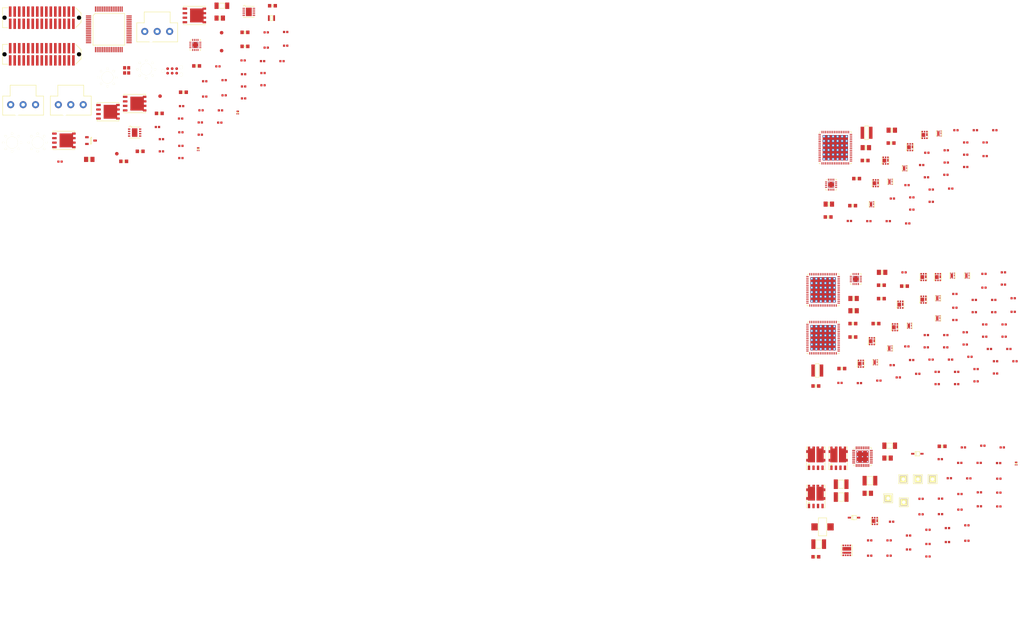
<source format=kicad_pcb>
(kicad_pcb (version 20171130) (host pcbnew no-vcs-found-dc66b73~61~ubuntu16.04.1)
  (layers (0 F.Cu signal) (31 B.Cu signal) (34 B.Paste user) (35 F.Paste user) (36 B.SilkS user) (37 F.SilkS user) (38 B.Mask user) (39 F.Mask user) (44 Edge.Cuts user))
  (net 0 "")
  (net 1 GND)
  (net 2 "Net-(C1-Pad2)")
  (net 3 "Net-(C2-Pad2)")
  (net 4 /5v_CAN)
  (net 5 3v3)
  (net 6 "Net-(C12-Pad1)")
  (net 7 "Net-(C13-Pad1)")
  (net 8 VBATT)
  (net 9 "Net-(C16-Pad2)")
  (net 10 VCC)
  (net 11 /12v_DL)
  (net 12 3v3_B)
  (net 13 "Net-(C24-Pad2)")
  (net 14 "Net-(C25-Pad2)")
  (net 15 "Net-(C26-Pad1)")
  (net 16 "Net-(C29-Pad2)")
  (net 17 "Net-(C29-Pad1)")
  (net 18 "Net-(C31-Pad2)")
  (net 19 "Net-(C32-Pad2)")
  (net 20 "Net-(C33-Pad1)")
  (net 21 "Net-(C33-Pad2)")
  (net 22 "Net-(C36-Pad2)")
  (net 23 "Net-(C37-Pad2)")
  (net 24 "Net-(C39-Pad1)")
  (net 25 5v_B)
  (net 26 "Net-(C42-Pad2)")
  (net 27 "Net-(C42-Pad1)")
  (net 28 PGND)
  (net 29 "Net-(C43-Pad2)")
  (net 30 "Net-(C44-Pad2)")
  (net 31 /charger/BATT4)
  (net 32 "Net-(C45-Pad2)")
  (net 33 "Net-(C46-Pad2)")
  (net 34 "Net-(C46-Pad1)")
  (net 35 "Net-(C47-Pad1)")
  (net 36 "Net-(C48-Pad1)")
  (net 37 "Net-(C49-Pad2)")
  (net 38 "Net-(C49-Pad1)")
  (net 39 "Net-(C50-Pad2)")
  (net 40 "Net-(C51-Pad2)")
  (net 41 "Net-(C56-Pad2)")
  (net 42 "Net-(C61-Pad2)")
  (net 43 /charger/VCHARGE)
  (net 44 "Net-(C64-Pad1)")
  (net 45 "Net-(D1-Pad2)")
  (net 46 "Net-(D2-Pad2)")
  (net 47 "Net-(D3-Pad2)")
  (net 48 "Net-(D5-Pad2)")
  (net 49 /CAN_TXD)
  (net 50 /CAN_RXD)
  (net 51 /CAN-)
  (net 52 /CAN+)
  (net 53 "Net-(IC2-Pad6)")
  (net 54 /~RST)
  (net 55 /LED_RED)
  (net 56 /LED_YLW)
  (net 57 /LED_GRN)
  (net 58 /~WAKE)
  (net 59 /EN_PYRO)
  (net 60 /12v_DIV)
  (net 61 /SO_DIV)
  (net 62 /SDA)
  (net 63 /SCL)
  (net 64 /~ALERT)
  (net 65 /EN_POWER)
  (net 66 /JTMS)
  (net 67 /JTCK)
  (net 68 /JTDI)
  (net 69 /JTDR)
  (net 70 "Net-(IC3-Pad1)")
  (net 71 "Net-(IC4-Pad10)")
  (net 72 "Net-(IC6-Pad1)")
  (net 73 /3v3/ISNS0+)
  (net 74 /3v3/VEN_0)
  (net 75 /3v3/VEN_1)
  (net 76 /3v3/VEN_2)
  (net 77 /3v3/VEN_3)
  (net 78 "Net-(IC7-Pad18)")
  (net 79 "Net-(IC7-Pad22)")
  (net 80 "Net-(IC7-Pad23)")
  (net 81 "Net-(IC7-Pad24)")
  (net 82 "Net-(IC7-Pad25)")
  (net 83 "Net-(IC7-Pad26)")
  (net 84 "Net-(IC7-Pad32)")
  (net 85 "Net-(IC7-Pad33)")
  (net 86 /3v3_TOP)
  (net 87 /3v3/ISNS1+)
  (net 88 /3v3_DL)
  (net 89 /3v3/ISNS2+)
  (net 90 /3v3_FC)
  (net 91 /3v3/ISNS3+)
  (net 92 /3v3_RADIO)
  (net 93 /3v3/ISNS4+)
  (net 94 /3v3/VEN_4)
  (net 95 /3v3/VEN_5)
  (net 96 /3v3/VEN_6)
  (net 97 "Net-(IC8-Pad18)")
  (net 98 "Net-(IC8-Pad22)")
  (net 99 "Net-(IC8-Pad23)")
  (net 100 "Net-(IC8-Pad24)")
  (net 101 "Net-(IC8-Pad25)")
  (net 102 "Net-(IC8-Pad26)")
  (net 103 "Net-(IC8-Pad32)")
  (net 104 "Net-(IC8-Pad33)")
  (net 105 /3v3_PYRO)
  (net 106 /3v3/ISNS5+)
  (net 107 /3v3_AUX1)
  (net 108 /3v3/ISNS6+)
  (net 109 /3v3_AUX2)
  (net 110 "Net-(IC9-Pad1)")
  (net 111 /5v/ISNS8+)
  (net 112 /5v/ISNS9+)
  (net 113 /5v/ISNS10+)
  (net 114 /5v_CAM1)
  (net 115 /5v_AUX2)
  (net 116 /5v_AUX1)
  (net 117 /5v_RADIO)
  (net 118 /5v/ISNS7+)
  (net 119 "Net-(IC10-Pad33)")
  (net 120 "Net-(IC10-Pad32)")
  (net 121 "Net-(IC10-Pad26)")
  (net 122 "Net-(IC10-Pad25)")
  (net 123 "Net-(IC10-Pad24)")
  (net 124 "Net-(IC10-Pad23)")
  (net 125 "Net-(IC10-Pad22)")
  (net 126 "Net-(IC10-Pad18)")
  (net 127 /5v/VEN_10)
  (net 128 /5v/VEN_9)
  (net 129 /5v/VEN_8)
  (net 130 /5v/VEN_7)
  (net 131 "Net-(IC11-Pad16)")
  (net 132 "Net-(IC11-Pad17)")
  (net 133 "Net-(IC11-Pad25)")
  (net 134 "Net-(IC11-Pad27)")
  (net 135 /charger/ACFET)
  (net 136 /charger/DSG)
  (net 137 /charger/ACP)
  (net 138 /charger/CHG)
  (net 139 /PWR)
  (net 140 /PYRO_SO)
  (net 141 /V_SHORE)
  (net 142 /charger/BATT3)
  (net 143 /charger/BATT2)
  (net 144 /charger/BATT1)
  (net 145 "Net-(Q1-PadG)")
  (net 146 "Net-(Q5-PadG)")
  (net 147 "Net-(Q7-PadD)")
  (net 148 "Net-(Q10-PadG)")
  (net 149 "Net-(Q11-PadD)")
  (net 150 "Net-(Q13-PadD)")
  (net 151 "Net-(Q15-PadD)")
  (net 152 "Net-(Q17-PadD)")
  (net 153 "Net-(Q19-PadD)")
  (net 154 "Net-(Q21-PadD)")
  (net 155 "Net-(Q23-PadD)")
  (net 156 "Net-(Q25-PadD)")
  (net 157 "Net-(Q27-PadD)")
  (net 158 "Net-(Q29-PadD1)")
  (net 159 "Net-(Q29-PadG1)")
  (net 160 "Net-(Q30-PadG2)")
  (net 161 "Net-(Q33-PadD)")
  (module agg:0402 (layer F.Cu) (at 34.4975 20.339762)
    (fp_text reference C1)
    (fp_text value 10p)
    (pad 1 smd rect (at -0.45 0) (size 0.62 0.62) (layers F.Cu F.Paste F.Mask) (net 1 GND))
    (pad 2 smd rect (at 0.45 0) (size 0.62 0.62) (layers F.Cu F.Paste F.Mask) (net 2 "Net-(C1-Pad2)"))
  )
  (module agg:0402 (layer F.Cu) (at 35.6175 27.189762)
    (fp_text reference C2)
    (fp_text value 10p)
    (pad 1 smd rect (at -0.45 0) (size 0.62 0.62) (layers F.Cu F.Paste F.Mask) (net 1 GND))
    (pad 2 smd rect (at 0.45 0) (size 0.62 0.62) (layers F.Cu F.Paste F.Mask) (net 3 "Net-(C2-Pad2)"))
  )
  (module agg:0402 (layer F.Cu) (at 58.5975 1.605953)
    (fp_text reference C3)
    (fp_text value 100n)
    (pad 2 smd rect (at 0.45 0) (size 0.62 0.62) (layers F.Cu F.Paste F.Mask) (net 1 GND))
    (pad 1 smd rect (at -0.45 0) (size 0.62 0.62) (layers F.Cu F.Paste F.Mask) (net 4 /5v_CAN))
  )
  (module agg:0402 (layer F.Cu) (at 41.2875 14.461191)
    (fp_text reference C4)
    (fp_text value 4µ7)
    (pad 1 smd rect (at -0.45 0) (size 0.62 0.62) (layers F.Cu F.Paste F.Mask) (net 1 GND))
    (pad 2 smd rect (at 0.45 0) (size 0.62 0.62) (layers F.Cu F.Paste F.Mask) (net 5 3v3))
  )
  (module agg:0402 (layer F.Cu) (at 47.7875 7.465953)
    (fp_text reference C5)
    (fp_text value 100n)
    (pad 1 smd rect (at -0.45 0) (size 0.62 0.62) (layers F.Cu F.Paste F.Mask) (net 1 GND))
    (pad 2 smd rect (at 0.45 0) (size 0.62 0.62) (layers F.Cu F.Paste F.Mask) (net 5 3v3))
  )
  (module agg:0402 (layer F.Cu) (at 65.0975 -6.294047)
    (fp_text reference C6)
    (fp_text value 100n)
    (pad 1 smd rect (at -0.45 0) (size 0.62 0.62) (layers F.Cu F.Paste F.Mask) (net 1 GND))
    (pad 2 smd rect (at 0.45 0) (size 0.62 0.62) (layers F.Cu F.Paste F.Mask) (net 5 3v3))
  )
  (module agg:0402 (layer F.Cu) (at 7.0875 30.075)
    (fp_text reference C7)
    (fp_text value 1µ)
    (pad 1 smd rect (at -0.45 0) (size 0.62 0.62) (layers F.Cu F.Paste F.Mask) (net 1 GND))
    (pad 2 smd rect (at 0.45 0) (size 0.62 0.62) (layers F.Cu F.Paste F.Mask) (net 5 3v3))
  )
  (module agg:0402 (layer F.Cu) (at 47.7875 11.775953)
    (fp_text reference C8)
    (fp_text value 100n)
    (pad 2 smd rect (at 0.45 0) (size 0.62 0.62) (layers F.Cu F.Paste F.Mask) (net 5 3v3))
    (pad 1 smd rect (at -0.45 0) (size 0.62 0.62) (layers F.Cu F.Paste F.Mask) (net 1 GND))
  )
  (module agg:0402 (layer F.Cu) (at 70.5675 -6.394047)
    (fp_text reference C9)
    (fp_text value 100n)
    (pad 2 smd rect (at 0.45 0) (size 0.62 0.62) (layers F.Cu F.Paste F.Mask) (net 5 3v3))
    (pad 1 smd rect (at -0.45 0) (size 0.62 0.62) (layers F.Cu F.Paste F.Mask) (net 1 GND))
  )
  (module agg:0402 (layer F.Cu) (at 53.2575 7.155953)
    (fp_text reference C10)
    (fp_text value 100n)
    (pad 2 smd rect (at 0.45 0) (size 0.62 0.62) (layers F.Cu F.Paste F.Mask) (net 5 3v3))
    (pad 1 smd rect (at -0.45 0) (size 0.62 0.62) (layers F.Cu F.Paste F.Mask) (net 1 GND))
  )
  (module agg:0402 (layer F.Cu) (at 65.0975 -1.984047)
    (fp_text reference C11)
    (fp_text value 100n)
    (pad 2 smd rect (at 0.45 0) (size 0.62 0.62) (layers F.Cu F.Paste F.Mask) (net 5 3v3))
    (pad 1 smd rect (at -0.45 0) (size 0.62 0.62) (layers F.Cu F.Paste F.Mask) (net 1 GND))
  )
  (module agg:0402 (layer F.Cu) (at 35.6175 23.761191)
    (fp_text reference C12)
    (fp_text value 2µ2)
    (pad 2 smd rect (at 0.45 0) (size 0.62 0.62) (layers F.Cu F.Paste F.Mask) (net 1 GND))
    (pad 1 smd rect (at -0.45 0) (size 0.62 0.62) (layers F.Cu F.Paste F.Mask) (net 6 "Net-(C12-Pad1)"))
  )
  (module agg:0402 (layer F.Cu) (at 41.0075 17.961191)
    (fp_text reference C13)
    (fp_text value 2µ2)
    (pad 1 smd rect (at -0.45 0) (size 0.62 0.62) (layers F.Cu F.Paste F.Mask) (net 7 "Net-(C13-Pad1)"))
    (pad 2 smd rect (at 0.45 0) (size 0.62 0.62) (layers F.Cu F.Paste F.Mask) (net 1 GND))
  )
  (module agg:0805 (layer F.Cu) (at 15.3125 29.451191)
    (fp_text reference C14)
    (fp_text value 22µ)
    (pad 1 smd rect (at -0.9 0) (size 1.15 1.45) (layers F.Cu F.Paste F.Mask) (net 1 GND))
    (pad 2 smd rect (at 0.9 0) (size 1.15 1.45) (layers F.Cu F.Paste F.Mask) (net 8 VBATT))
  )
  (module agg:0603 (layer F.Cu) (at 59.1125 -6.294047)
    (fp_text reference C15)
    (fp_text value 100n)
    (pad 1 smd rect (at -0.8 0) (size 0.95 1) (layers F.Cu F.Paste F.Mask) (net 1 GND))
    (pad 2 smd rect (at 0.8 0) (size 0.95 1) (layers F.Cu F.Paste F.Mask) (net 8 VBATT))
  )
  (module agg:0402 (layer F.Cu) (at 51.5075 3.277381)
    (fp_text reference C16)
    (fp_text value 3n3)
    (pad 1 smd rect (at -0.45 0) (size 0.62 0.62) (layers F.Cu F.Paste F.Mask) (net 1 GND))
    (pad 2 smd rect (at 0.45 0) (size 0.62 0.62) (layers F.Cu F.Paste F.Mask) (net 9 "Net-(C16-Pad2)"))
  )
  (module agg:0805 (layer F.Cu) (at 52.0225 -10.298809)
    (fp_text reference C17)
    (fp_text value 22µ)
    (pad 1 smd rect (at -0.9 0) (size 1.15 1.45) (layers F.Cu F.Paste F.Mask) (net 1 GND))
    (pad 2 smd rect (at 0.9 0) (size 1.15 1.45) (layers F.Cu F.Paste F.Mask) (net 5 3v3))
  )
  (module agg:0603 (layer F.Cu) (at 41.8025 10.555953)
    (fp_text reference C18)
    (fp_text value 100n)
    (pad 1 smd rect (at -0.8 0) (size 0.95 1) (layers F.Cu F.Paste F.Mask) (net 1 GND))
    (pad 2 smd rect (at 0.8 0) (size 0.95 1) (layers F.Cu F.Paste F.Mask) (net 8 VBATT))
  )
  (module agg:0603 (layer F.Cu) (at 35.0225 16.505953)
    (fp_text reference C19)
    (fp_text value 100n)
    (pad 1 smd rect (at -0.8 0) (size 0.95 1) (layers F.Cu F.Paste F.Mask) (net 1 GND))
    (pad 2 smd rect (at 0.8 0) (size 0.95 1) (layers F.Cu F.Paste F.Mask) (net 10 VCC))
  )
  (module agg:0603 (layer F.Cu) (at 45.5225 3.155953)
    (fp_text reference C20)
    (fp_text value 100n)
    (pad 2 smd rect (at 0.8 0) (size 0.95 1) (layers F.Cu F.Paste F.Mask) (net 11 /12v_DL))
    (pad 1 smd rect (at -0.8 0) (size 0.95 1) (layers F.Cu F.Paste F.Mask) (net 1 GND))
  )
  (module agg:0805 (layer F.Cu) (at 230.3425 68.577381)
    (fp_text reference C21)
    (fp_text value 10u)
    (pad 1 smd rect (at -0.9 0) (size 1.15 1.45) (layers F.Cu F.Paste F.Mask) (net 10 VCC))
    (pad 2 smd rect (at 0.9 0) (size 1.15 1.45) (layers F.Cu F.Paste F.Mask) (net 1 GND))
  )
  (module agg:0402 (layer F.Cu) (at 237.4575 91.685953)
    (fp_text reference C22)
    (fp_text value 100n)
    (pad 2 smd rect (at 0.45 0) (size 0.62 0.62) (layers F.Cu F.Paste F.Mask) (net 12 3v3_B))
    (pad 1 smd rect (at -0.45 0) (size 0.62 0.62) (layers F.Cu F.Paste F.Mask) (net 1 GND))
  )
  (module agg:0603 (layer F.Cu) (at 244.6625 65.105953)
    (fp_text reference C23)
    (fp_text value 100n)
    (pad 1 smd rect (at -0.8 0) (size 0.95 1) (layers F.Cu F.Paste F.Mask) (net 10 VCC))
    (pad 2 smd rect (at 0.8 0) (size 0.95 1) (layers F.Cu F.Paste F.Mask) (net 1 GND))
  )
  (module agg:0402 (layer F.Cu) (at 244.5475 61.227381)
    (fp_text reference C24)
    (fp_text value 10n)
    (pad 2 smd rect (at 0.45 0) (size 0.62 0.62) (layers F.Cu F.Paste F.Mask) (net 13 "Net-(C24-Pad2)"))
    (pad 1 smd rect (at -0.45 0) (size 0.62 0.62) (layers F.Cu F.Paste F.Mask) (net 1 GND))
  )
  (module agg:0402 (layer F.Cu) (at 267.0275 61.655953)
    (fp_text reference C25)
    (fp_text value 100n)
    (pad 1 smd rect (at -0.45 0) (size 0.62 0.62) (layers F.Cu F.Paste F.Mask) (net 1 GND))
    (pad 2 smd rect (at 0.45 0) (size 0.62 0.62) (layers F.Cu F.Paste F.Mask) (net 14 "Net-(C25-Pad2)"))
  )
  (module agg:0402 (layer F.Cu) (at 270.2775 86.237381)
    (fp_text reference C26)
    (fp_text value 3n3)
    (pad 2 smd rect (at 0.45 0) (size 0.62 0.62) (layers F.Cu F.Paste F.Mask) (net 1 GND))
    (pad 1 smd rect (at -0.45 0) (size 0.62 0.62) (layers F.Cu F.Paste F.Mask) (net 15 "Net-(C26-Pad1)"))
  )
  (module agg:0805 (layer F.Cu) (at 230.3425 72.027381)
    (fp_text reference C27)
    (fp_text value 22u)
    (pad 2 smd rect (at 0.9 0) (size 1.15 1.45) (layers F.Cu F.Paste F.Mask) (net 1 GND))
    (pad 1 smd rect (at -0.9 0) (size 1.15 1.45) (layers F.Cu F.Paste F.Mask) (net 12 3v3_B))
  )
  (module agg:0805 (layer F.Cu) (at 238.3625 61.227381)
    (fp_text reference C28)
    (fp_text value 22u)
    (pad 2 smd rect (at 0.9 0) (size 1.15 1.45) (layers F.Cu F.Paste F.Mask) (net 1 GND))
    (pad 1 smd rect (at -0.9 0) (size 1.15 1.45) (layers F.Cu F.Paste F.Mask) (net 12 3v3_B))
  )
  (module agg:0402 (layer F.Cu) (at 226.5175 92.335953)
    (fp_text reference C29)
    (fp_text value 100n)
    (pad 2 smd rect (at 0.45 0) (size 0.62 0.62) (layers F.Cu F.Paste F.Mask) (net 16 "Net-(C29-Pad2)"))
    (pad 1 smd rect (at -0.45 0) (size 0.62 0.62) (layers F.Cu F.Paste F.Mask) (net 17 "Net-(C29-Pad1)"))
  )
  (module agg:0402 (layer F.Cu) (at 231.9875 92.385953)
    (fp_text reference C30)
    (fp_text value 100n)
    (pad 2 smd rect (at 0.45 0) (size 0.62 0.62) (layers F.Cu F.Paste F.Mask) (net 12 3v3_B))
    (pad 1 smd rect (at -0.45 0) (size 0.62 0.62) (layers F.Cu F.Paste F.Mask) (net 1 GND))
  )
  (module agg:0402 (layer F.Cu) (at 258.8375 74.637381)
    (fp_text reference C31)
    (fp_text value 10n)
    (pad 2 smd rect (at 0.45 0) (size 0.62 0.62) (layers F.Cu F.Paste F.Mask) (net 18 "Net-(C31-Pad2)"))
    (pad 1 smd rect (at -0.45 0) (size 0.62 0.62) (layers F.Cu F.Paste F.Mask) (net 1 GND))
  )
  (module agg:0402 (layer F.Cu) (at 248.3975 89.775953)
    (fp_text reference C32)
    (fp_text value 100n)
    (pad 1 smd rect (at -0.45 0) (size 0.62 0.62) (layers F.Cu F.Paste F.Mask) (net 1 GND))
    (pad 2 smd rect (at 0.45 0) (size 0.62 0.62) (layers F.Cu F.Paste F.Mask) (net 19 "Net-(C32-Pad2)"))
  )
  (module agg:0402 (layer F.Cu) (at 258.8375 67.305953)
    (fp_text reference C33)
    (fp_text value 100n)
    (pad 1 smd rect (at -0.45 0) (size 0.62 0.62) (layers F.Cu F.Paste F.Mask) (net 20 "Net-(C33-Pad1)"))
    (pad 2 smd rect (at 0.45 0) (size 0.62 0.62) (layers F.Cu F.Paste F.Mask) (net 21 "Net-(C33-Pad2)"))
  )
  (module agg:0402 (layer F.Cu) (at 229.1675 46.775953)
    (fp_text reference C34)
    (fp_text value 100n)
    (pad 1 smd rect (at -0.45 0) (size 0.62 0.62) (layers F.Cu F.Paste F.Mask) (net 1 GND))
    (pad 2 smd rect (at 0.45 0) (size 0.62 0.62) (layers F.Cu F.Paste F.Mask) (net 12 3v3_B))
  )
  (module agg:0805 (layer F.Cu) (at 223.3825 42.037381)
    (fp_text reference C35)
    (fp_text value 10u)
    (pad 1 smd rect (at -0.9 0) (size 1.15 1.45) (layers F.Cu F.Paste F.Mask) (net 10 VCC))
    (pad 2 smd rect (at 0.9 0) (size 1.15 1.45) (layers F.Cu F.Paste F.Mask) (net 1 GND))
  )
  (module agg:0402 (layer F.Cu) (at 246.7275 43.587381)
    (fp_text reference C36)
    (fp_text value 10n)
    (pad 2 smd rect (at 0.45 0) (size 0.62 0.62) (layers F.Cu F.Paste F.Mask) (net 22 "Net-(C36-Pad2)"))
    (pad 1 smd rect (at -0.45 0) (size 0.62 0.62) (layers F.Cu F.Paste F.Mask) (net 1 GND))
  )
  (module agg:0402 (layer F.Cu) (at 245.5775 47.465953)
    (fp_text reference C37)
    (fp_text value 100n)
    (pad 1 smd rect (at -0.45 0) (size 0.62 0.62) (layers F.Cu F.Paste F.Mask) (net 1 GND))
    (pad 2 smd rect (at 0.45 0) (size 0.62 0.62) (layers F.Cu F.Paste F.Mask) (net 23 "Net-(C37-Pad2)"))
  )
  (module agg:0603 (layer F.Cu) (at 230.0825 42.465953)
    (fp_text reference C38)
    (fp_text value 100n)
    (pad 1 smd rect (at -0.8 0) (size 0.95 1) (layers F.Cu F.Paste F.Mask) (net 10 VCC))
    (pad 2 smd rect (at 0.8 0) (size 0.95 1) (layers F.Cu F.Paste F.Mask) (net 1 GND))
  )
  (module agg:0402 (layer F.Cu) (at 252.1975 41.387381)
    (fp_text reference C39)
    (fp_text value 3n3)
    (pad 1 smd rect (at -0.45 0) (size 0.62 0.62) (layers F.Cu F.Paste F.Mask) (net 24 "Net-(C39-Pad1)"))
    (pad 2 smd rect (at 0.45 0) (size 0.62 0.62) (layers F.Cu F.Paste F.Mask) (net 1 GND))
  )
  (module agg:0805 (layer F.Cu) (at 241.0925 21.237381)
    (fp_text reference C40)
    (fp_text value 22u)
    (pad 2 smd rect (at 0.9 0) (size 1.15 1.45) (layers F.Cu F.Paste F.Mask) (net 1 GND))
    (pad 1 smd rect (at -0.9 0) (size 1.15 1.45) (layers F.Cu F.Paste F.Mask) (net 25 5v_B))
  )
  (module agg:0805 (layer F.Cu) (at 233.7925 26.147381)
    (fp_text reference C41)
    (fp_text value 22u)
    (pad 1 smd rect (at -0.9 0) (size 1.15 1.45) (layers F.Cu F.Paste F.Mask) (net 25 5v_B))
    (pad 2 smd rect (at 0.9 0) (size 1.15 1.45) (layers F.Cu F.Paste F.Mask) (net 1 GND))
  )
  (module agg:0402 (layer F.Cu) (at 257.6675 37.665953)
    (fp_text reference C42)
    (fp_text value 100n)
    (pad 2 smd rect (at 0.45 0) (size 0.62 0.62) (layers F.Cu F.Paste F.Mask) (net 26 "Net-(C42-Pad2)"))
    (pad 1 smd rect (at -0.45 0) (size 0.62 0.62) (layers F.Cu F.Paste F.Mask) (net 27 "Net-(C42-Pad1)"))
  )
  (module agg:0402 (layer F.Cu) (at 265.7375 123.117381)
    (fp_text reference C43)
    (fp_text value 1µ)
    (pad 1 smd rect (at -0.45 0) (size 0.62 0.62) (layers F.Cu F.Paste F.Mask) (net 28 PGND))
    (pad 2 smd rect (at 0.45 0) (size 0.62 0.62) (layers F.Cu F.Paste F.Mask) (net 29 "Net-(C43-Pad2)"))
  )
  (module agg:0805 (layer F.Cu) (at 239.9025 113.481191)
    (fp_text reference C44)
    (fp_text value 2µ2)
    (pad 2 smd rect (at 0.9 0) (size 1.15 1.45) (layers F.Cu F.Paste F.Mask) (net 30 "Net-(C44-Pad2)"))
    (pad 1 smd rect (at -0.9 0) (size 1.15 1.45) (layers F.Cu F.Paste F.Mask) (net 28 PGND))
  )
  (module agg:0402 (layer F.Cu) (at 240.3375 136.635953)
    (fp_text reference C45)
    (fp_text value 100n)
    (pad 1 smd rect (at -0.45 0) (size 0.62 0.62) (layers F.Cu F.Paste F.Mask) (net 31 /charger/BATT4))
    (pad 2 smd rect (at 0.45 0) (size 0.62 0.62) (layers F.Cu F.Paste F.Mask) (net 32 "Net-(C45-Pad2)"))
  )
  (module agg:0402 (layer F.Cu) (at 234.8675 140.945953)
    (fp_text reference C46)
    (fp_text value 100n)
    (pad 2 smd rect (at 0.45 0) (size 0.62 0.62) (layers F.Cu F.Paste F.Mask) (net 33 "Net-(C46-Pad2)"))
    (pad 1 smd rect (at -0.45 0) (size 0.62 0.62) (layers F.Cu F.Paste F.Mask) (net 34 "Net-(C46-Pad1)"))
  )
  (module agg:0603 (layer F.Cu) (at 219.7325 141.251191)
    (fp_text reference C47)
    (fp_text value 1µ5)
    (pad 2 smd rect (at 0.8 0) (size 0.95 1) (layers F.Cu F.Paste F.Mask) (net 28 PGND))
    (pad 1 smd rect (at -0.8 0) (size 0.95 1) (layers F.Cu F.Paste F.Mask) (net 35 "Net-(C47-Pad1)"))
  )
  (module agg:0402 (layer F.Cu) (at 266.7075 110.007381)
    (fp_text reference C48)
    (fp_text value 1µ)
    (pad 1 smd rect (at -0.45 0) (size 0.62 0.62) (layers F.Cu F.Paste F.Mask) (net 36 "Net-(C48-Pad1)"))
    (pad 2 smd rect (at 0.45 0) (size 0.62 0.62) (layers F.Cu F.Paste F.Mask) (net 28 PGND))
  )
  (module agg:0402 (layer F.Cu) (at 234.8675 136.635953)
    (fp_text reference C49)
    (fp_text value 100n)
    (pad 2 smd rect (at 0.45 0) (size 0.62 0.62) (layers F.Cu F.Paste F.Mask) (net 37 "Net-(C49-Pad2)"))
    (pad 1 smd rect (at -0.45 0) (size 0.62 0.62) (layers F.Cu F.Paste F.Mask) (net 38 "Net-(C49-Pad1)"))
  )
  (module agg:0402 (layer F.Cu) (at 262.2175 136.745953)
    (fp_text reference C50)
    (fp_text value 100n)
    (pad 2 smd rect (at 0.45 0) (size 0.62 0.62) (layers F.Cu F.Paste F.Mask) (net 39 "Net-(C50-Pad2)"))
    (pad 1 smd rect (at -0.45 0) (size 0.62 0.62) (layers F.Cu F.Paste F.Mask) (net 37 "Net-(C49-Pad2)"))
  )
  (module agg:0402 (layer F.Cu) (at 271.2075 127.085953)
    (fp_text reference C51)
    (fp_text value 100n)
    (pad 1 smd rect (at -0.45 0) (size 0.62 0.62) (layers F.Cu F.Paste F.Mask) (net 39 "Net-(C50-Pad2)"))
    (pad 2 smd rect (at 0.45 0) (size 0.62 0.62) (layers F.Cu F.Paste F.Mask) (net 40 "Net-(C51-Pad2)"))
  )
  (module agg:0402 (layer F.Cu) (at 265.6775 114.835953)
    (fp_text reference C52)
    (fp_text value 100n)
    (pad 1 smd rect (at -0.45 0) (size 0.62 0.62) (layers F.Cu F.Paste F.Mask) (net 40 "Net-(C51-Pad2)"))
    (pad 2 smd rect (at 0.45 0) (size 0.62 0.62) (layers F.Cu F.Paste F.Mask) (net 28 PGND))
  )
  (module agg:0402 (layer F.Cu) (at 257.2875 119.145953)
    (fp_text reference C53)
    (fp_text value 100p)
    (pad 2 smd rect (at 0.45 0) (size 0.62 0.62) (layers F.Cu F.Paste F.Mask) (net 1 GND))
    (pad 1 smd rect (at -0.45 0) (size 0.62 0.62) (layers F.Cu F.Paste F.Mask) (net 28 PGND))
  )
  (module agg:0402 (layer F.Cu) (at 249.3275 129.295953)
    (fp_text reference C54)
    (fp_text value 100n)
    (pad 1 smd rect (at -0.45 0) (size 0.62 0.62) (layers F.Cu F.Paste F.Mask) (net 28 PGND))
    (pad 2 smd rect (at 0.45 0) (size 0.62 0.62) (layers F.Cu F.Paste F.Mask) (net 1 GND))
  )
  (module agg:0402 (layer F.Cu) (at 241.0375 131.385953)
    (fp_text reference C55)
    (fp_text value 100n)
    (pad 1 smd rect (at -0.45 0) (size 0.62 0.62) (layers F.Cu F.Paste F.Mask) (net 8 VBATT))
    (pad 2 smd rect (at 0.45 0) (size 0.62 0.62) (layers F.Cu F.Paste F.Mask) (net 32 "Net-(C45-Pad2)"))
  )
  (module agg:0402 (layer F.Cu) (at 254.7975 124.895953)
    (fp_text reference C56)
    (fp_text value 100n)
    (pad 1 smd rect (at -0.45 0) (size 0.62 0.62) (layers F.Cu F.Paste F.Mask) (net 28 PGND))
    (pad 2 smd rect (at 0.45 0) (size 0.62 0.62) (layers F.Cu F.Paste F.Mask) (net 41 "Net-(C56-Pad2)"))
  )
  (module agg:0402 (layer F.Cu) (at 240.3375 140.945953)
    (fp_text reference C57)
    (fp_text value 100n)
    (pad 2 smd rect (at 0.45 0) (size 0.62 0.62) (layers F.Cu F.Paste F.Mask) (net 8 VBATT))
    (pad 1 smd rect (at -0.45 0) (size 0.62 0.62) (layers F.Cu F.Paste F.Mask) (net 41 "Net-(C56-Pad2)"))
  )
  (module agg:0402 (layer F.Cu) (at 260.2075 114.835953)
    (fp_text reference C58)
    (fp_text value 100n)
    (pad 2 smd rect (at 0.45 0) (size 0.62 0.62) (layers F.Cu F.Paste F.Mask) (net 8 VBATT))
    (pad 1 smd rect (at -0.45 0) (size 0.62 0.62) (layers F.Cu F.Paste F.Mask) (net 28 PGND))
  )
  (module agg:1210 (layer F.Cu) (at 226.8425 124.445001)
    (fp_text reference C59)
    (fp_text value 10µ)
    (pad 1 smd rect (at -1.5 0) (size 1.15 2.7) (layers F.Cu F.Paste F.Mask) (net 8 VBATT))
    (pad 2 smd rect (at 1.5 0) (size 1.15 2.7) (layers F.Cu F.Paste F.Mask) (net 1 GND))
  )
  (module agg:1210 (layer F.Cu) (at 234.9425 119.835001)
    (fp_text reference C60)
    (fp_text value 10µ)
    (pad 2 smd rect (at 1.5 0) (size 1.15 2.7) (layers F.Cu F.Paste F.Mask) (net 1 GND))
    (pad 1 smd rect (at -1.5 0) (size 1.15 2.7) (layers F.Cu F.Paste F.Mask) (net 8 VBATT))
  )
  (module agg:0402 (layer F.Cu) (at 254.7375 113.787381)
    (fp_text reference C61)
    (fp_text value 22p)
    (pad 2 smd rect (at 0.45 0) (size 0.62 0.62) (layers F.Cu F.Paste F.Mask) (net 42 "Net-(C61-Pad2)"))
    (pad 1 smd rect (at -0.45 0) (size 0.62 0.62) (layers F.Cu F.Paste F.Mask) (net 8 VBATT))
  )
  (module agg:1210 (layer F.Cu) (at 220.5325 137.695001)
    (fp_text reference C62)
    (fp_text value 10µ)
    (pad 2 smd rect (at 1.5 0) (size 1.15 2.7) (layers F.Cu F.Paste F.Mask) (net 43 /charger/VCHARGE))
    (pad 1 smd rect (at -1.5 0) (size 1.15 2.7) (layers F.Cu F.Paste F.Mask) (net 1 GND))
  )
  (module agg:1210 (layer F.Cu) (at 226.8425 120.835001)
    (fp_text reference C63)
    (fp_text value 10µ)
    (pad 1 smd rect (at -1.5 0) (size 1.15 2.7) (layers F.Cu F.Paste F.Mask) (net 1 GND))
    (pad 2 smd rect (at 1.5 0) (size 1.15 2.7) (layers F.Cu F.Paste F.Mask) (net 43 /charger/VCHARGE))
  )
  (module agg:0805 (layer F.Cu) (at 234.3425 123.391191)
    (fp_text reference C64)
    (fp_text value 2µ2)
    (pad 2 smd rect (at 0.9 0) (size 1.15 1.45) (layers F.Cu F.Paste F.Mask) (net 1 GND))
    (pad 1 smd rect (at -0.9 0) (size 1.15 1.45) (layers F.Cu F.Paste F.Mask) (net 44 "Net-(C64-Pad1)"))
  )
  (module agg:0603-LED (layer F.Cu) (at 66.8525 -13.772619)
    (fp_text reference D1)
    (fp_text value RED)
    (pad 1 smd rect (at -0.8 0) (size 0.95 1) (layers F.Cu F.Paste F.Mask) (net 1 GND))
    (pad 2 smd rect (at 0.8 0) (size 0.95 1) (layers F.Cu F.Paste F.Mask) (net 45 "Net-(D1-Pad2)"))
  )
  (module agg:0603-LED (layer F.Cu) (at 29.6325 27.179762)
    (fp_text reference D2)
    (fp_text value YLW)
    (pad 2 smd rect (at 0.8 0) (size 0.95 1) (layers F.Cu F.Paste F.Mask) (net 46 "Net-(D2-Pad2)"))
    (pad 1 smd rect (at -0.8 0) (size 0.95 1) (layers F.Cu F.Paste F.Mask) (net 1 GND))
  )
  (module agg:0603-LED (layer F.Cu) (at 59.1125 -2.34119)
    (fp_text reference D3)
    (fp_text value GRN)
    (pad 1 smd rect (at -0.8 0) (size 0.95 1) (layers F.Cu F.Paste F.Mask) (net 1 GND))
    (pad 2 smd rect (at 0.8 0) (size 0.95 1) (layers F.Cu F.Paste F.Mask) (net 47 "Net-(D3-Pad2)"))
  )
  (module agg:SOD-323 (layer F.Cu) (at 248.2775 112.269286)
    (fp_text reference D4)
    (fp_text value SCHOTTKY)
    (pad 2 smd rect (at 1.3 0) (size 0.9 0.5) (layers F.Cu F.Paste F.Mask) (net 35 "Net-(C47-Pad1)"))
    (pad 1 smd rect (at -1.3 0) (size 0.9 0.5) (layers F.Cu F.Paste F.Mask) (net 34 "Net-(C46-Pad1)"))
  )
  (module agg:SOD-323 (layer F.Cu) (at 230.4575 130.239286)
    (fp_text reference D5)
    (fp_text value SCHOTTKY)
    (pad 1 smd rect (at -1.3 0) (size 0.9 0.5) (layers F.Cu F.Paste F.Mask) (net 36 "Net-(C48-Pad1)"))
    (pad 2 smd rect (at 1.3 0) (size 0.9 0.5) (layers F.Cu F.Paste F.Mask) (net 48 "Net-(D5-Pad2)"))
  )
  (module agg:DFN-8-EP-MICROCHIP (layer F.Cu) (at 28.08119 21.9075)
    (fp_text reference IC1)
    (fp_text value MCP2562)
    (pad 1 smd rect (at -1.55 -0.975) (size 0.65 0.35) (layers F.Cu F.Paste F.Mask) (net 49 /CAN_TXD))
    (pad 2 smd rect (at -1.55 -0.325) (size 0.65 0.35) (layers F.Cu F.Paste F.Mask) (net 1 GND))
    (pad 3 smd rect (at -1.55 0.325) (size 0.65 0.35) (layers F.Cu F.Paste F.Mask) (net 4 /5v_CAN))
    (pad 4 smd rect (at -1.55 0.975) (size 0.65 0.35) (layers F.Cu F.Paste F.Mask) (net 50 /CAN_RXD))
    (pad 5 smd rect (at 1.55 0.975) (size 0.65 0.35) (layers F.Cu F.Paste F.Mask) (net 5 3v3))
    (pad 6 smd rect (at 1.55 0.325) (size 0.65 0.35) (layers F.Cu F.Paste F.Mask) (net 51 /CAN-))
    (pad 7 smd rect (at 1.55 -0.325) (size 0.65 0.35) (layers F.Cu F.Paste F.Mask) (net 52 /CAN+))
    (pad 8 smd rect (at 1.55 -0.975) (size 0.65 0.35) (layers F.Cu F.Paste F.Mask) (net 1 GND))
    (pad EP smd rect (at 0 0) (size 1.55 2.4) (layers F.Cu) (net 1 GND))
  )
  (module agg:LQFP-64 (layer F.Cu) (at 20.815001 -7.1425)
    (fp_text reference IC2)
    (fp_text value STM32F405RxTx)
    (pad 1 smd rect (at -5.7 -3.75) (size 1.5 0.3) (layers F.Cu F.Paste F.Mask) (net 5 3v3))
    (pad 2 smd rect (at -5.7 -3.25) (size 1.5 0.3) (layers F.Cu F.Paste F.Mask))
    (pad 3 smd rect (at -5.7 -2.75) (size 1.5 0.3) (layers F.Cu F.Paste F.Mask))
    (pad 4 smd rect (at -5.7 -2.25) (size 1.5 0.3) (layers F.Cu F.Paste F.Mask))
    (pad 5 smd rect (at -5.7 -1.75) (size 1.5 0.3) (layers F.Cu F.Paste F.Mask) (net 2 "Net-(C1-Pad2)"))
    (pad 6 smd rect (at -5.7 -1.25) (size 1.5 0.3) (layers F.Cu F.Paste F.Mask) (net 53 "Net-(IC2-Pad6)"))
    (pad 7 smd rect (at -5.7 -0.75) (size 1.5 0.3) (layers F.Cu F.Paste F.Mask) (net 54 /~RST))
    (pad 8 smd rect (at -5.7 -0.25) (size 1.5 0.3) (layers F.Cu F.Paste F.Mask))
    (pad 9 smd rect (at -5.7 0.25) (size 1.5 0.3) (layers F.Cu F.Paste F.Mask) (net 55 /LED_RED))
    (pad 10 smd rect (at -5.7 0.75) (size 1.5 0.3) (layers F.Cu F.Paste F.Mask) (net 56 /LED_YLW))
    (pad 11 smd rect (at -5.7 1.25) (size 1.5 0.3) (layers F.Cu F.Paste F.Mask) (net 57 /LED_GRN))
    (pad 12 smd rect (at -5.7 1.75) (size 1.5 0.3) (layers F.Cu F.Paste F.Mask) (net 1 GND))
    (pad 13 smd rect (at -5.7 2.25) (size 1.5 0.3) (layers F.Cu F.Paste F.Mask) (net 5 3v3))
    (pad 14 smd rect (at -5.7 2.75) (size 1.5 0.3) (layers F.Cu F.Paste F.Mask) (net 58 /~WAKE))
    (pad 15 smd rect (at -5.7 3.25) (size 1.5 0.3) (layers F.Cu F.Paste F.Mask))
    (pad 16 smd rect (at -5.7 3.75) (size 1.5 0.3) (layers F.Cu F.Paste F.Mask) (net 59 /EN_PYRO))
    (pad 17 smd rect (at -3.75 5.7) (size 0.3 1.5) (layers F.Cu F.Paste F.Mask))
    (pad 18 smd rect (at -3.25 5.7) (size 0.3 1.5) (layers F.Cu F.Paste F.Mask) (net 1 GND))
    (pad 19 smd rect (at -2.75 5.7) (size 0.3 1.5) (layers F.Cu F.Paste F.Mask) (net 5 3v3))
    (pad 20 smd rect (at -2.25 5.7) (size 0.3 1.5) (layers F.Cu F.Paste F.Mask))
    (pad 21 smd rect (at -1.75 5.7) (size 0.3 1.5) (layers F.Cu F.Paste F.Mask) (net 60 /12v_DIV))
    (pad 22 smd rect (at -1.25 5.7) (size 0.3 1.5) (layers F.Cu F.Paste F.Mask) (net 61 /SO_DIV))
    (pad 23 smd rect (at -0.75 5.7) (size 0.3 1.5) (layers F.Cu F.Paste F.Mask))
    (pad 24 smd rect (at -0.25 5.7) (size 0.3 1.5) (layers F.Cu F.Paste F.Mask))
    (pad 25 smd rect (at 0.25 5.7) (size 0.3 1.5) (layers F.Cu F.Paste F.Mask))
    (pad 26 smd rect (at 0.75 5.7) (size 0.3 1.5) (layers F.Cu F.Paste F.Mask))
    (pad 27 smd rect (at 1.25 5.7) (size 0.3 1.5) (layers F.Cu F.Paste F.Mask))
    (pad 28 smd rect (at 1.75 5.7) (size 0.3 1.5) (layers F.Cu F.Paste F.Mask))
    (pad 29 smd rect (at 2.25 5.7) (size 0.3 1.5) (layers F.Cu F.Paste F.Mask))
    (pad 30 smd rect (at 2.75 5.7) (size 0.3 1.5) (layers F.Cu F.Paste F.Mask))
    (pad 31 smd rect (at 3.25 5.7) (size 0.3 1.5) (layers F.Cu F.Paste F.Mask) (net 7 "Net-(C13-Pad1)"))
    (pad 32 smd rect (at 3.75 5.7) (size 0.3 1.5) (layers F.Cu F.Paste F.Mask) (net 5 3v3))
    (pad 33 smd rect (at 5.7 3.75) (size 1.5 0.3) (layers F.Cu F.Paste F.Mask))
    (pad 34 smd rect (at 5.7 3.25) (size 1.5 0.3) (layers F.Cu F.Paste F.Mask))
    (pad 35 smd rect (at 5.7 2.75) (size 1.5 0.3) (layers F.Cu F.Paste F.Mask))
    (pad 36 smd rect (at 5.7 2.25) (size 1.5 0.3) (layers F.Cu F.Paste F.Mask))
    (pad 37 smd rect (at 5.7 1.75) (size 1.5 0.3) (layers F.Cu F.Paste F.Mask))
    (pad 38 smd rect (at 5.7 1.25) (size 1.5 0.3) (layers F.Cu F.Paste F.Mask))
    (pad 39 smd rect (at 5.7 0.75) (size 1.5 0.3) (layers F.Cu F.Paste F.Mask))
    (pad 40 smd rect (at 5.7 0.25) (size 1.5 0.3) (layers F.Cu F.Paste F.Mask) (net 62 /SDA))
    (pad 41 smd rect (at 5.7 -0.25) (size 1.5 0.3) (layers F.Cu F.Paste F.Mask) (net 63 /SCL))
    (pad 42 smd rect (at 5.7 -0.75) (size 1.5 0.3) (layers F.Cu F.Paste F.Mask) (net 64 /~ALERT))
    (pad 43 smd rect (at 5.7 -1.25) (size 1.5 0.3) (layers F.Cu F.Paste F.Mask) (net 65 /EN_POWER))
    (pad 44 smd rect (at 5.7 -1.75) (size 1.5 0.3) (layers F.Cu F.Paste F.Mask))
    (pad 45 smd rect (at 5.7 -2.25) (size 1.5 0.3) (layers F.Cu F.Paste F.Mask))
    (pad 46 smd rect (at 5.7 -2.75) (size 1.5 0.3) (layers F.Cu F.Paste F.Mask) (net 66 /JTMS))
    (pad 47 smd rect (at 5.7 -3.25) (size 1.5 0.3) (layers F.Cu F.Paste F.Mask) (net 6 "Net-(C12-Pad1)"))
    (pad 48 smd rect (at 5.7 -3.75) (size 1.5 0.3) (layers F.Cu F.Paste F.Mask) (net 5 3v3))
    (pad 49 smd rect (at 3.75 -5.7) (size 0.3 1.5) (layers F.Cu F.Paste F.Mask) (net 67 /JTCK))
    (pad 50 smd rect (at 3.25 -5.7) (size 0.3 1.5) (layers F.Cu F.Paste F.Mask) (net 68 /JTDI))
    (pad 51 smd rect (at 2.75 -5.7) (size 0.3 1.5) (layers F.Cu F.Paste F.Mask))
    (pad 52 smd rect (at 2.25 -5.7) (size 0.3 1.5) (layers F.Cu F.Paste F.Mask))
    (pad 53 smd rect (at 1.75 -5.7) (size 0.3 1.5) (layers F.Cu F.Paste F.Mask))
    (pad 54 smd rect (at 1.25 -5.7) (size 0.3 1.5) (layers F.Cu F.Paste F.Mask))
    (pad 55 smd rect (at 0.75 -5.7) (size 0.3 1.5) (layers F.Cu F.Paste F.Mask) (net 69 /JTDR))
    (pad 56 smd rect (at 0.25 -5.7) (size 0.3 1.5) (layers F.Cu F.Paste F.Mask))
    (pad 57 smd rect (at -0.25 -5.7) (size 0.3 1.5) (layers F.Cu F.Paste F.Mask))
    (pad 58 smd rect (at -0.75 -5.7) (size 0.3 1.5) (layers F.Cu F.Paste F.Mask))
    (pad 59 smd rect (at -1.25 -5.7) (size 0.3 1.5) (layers F.Cu F.Paste F.Mask))
    (pad 60 smd rect (at -1.75 -5.7) (size 0.3 1.5) (layers F.Cu F.Paste F.Mask) (net 1 GND))
    (pad 61 smd rect (at -2.25 -5.7) (size 0.3 1.5) (layers F.Cu F.Paste F.Mask) (net 50 /CAN_RXD))
    (pad 62 smd rect (at -2.75 -5.7) (size 0.3 1.5) (layers F.Cu F.Paste F.Mask) (net 49 /CAN_TXD))
    (pad 63 smd rect (at -3.25 -5.7) (size 0.3 1.5) (layers F.Cu F.Paste F.Mask) (net 1 GND))
    (pad 64 smd rect (at -3.75 -5.7) (size 0.3 1.5) (layers F.Cu F.Paste F.Mask) (net 5 3v3))
  )
  (module agg:QFN-16-EP-TI (layer F.Cu) (at 45.143095 -2.7425)
    (fp_text reference IC3)
    (fp_text value TPS62152)
    (pad EP smd rect (at 0 0) (size 1.7 1.7) (layers F.Cu F.Mask) (net 1 GND))
    (pad EP thru_hole circle (at 0.6 0.6) (size 0.3 0.3) (drill 0.2) (layers *.Cu) (net 1 GND))
    (pad EP thru_hole circle (at 0.6 -0.6) (size 0.3 0.3) (drill 0.2) (layers *.Cu) (net 1 GND))
    (pad EP thru_hole circle (at -0.6 0.6) (size 0.3 0.3) (drill 0.2) (layers *.Cu) (net 1 GND))
    (pad EP thru_hole circle (at -0.6 -0.6) (size 0.3 0.3) (drill 0.2) (layers *.Cu) (net 1 GND))
    (pad 16 smd rect (at -0.75 -1.4) (size 0.25 0.6) (layers F.Cu F.Paste F.Mask) (net 1 GND))
    (pad 15 smd rect (at -0.25 -1.4) (size 0.25 0.6) (layers F.Cu F.Paste F.Mask) (net 1 GND))
    (pad 14 smd rect (at 0.25 -1.4) (size 0.25 0.6) (layers F.Cu F.Paste F.Mask) (net 5 3v3))
    (pad 13 smd rect (at 0.75 -1.4) (size 0.25 0.6) (layers F.Cu F.Paste F.Mask) (net 8 VBATT))
    (pad 12 smd rect (at 1.4 -0.75) (size 0.6 0.25) (layers F.Cu F.Paste F.Mask) (net 8 VBATT))
    (pad 11 smd rect (at 1.4 -0.25) (size 0.6 0.25) (layers F.Cu F.Paste F.Mask) (net 8 VBATT))
    (pad 10 smd rect (at 1.4 0.25) (size 0.6 0.25) (layers F.Cu F.Paste F.Mask) (net 8 VBATT))
    (pad 9 smd rect (at 1.4 0.75) (size 0.6 0.25) (layers F.Cu F.Paste F.Mask) (net 9 "Net-(C16-Pad2)"))
    (pad 8 smd rect (at 0.75 1.4) (size 0.25 0.6) (layers F.Cu F.Paste F.Mask) (net 1 GND))
    (pad 7 smd rect (at 0.25 1.4) (size 0.25 0.6) (layers F.Cu F.Paste F.Mask) (net 5 3v3))
    (pad 6 smd rect (at -0.25 1.4) (size 0.25 0.6) (layers F.Cu F.Paste F.Mask) (net 1 GND))
    (pad 5 smd rect (at -0.75 1.4) (size 0.25 0.6) (layers F.Cu F.Paste F.Mask) (net 1 GND))
    (pad 4 smd rect (at -1.4 0.75) (size 0.6 0.25) (layers F.Cu F.Paste F.Mask))
    (pad 3 smd rect (at -1.4 0.25) (size 0.6 0.25) (layers F.Cu F.Paste F.Mask) (net 70 "Net-(IC3-Pad1)"))
    (pad 2 smd rect (at -1.4 -0.25) (size 0.6 0.25) (layers F.Cu F.Paste F.Mask) (net 70 "Net-(IC3-Pad1)"))
    (pad 1 smd rect (at -1.4 -0.75) (size 0.6 0.25) (layers F.Cu F.Paste F.Mask) (net 70 "Net-(IC3-Pad1)"))
  )
  (module agg:DFN-10-EP-LT (layer F.Cu) (at 60.205476 -12.0425)
    (fp_text reference IC4)
    (fp_text value LTC4151)
    (pad 1 smd rect (at -1.425 -1) (size 0.7 0.25) (layers F.Cu F.Paste F.Mask) (net 8 VBATT))
    (pad 2 smd rect (at -1.425 -0.5) (size 0.7 0.25) (layers F.Cu F.Paste F.Mask) (net 8 VBATT))
    (pad 3 smd rect (at -1.425 0) (size 0.7 0.25) (layers F.Cu F.Paste F.Mask) (net 1 GND))
    (pad 4 smd rect (at -1.425 0.5) (size 0.7 0.25) (layers F.Cu F.Paste F.Mask) (net 1 GND))
    (pad 5 smd rect (at -1.425 1) (size 0.7 0.25) (layers F.Cu F.Paste F.Mask) (net 1 GND))
    (pad 6 smd rect (at 1.425 1) (size 0.7 0.25) (layers F.Cu F.Paste F.Mask) (net 63 /SCL))
    (pad 7 smd rect (at 1.425 0.5) (size 0.7 0.25) (layers F.Cu F.Paste F.Mask) (net 62 /SDA))
    (pad 8 smd rect (at 1.425 0) (size 0.7 0.25) (layers F.Cu F.Paste F.Mask))
    (pad 9 smd rect (at 1.425 -0.5) (size 0.7 0.25) (layers F.Cu F.Paste F.Mask) (net 1 GND))
    (pad 10 smd rect (at 1.425 -1) (size 0.7 0.25) (layers F.Cu F.Paste F.Mask) (net 71 "Net-(IC4-Pad10)"))
    (pad EP smd rect (at 0 0) (size 1.65 2.38) (layers F.Cu F.Mask) (net 1 GND))
  )
  (module agg:SOT-23 (layer F.Cu) (at 15.800238 24.1575)
    (fp_text reference IC5)
    (fp_text value TLV76012)
    (pad 1 smd rect (at -1.15 -0.95) (size 1 0.6) (layers F.Cu F.Paste F.Mask) (net 11 /12v_DL))
    (pad 2 smd rect (at -1.15 0.95) (size 1 0.6) (layers F.Cu F.Paste F.Mask) (net 10 VCC))
    (pad 3 smd rect (at 1.15 0) (size 1 0.6) (layers F.Cu F.Paste F.Mask) (net 1 GND))
  )
  (module agg:QFN-16-EP-TI (layer F.Cu) (at 230.973095 63.1075)
    (fp_text reference IC6)
    (fp_text value TPS62132)
    (pad 1 smd rect (at -1.4 -0.75) (size 0.6 0.25) (layers F.Cu F.Paste F.Mask) (net 72 "Net-(IC6-Pad1)"))
    (pad 2 smd rect (at -1.4 -0.25) (size 0.6 0.25) (layers F.Cu F.Paste F.Mask) (net 72 "Net-(IC6-Pad1)"))
    (pad 3 smd rect (at -1.4 0.25) (size 0.6 0.25) (layers F.Cu F.Paste F.Mask) (net 72 "Net-(IC6-Pad1)"))
    (pad 4 smd rect (at -1.4 0.75) (size 0.6 0.25) (layers F.Cu F.Paste F.Mask))
    (pad 5 smd rect (at -0.75 1.4) (size 0.25 0.6) (layers F.Cu F.Paste F.Mask) (net 1 GND))
    (pad 6 smd rect (at -0.25 1.4) (size 0.25 0.6) (layers F.Cu F.Paste F.Mask) (net 1 GND))
    (pad 7 smd rect (at 0.25 1.4) (size 0.25 0.6) (layers F.Cu F.Paste F.Mask) (net 1 GND))
    (pad 8 smd rect (at 0.75 1.4) (size 0.25 0.6) (layers F.Cu F.Paste F.Mask) (net 1 GND))
    (pad 9 smd rect (at 1.4 0.75) (size 0.6 0.25) (layers F.Cu F.Paste F.Mask) (net 15 "Net-(C26-Pad1)"))
    (pad 10 smd rect (at 1.4 0.25) (size 0.6 0.25) (layers F.Cu F.Paste F.Mask) (net 10 VCC))
    (pad 11 smd rect (at 1.4 -0.25) (size 0.6 0.25) (layers F.Cu F.Paste F.Mask) (net 10 VCC))
    (pad 12 smd rect (at 1.4 -0.75) (size 0.6 0.25) (layers F.Cu F.Paste F.Mask) (net 10 VCC))
    (pad 13 smd rect (at 0.75 -1.4) (size 0.25 0.6) (layers F.Cu F.Paste F.Mask) (net 10 VCC))
    (pad 14 smd rect (at 0.25 -1.4) (size 0.25 0.6) (layers F.Cu F.Paste F.Mask) (net 12 3v3_B))
    (pad 15 smd rect (at -0.25 -1.4) (size 0.25 0.6) (layers F.Cu F.Paste F.Mask) (net 1 GND))
    (pad 16 smd rect (at -0.75 -1.4) (size 0.25 0.6) (layers F.Cu F.Paste F.Mask) (net 1 GND))
    (pad EP thru_hole circle (at -0.6 -0.6) (size 0.3 0.3) (drill 0.2) (layers *.Cu) (net 1 GND))
    (pad EP thru_hole circle (at -0.6 0.6) (size 0.3 0.3) (drill 0.2) (layers *.Cu) (net 1 GND))
    (pad EP thru_hole circle (at 0.6 -0.6) (size 0.3 0.3) (drill 0.2) (layers *.Cu) (net 1 GND))
    (pad EP thru_hole circle (at 0.6 0.6) (size 0.3 0.3) (drill 0.2) (layers *.Cu) (net 1 GND))
    (pad EP smd rect (at 0 0) (size 1.7 1.7) (layers F.Cu F.Mask) (net 1 GND))
  )
  (module agg:QFN-64-EP-LTC-UP (layer F.Cu) (at 221.755001 79.6075)
    (fp_text reference IC7)
    (fp_text value LTC2975)
    (pad 1 smd rect (at -4.4 -3.75) (size 0.7 0.25) (layers F.Cu F.Paste F.Mask) (net 73 /3v3/ISNS0+))
    (pad 2 smd rect (at -4.4 -3.25) (size 0.7 0.25) (layers F.Cu F.Paste F.Mask) (net 1 GND))
    (pad 3 smd rect (at -4.4 -2.75) (size 0.7 0.25) (layers F.Cu F.Paste F.Mask) (net 74 /3v3/VEN_0))
    (pad 4 smd rect (at -4.4 -2.25) (size 0.7 0.25) (layers F.Cu F.Paste F.Mask) (net 75 /3v3/VEN_1))
    (pad 5 smd rect (at -4.4 -1.75) (size 0.7 0.25) (layers F.Cu F.Paste F.Mask) (net 76 /3v3/VEN_2))
    (pad 6 smd rect (at -4.4 -1.25) (size 0.7 0.25) (layers F.Cu F.Paste F.Mask) (net 77 /3v3/VEN_3))
    (pad 7 smd rect (at -4.4 -0.75) (size 0.7 0.25) (layers F.Cu F.Paste F.Mask))
    (pad 8 smd rect (at -4.4 -0.25) (size 0.7 0.25) (layers F.Cu F.Paste F.Mask))
    (pad 9 smd rect (at -4.4 0.25) (size 0.7 0.25) (layers F.Cu F.Paste F.Mask) (net 12 3v3_B))
    (pad 10 smd rect (at -4.4 0.75) (size 0.7 0.25) (layers F.Cu F.Paste F.Mask) (net 12 3v3_B))
    (pad 11 smd rect (at -4.4 1.25) (size 0.7 0.25) (layers F.Cu F.Paste F.Mask) (net 12 3v3_B))
    (pad 12 smd rect (at -4.4 1.75) (size 0.7 0.25) (layers F.Cu F.Paste F.Mask) (net 12 3v3_B))
    (pad 13 smd rect (at -4.4 2.25) (size 0.7 0.25) (layers F.Cu F.Paste F.Mask) (net 14 "Net-(C25-Pad2)"))
    (pad 14 smd rect (at -4.4 2.75) (size 0.7 0.25) (layers F.Cu F.Paste F.Mask) (net 14 "Net-(C25-Pad2)"))
    (pad 15 smd rect (at -4.4 3.25) (size 0.7 0.25) (layers F.Cu F.Paste F.Mask) (net 1 GND))
    (pad 16 smd rect (at -4.4 3.75) (size 0.7 0.25) (layers F.Cu F.Paste F.Mask) (net 1 GND))
    (pad 17 smd rect (at -3.75 4.4) (size 0.25 0.7) (layers F.Cu F.Paste F.Mask))
    (pad 18 smd rect (at -3.25 4.4) (size 0.25 0.7) (layers F.Cu F.Paste F.Mask) (net 78 "Net-(IC7-Pad18)"))
    (pad 19 smd rect (at -2.75 4.4) (size 0.25 0.7) (layers F.Cu F.Paste F.Mask) (net 1 GND))
    (pad 20 smd rect (at -2.25 4.4) (size 0.25 0.7) (layers F.Cu F.Paste F.Mask) (net 1 GND))
    (pad 21 smd rect (at -1.75 4.4) (size 0.25 0.7) (layers F.Cu F.Paste F.Mask) (net 1 GND))
    (pad 22 smd rect (at -1.25 4.4) (size 0.25 0.7) (layers F.Cu F.Paste F.Mask) (net 79 "Net-(IC7-Pad22)"))
    (pad 23 smd rect (at -0.75 4.4) (size 0.25 0.7) (layers F.Cu F.Paste F.Mask) (net 80 "Net-(IC7-Pad23)"))
    (pad 24 smd rect (at -0.25 4.4) (size 0.25 0.7) (layers F.Cu F.Paste F.Mask) (net 81 "Net-(IC7-Pad24)"))
    (pad 25 smd rect (at 0.25 4.4) (size 0.25 0.7) (layers F.Cu F.Paste F.Mask) (net 82 "Net-(IC7-Pad25)"))
    (pad 26 smd rect (at 0.75 4.4) (size 0.25 0.7) (layers F.Cu F.Paste F.Mask) (net 83 "Net-(IC7-Pad26)"))
    (pad 27 smd rect (at 1.25 4.4) (size 0.25 0.7) (layers F.Cu F.Paste F.Mask) (net 1 GND))
    (pad 28 smd rect (at 1.75 4.4) (size 0.25 0.7) (layers F.Cu F.Paste F.Mask) (net 1 GND))
    (pad 29 smd rect (at 2.25 4.4) (size 0.25 0.7) (layers F.Cu F.Paste F.Mask) (net 62 /SDA))
    (pad 30 smd rect (at 2.75 4.4) (size 0.25 0.7) (layers F.Cu F.Paste F.Mask) (net 63 /SCL))
    (pad 31 smd rect (at 3.25 4.4) (size 0.25 0.7) (layers F.Cu F.Paste F.Mask) (net 64 /~ALERT))
    (pad 32 smd rect (at 3.75 4.4) (size 0.25 0.7) (layers F.Cu F.Paste F.Mask) (net 84 "Net-(IC7-Pad32)"))
    (pad 33 smd rect (at 4.4 3.75) (size 0.7 0.25) (layers F.Cu F.Paste F.Mask) (net 85 "Net-(IC7-Pad33)"))
    (pad 34 smd rect (at 4.4 3.25) (size 0.7 0.25) (layers F.Cu F.Paste F.Mask) (net 1 GND))
    (pad 35 smd rect (at 4.4 2.75) (size 0.7 0.25) (layers F.Cu F.Paste F.Mask))
    (pad 36 smd rect (at 4.4 2.25) (size 0.7 0.25) (layers F.Cu F.Paste F.Mask) (net 1 GND))
    (pad 37 smd rect (at 4.4 1.75) (size 0.7 0.25) (layers F.Cu F.Paste F.Mask) (net 1 GND))
    (pad 38 smd rect (at 4.4 1.25) (size 0.7 0.25) (layers F.Cu F.Paste F.Mask) (net 17 "Net-(C29-Pad1)"))
    (pad 39 smd rect (at 4.4 0.75) (size 0.7 0.25) (layers F.Cu F.Paste F.Mask) (net 1 GND))
    (pad 40 smd rect (at 4.4 0.25) (size 0.7 0.25) (layers F.Cu F.Paste F.Mask) (net 16 "Net-(C29-Pad2)"))
    (pad 41 smd rect (at 4.4 -0.25) (size 0.7 0.25) (layers F.Cu F.Paste F.Mask) (net 73 /3v3/ISNS0+))
    (pad 42 smd rect (at 4.4 -0.75) (size 0.7 0.25) (layers F.Cu F.Paste F.Mask) (net 86 /3v3_TOP))
    (pad 43 smd rect (at 4.4 -1.25) (size 0.7 0.25) (layers F.Cu F.Paste F.Mask) (net 87 /3v3/ISNS1+))
    (pad 44 smd rect (at 4.4 -1.75) (size 0.7 0.25) (layers F.Cu F.Paste F.Mask) (net 88 /3v3_DL))
    (pad 45 smd rect (at 4.4 -2.25) (size 0.7 0.25) (layers F.Cu F.Paste F.Mask) (net 89 /3v3/ISNS2+))
    (pad 46 smd rect (at 4.4 -2.75) (size 0.7 0.25) (layers F.Cu F.Paste F.Mask) (net 90 /3v3_FC))
    (pad 47 smd rect (at 4.4 -3.25) (size 0.7 0.25) (layers F.Cu F.Paste F.Mask) (net 91 /3v3/ISNS3+))
    (pad 48 smd rect (at 4.4 -3.75) (size 0.7 0.25) (layers F.Cu F.Paste F.Mask) (net 92 /3v3_RADIO))
    (pad 49 smd rect (at 3.75 -4.4) (size 0.25 0.7) (layers F.Cu F.Paste F.Mask) (net 91 /3v3/ISNS3+))
    (pad 50 smd rect (at 3.25 -4.4) (size 0.25 0.7) (layers F.Cu F.Paste F.Mask) (net 1 GND))
    (pad 51 smd rect (at 2.75 -4.4) (size 0.25 0.7) (layers F.Cu F.Paste F.Mask) (net 13 "Net-(C24-Pad2)"))
    (pad 52 smd rect (at 2.25 -4.4) (size 0.25 0.7) (layers F.Cu F.Paste F.Mask) (net 1 GND))
    (pad 53 smd rect (at 1.75 -4.4) (size 0.25 0.7) (layers F.Cu F.Paste F.Mask))
    (pad 54 smd rect (at 1.25 -4.4) (size 0.25 0.7) (layers F.Cu F.Paste F.Mask))
    (pad 55 smd rect (at 0.75 -4.4) (size 0.25 0.7) (layers F.Cu F.Paste F.Mask) (net 12 3v3_B))
    (pad 56 smd rect (at 0.25 -4.4) (size 0.25 0.7) (layers F.Cu F.Paste F.Mask) (net 12 3v3_B))
    (pad 57 smd rect (at -0.25 -4.4) (size 0.25 0.7) (layers F.Cu F.Paste F.Mask))
    (pad 58 smd rect (at -0.75 -4.4) (size 0.25 0.7) (layers F.Cu F.Paste F.Mask))
    (pad 59 smd rect (at -1.25 -4.4) (size 0.25 0.7) (layers F.Cu F.Paste F.Mask) (net 1 GND))
    (pad 60 smd rect (at -1.75 -4.4) (size 0.25 0.7) (layers F.Cu F.Paste F.Mask) (net 1 GND))
    (pad 61 smd rect (at -2.25 -4.4) (size 0.25 0.7) (layers F.Cu F.Paste F.Mask) (net 89 /3v3/ISNS2+))
    (pad 62 smd rect (at -2.75 -4.4) (size 0.25 0.7) (layers F.Cu F.Paste F.Mask) (net 1 GND))
    (pad 63 smd rect (at -3.25 -4.4) (size 0.25 0.7) (layers F.Cu F.Paste F.Mask) (net 87 /3v3/ISNS1+))
    (pad 64 smd rect (at -3.75 -4.4) (size 0.25 0.7) (layers F.Cu F.Paste F.Mask) (net 1 GND))
    (pad EP thru_hole circle (at -3.175 -3.175) (size 0.8 0.8) (drill 0.4) (layers *.Cu) (net 1 GND))
    (pad EP thru_hole circle (at -3.175 -1.905) (size 0.8 0.8) (drill 0.4) (layers *.Cu) (net 1 GND))
    (pad EP thru_hole circle (at -3.175 -0.635) (size 0.8 0.8) (drill 0.4) (layers *.Cu) (net 1 GND))
    (pad EP thru_hole circle (at -3.175 0.635) (size 0.8 0.8) (drill 0.4) (layers *.Cu) (net 1 GND))
    (pad EP thru_hole circle (at -3.175 1.905) (size 0.8 0.8) (drill 0.4) (layers *.Cu) (net 1 GND))
    (pad EP thru_hole circle (at -3.175 3.175) (size 0.8 0.8) (drill 0.4) (layers *.Cu) (net 1 GND))
    (pad EP thru_hole circle (at -1.905 -3.175) (size 0.8 0.8) (drill 0.4) (layers *.Cu) (net 1 GND))
    (pad EP thru_hole circle (at -1.905 -1.905) (size 0.8 0.8) (drill 0.4) (layers *.Cu) (net 1 GND))
    (pad EP thru_hole circle (at -1.905 -0.635) (size 0.8 0.8) (drill 0.4) (layers *.Cu) (net 1 GND))
    (pad EP thru_hole circle (at -1.905 0.635) (size 0.8 0.8) (drill 0.4) (layers *.Cu) (net 1 GND))
    (pad EP thru_hole circle (at -1.905 1.905) (size 0.8 0.8) (drill 0.4) (layers *.Cu) (net 1 GND))
    (pad EP thru_hole circle (at -1.905 3.175) (size 0.8 0.8) (drill 0.4) (layers *.Cu) (net 1 GND))
    (pad EP thru_hole circle (at -0.635 -3.175) (size 0.8 0.8) (drill 0.4) (layers *.Cu) (net 1 GND))
    (pad EP thru_hole circle (at -0.635 -1.905) (size 0.8 0.8) (drill 0.4) (layers *.Cu) (net 1 GND))
    (pad EP thru_hole circle (at -0.635 -0.635) (size 0.8 0.8) (drill 0.4) (layers *.Cu) (net 1 GND))
    (pad EP thru_hole circle (at -0.635 0.635) (size 0.8 0.8) (drill 0.4) (layers *.Cu) (net 1 GND))
    (pad EP thru_hole circle (at -0.635 1.905) (size 0.8 0.8) (drill 0.4) (layers *.Cu) (net 1 GND))
    (pad EP thru_hole circle (at -0.635 3.175) (size 0.8 0.8) (drill 0.4) (layers *.Cu) (net 1 GND))
    (pad EP thru_hole circle (at 0.635 -3.175) (size 0.8 0.8) (drill 0.4) (layers *.Cu) (net 1 GND))
    (pad EP thru_hole circle (at 0.635 -1.905) (size 0.8 0.8) (drill 0.4) (layers *.Cu) (net 1 GND))
    (pad EP thru_hole circle (at 0.635 -0.635) (size 0.8 0.8) (drill 0.4) (layers *.Cu) (net 1 GND))
    (pad EP thru_hole circle (at 0.635 0.635) (size 0.8 0.8) (drill 0.4) (layers *.Cu) (net 1 GND))
    (pad EP thru_hole circle (at 0.635 1.905) (size 0.8 0.8) (drill 0.4) (layers *.Cu) (net 1 GND))
    (pad EP thru_hole circle (at 0.635 3.175) (size 0.8 0.8) (drill 0.4) (layers *.Cu) (net 1 GND))
    (pad EP thru_hole circle (at 1.905 -3.175) (size 0.8 0.8) (drill 0.4) (layers *.Cu) (net 1 GND))
    (pad EP thru_hole circle (at 1.905 -1.905) (size 0.8 0.8) (drill 0.4) (layers *.Cu) (net 1 GND))
    (pad EP thru_hole circle (at 1.905 -0.635) (size 0.8 0.8) (drill 0.4) (layers *.Cu) (net 1 GND))
    (pad EP thru_hole circle (at 1.905 0.635) (size 0.8 0.8) (drill 0.4) (layers *.Cu) (net 1 GND))
    (pad EP thru_hole circle (at 1.905 1.905) (size 0.8 0.8) (drill 0.4) (layers *.Cu) (net 1 GND))
    (pad EP thru_hole circle (at 1.905 3.175) (size 0.8 0.8) (drill 0.4) (layers *.Cu) (net 1 GND))
    (pad EP thru_hole circle (at 3.175 -3.175) (size 0.8 0.8) (drill 0.4) (layers *.Cu) (net 1 GND))
    (pad EP thru_hole circle (at 3.175 -1.905) (size 0.8 0.8) (drill 0.4) (layers *.Cu) (net 1 GND))
    (pad EP thru_hole circle (at 3.175 -0.635) (size 0.8 0.8) (drill 0.4) (layers *.Cu) (net 1 GND))
    (pad EP thru_hole circle (at 3.175 0.635) (size 0.8 0.8) (drill 0.4) (layers *.Cu) (net 1 GND))
    (pad EP thru_hole circle (at 3.175 1.905) (size 0.8 0.8) (drill 0.4) (layers *.Cu) (net 1 GND))
    (pad EP thru_hole circle (at 3.175 3.175) (size 0.8 0.8) (drill 0.4) (layers *.Cu) (net 1 GND))
    (pad EP smd rect (at 0 0) (size 7.15 7.15) (layers F.Cu) (net 1 GND))
  )
  (module agg:QFN-64-EP-LTC-UP (layer F.Cu) (at 221.755001 66.1575)
    (fp_text reference IC8)
    (fp_text value LTC2975)
    (pad 1 smd rect (at -4.4 -3.75) (size 0.7 0.25) (layers F.Cu F.Paste F.Mask) (net 93 /3v3/ISNS4+))
    (pad 2 smd rect (at -4.4 -3.25) (size 0.7 0.25) (layers F.Cu F.Paste F.Mask) (net 1 GND))
    (pad 3 smd rect (at -4.4 -2.75) (size 0.7 0.25) (layers F.Cu F.Paste F.Mask) (net 94 /3v3/VEN_4))
    (pad 4 smd rect (at -4.4 -2.25) (size 0.7 0.25) (layers F.Cu F.Paste F.Mask) (net 95 /3v3/VEN_5))
    (pad 5 smd rect (at -4.4 -1.75) (size 0.7 0.25) (layers F.Cu F.Paste F.Mask) (net 96 /3v3/VEN_6))
    (pad 6 smd rect (at -4.4 -1.25) (size 0.7 0.25) (layers F.Cu F.Paste F.Mask))
    (pad 7 smd rect (at -4.4 -0.75) (size 0.7 0.25) (layers F.Cu F.Paste F.Mask))
    (pad 8 smd rect (at -4.4 -0.25) (size 0.7 0.25) (layers F.Cu F.Paste F.Mask))
    (pad 9 smd rect (at -4.4 0.25) (size 0.7 0.25) (layers F.Cu F.Paste F.Mask) (net 12 3v3_B))
    (pad 10 smd rect (at -4.4 0.75) (size 0.7 0.25) (layers F.Cu F.Paste F.Mask) (net 12 3v3_B))
    (pad 11 smd rect (at -4.4 1.25) (size 0.7 0.25) (layers F.Cu F.Paste F.Mask) (net 12 3v3_B))
    (pad 12 smd rect (at -4.4 1.75) (size 0.7 0.25) (layers F.Cu F.Paste F.Mask) (net 12 3v3_B))
    (pad 13 smd rect (at -4.4 2.25) (size 0.7 0.25) (layers F.Cu F.Paste F.Mask) (net 19 "Net-(C32-Pad2)"))
    (pad 14 smd rect (at -4.4 2.75) (size 0.7 0.25) (layers F.Cu F.Paste F.Mask) (net 19 "Net-(C32-Pad2)"))
    (pad 15 smd rect (at -4.4 3.25) (size 0.7 0.25) (layers F.Cu F.Paste F.Mask) (net 1 GND))
    (pad 16 smd rect (at -4.4 3.75) (size 0.7 0.25) (layers F.Cu F.Paste F.Mask) (net 1 GND))
    (pad 17 smd rect (at -3.75 4.4) (size 0.25 0.7) (layers F.Cu F.Paste F.Mask))
    (pad 18 smd rect (at -3.25 4.4) (size 0.25 0.7) (layers F.Cu F.Paste F.Mask) (net 97 "Net-(IC8-Pad18)"))
    (pad 19 smd rect (at -2.75 4.4) (size 0.25 0.7) (layers F.Cu F.Paste F.Mask) (net 1 GND))
    (pad 20 smd rect (at -2.25 4.4) (size 0.25 0.7) (layers F.Cu F.Paste F.Mask) (net 1 GND))
    (pad 21 smd rect (at -1.75 4.4) (size 0.25 0.7) (layers F.Cu F.Paste F.Mask) (net 1 GND))
    (pad 22 smd rect (at -1.25 4.4) (size 0.25 0.7) (layers F.Cu F.Paste F.Mask) (net 98 "Net-(IC8-Pad22)"))
    (pad 23 smd rect (at -0.75 4.4) (size 0.25 0.7) (layers F.Cu F.Paste F.Mask) (net 99 "Net-(IC8-Pad23)"))
    (pad 24 smd rect (at -0.25 4.4) (size 0.25 0.7) (layers F.Cu F.Paste F.Mask) (net 100 "Net-(IC8-Pad24)"))
    (pad 25 smd rect (at 0.25 4.4) (size 0.25 0.7) (layers F.Cu F.Paste F.Mask) (net 101 "Net-(IC8-Pad25)"))
    (pad 26 smd rect (at 0.75 4.4) (size 0.25 0.7) (layers F.Cu F.Paste F.Mask) (net 102 "Net-(IC8-Pad26)"))
    (pad 27 smd rect (at 1.25 4.4) (size 0.25 0.7) (layers F.Cu F.Paste F.Mask) (net 1 GND))
    (pad 28 smd rect (at 1.75 4.4) (size 0.25 0.7) (layers F.Cu F.Paste F.Mask) (net 1 GND))
    (pad 29 smd rect (at 2.25 4.4) (size 0.25 0.7) (layers F.Cu F.Paste F.Mask) (net 62 /SDA))
    (pad 30 smd rect (at 2.75 4.4) (size 0.25 0.7) (layers F.Cu F.Paste F.Mask) (net 63 /SCL))
    (pad 31 smd rect (at 3.25 4.4) (size 0.25 0.7) (layers F.Cu F.Paste F.Mask) (net 64 /~ALERT))
    (pad 32 smd rect (at 3.75 4.4) (size 0.25 0.7) (layers F.Cu F.Paste F.Mask) (net 103 "Net-(IC8-Pad32)"))
    (pad 33 smd rect (at 4.4 3.75) (size 0.7 0.25) (layers F.Cu F.Paste F.Mask) (net 104 "Net-(IC8-Pad33)"))
    (pad 34 smd rect (at 4.4 3.25) (size 0.7 0.25) (layers F.Cu F.Paste F.Mask) (net 1 GND))
    (pad 35 smd rect (at 4.4 2.75) (size 0.7 0.25) (layers F.Cu F.Paste F.Mask) (net 12 3v3_B))
    (pad 36 smd rect (at 4.4 2.25) (size 0.7 0.25) (layers F.Cu F.Paste F.Mask) (net 1 GND))
    (pad 37 smd rect (at 4.4 1.75) (size 0.7 0.25) (layers F.Cu F.Paste F.Mask) (net 1 GND))
    (pad 38 smd rect (at 4.4 1.25) (size 0.7 0.25) (layers F.Cu F.Paste F.Mask) (net 20 "Net-(C33-Pad1)"))
    (pad 39 smd rect (at 4.4 0.75) (size 0.7 0.25) (layers F.Cu F.Paste F.Mask) (net 1 GND))
    (pad 40 smd rect (at 4.4 0.25) (size 0.7 0.25) (layers F.Cu F.Paste F.Mask) (net 21 "Net-(C33-Pad2)"))
    (pad 41 smd rect (at 4.4 -0.25) (size 0.7 0.25) (layers F.Cu F.Paste F.Mask) (net 93 /3v3/ISNS4+))
    (pad 42 smd rect (at 4.4 -0.75) (size 0.7 0.25) (layers F.Cu F.Paste F.Mask) (net 105 /3v3_PYRO))
    (pad 43 smd rect (at 4.4 -1.25) (size 0.7 0.25) (layers F.Cu F.Paste F.Mask) (net 106 /3v3/ISNS5+))
    (pad 44 smd rect (at 4.4 -1.75) (size 0.7 0.25) (layers F.Cu F.Paste F.Mask) (net 107 /3v3_AUX1))
    (pad 45 smd rect (at 4.4 -2.25) (size 0.7 0.25) (layers F.Cu F.Paste F.Mask) (net 108 /3v3/ISNS6+))
    (pad 46 smd rect (at 4.4 -2.75) (size 0.7 0.25) (layers F.Cu F.Paste F.Mask) (net 109 /3v3_AUX2))
    (pad 47 smd rect (at 4.4 -3.25) (size 0.7 0.25) (layers F.Cu F.Paste F.Mask) (net 1 GND))
    (pad 48 smd rect (at 4.4 -3.75) (size 0.7 0.25) (layers F.Cu F.Paste F.Mask) (net 1 GND))
    (pad 49 smd rect (at 3.75 -4.4) (size 0.25 0.7) (layers F.Cu F.Paste F.Mask) (net 1 GND))
    (pad 50 smd rect (at 3.25 -4.4) (size 0.25 0.7) (layers F.Cu F.Paste F.Mask) (net 1 GND))
    (pad 51 smd rect (at 2.75 -4.4) (size 0.25 0.7) (layers F.Cu F.Paste F.Mask) (net 18 "Net-(C31-Pad2)"))
    (pad 52 smd rect (at 2.25 -4.4) (size 0.25 0.7) (layers F.Cu F.Paste F.Mask) (net 1 GND))
    (pad 53 smd rect (at 1.75 -4.4) (size 0.25 0.7) (layers F.Cu F.Paste F.Mask))
    (pad 54 smd rect (at 1.25 -4.4) (size 0.25 0.7) (layers F.Cu F.Paste F.Mask))
    (pad 55 smd rect (at 0.75 -4.4) (size 0.25 0.7) (layers F.Cu F.Paste F.Mask) (net 12 3v3_B))
    (pad 56 smd rect (at 0.25 -4.4) (size 0.25 0.7) (layers F.Cu F.Paste F.Mask) (net 12 3v3_B))
    (pad 57 smd rect (at -0.25 -4.4) (size 0.25 0.7) (layers F.Cu F.Paste F.Mask))
    (pad 58 smd rect (at -0.75 -4.4) (size 0.25 0.7) (layers F.Cu F.Paste F.Mask))
    (pad 59 smd rect (at -1.25 -4.4) (size 0.25 0.7) (layers F.Cu F.Paste F.Mask) (net 1 GND))
    (pad 60 smd rect (at -1.75 -4.4) (size 0.25 0.7) (layers F.Cu F.Paste F.Mask) (net 1 GND))
    (pad 61 smd rect (at -2.25 -4.4) (size 0.25 0.7) (layers F.Cu F.Paste F.Mask) (net 108 /3v3/ISNS6+))
    (pad 62 smd rect (at -2.75 -4.4) (size 0.25 0.7) (layers F.Cu F.Paste F.Mask) (net 1 GND))
    (pad 63 smd rect (at -3.25 -4.4) (size 0.25 0.7) (layers F.Cu F.Paste F.Mask) (net 106 /3v3/ISNS5+))
    (pad 64 smd rect (at -3.75 -4.4) (size 0.25 0.7) (layers F.Cu F.Paste F.Mask) (net 1 GND))
    (pad EP thru_hole circle (at -3.175 -3.175) (size 0.8 0.8) (drill 0.4) (layers *.Cu) (net 1 GND))
    (pad EP thru_hole circle (at -3.175 -1.905) (size 0.8 0.8) (drill 0.4) (layers *.Cu) (net 1 GND))
    (pad EP thru_hole circle (at -3.175 -0.635) (size 0.8 0.8) (drill 0.4) (layers *.Cu) (net 1 GND))
    (pad EP thru_hole circle (at -3.175 0.635) (size 0.8 0.8) (drill 0.4) (layers *.Cu) (net 1 GND))
    (pad EP thru_hole circle (at -3.175 1.905) (size 0.8 0.8) (drill 0.4) (layers *.Cu) (net 1 GND))
    (pad EP thru_hole circle (at -3.175 3.175) (size 0.8 0.8) (drill 0.4) (layers *.Cu) (net 1 GND))
    (pad EP thru_hole circle (at -1.905 -3.175) (size 0.8 0.8) (drill 0.4) (layers *.Cu) (net 1 GND))
    (pad EP thru_hole circle (at -1.905 -1.905) (size 0.8 0.8) (drill 0.4) (layers *.Cu) (net 1 GND))
    (pad EP thru_hole circle (at -1.905 -0.635) (size 0.8 0.8) (drill 0.4) (layers *.Cu) (net 1 GND))
    (pad EP thru_hole circle (at -1.905 0.635) (size 0.8 0.8) (drill 0.4) (layers *.Cu) (net 1 GND))
    (pad EP thru_hole circle (at -1.905 1.905) (size 0.8 0.8) (drill 0.4) (layers *.Cu) (net 1 GND))
    (pad EP thru_hole circle (at -1.905 3.175) (size 0.8 0.8) (drill 0.4) (layers *.Cu) (net 1 GND))
    (pad EP thru_hole circle (at -0.635 -3.175) (size 0.8 0.8) (drill 0.4) (layers *.Cu) (net 1 GND))
    (pad EP thru_hole circle (at -0.635 -1.905) (size 0.8 0.8) (drill 0.4) (layers *.Cu) (net 1 GND))
    (pad EP thru_hole circle (at -0.635 -0.635) (size 0.8 0.8) (drill 0.4) (layers *.Cu) (net 1 GND))
    (pad EP thru_hole circle (at -0.635 0.635) (size 0.8 0.8) (drill 0.4) (layers *.Cu) (net 1 GND))
    (pad EP thru_hole circle (at -0.635 1.905) (size 0.8 0.8) (drill 0.4) (layers *.Cu) (net 1 GND))
    (pad EP thru_hole circle (at -0.635 3.175) (size 0.8 0.8) (drill 0.4) (layers *.Cu) (net 1 GND))
    (pad EP thru_hole circle (at 0.635 -3.175) (size 0.8 0.8) (drill 0.4) (layers *.Cu) (net 1 GND))
    (pad EP thru_hole circle (at 0.635 -1.905) (size 0.8 0.8) (drill 0.4) (layers *.Cu) (net 1 GND))
    (pad EP thru_hole circle (at 0.635 -0.635) (size 0.8 0.8) (drill 0.4) (layers *.Cu) (net 1 GND))
    (pad EP thru_hole circle (at 0.635 0.635) (size 0.8 0.8) (drill 0.4) (layers *.Cu) (net 1 GND))
    (pad EP thru_hole circle (at 0.635 1.905) (size 0.8 0.8) (drill 0.4) (layers *.Cu) (net 1 GND))
    (pad EP thru_hole circle (at 0.635 3.175) (size 0.8 0.8) (drill 0.4) (layers *.Cu) (net 1 GND))
    (pad EP thru_hole circle (at 1.905 -3.175) (size 0.8 0.8) (drill 0.4) (layers *.Cu) (net 1 GND))
    (pad EP thru_hole circle (at 1.905 -1.905) (size 0.8 0.8) (drill 0.4) (layers *.Cu) (net 1 GND))
    (pad EP thru_hole circle (at 1.905 -0.635) (size 0.8 0.8) (drill 0.4) (layers *.Cu) (net 1 GND))
    (pad EP thru_hole circle (at 1.905 0.635) (size 0.8 0.8) (drill 0.4) (layers *.Cu) (net 1 GND))
    (pad EP thru_hole circle (at 1.905 1.905) (size 0.8 0.8) (drill 0.4) (layers *.Cu) (net 1 GND))
    (pad EP thru_hole circle (at 1.905 3.175) (size 0.8 0.8) (drill 0.4) (layers *.Cu) (net 1 GND))
    (pad EP thru_hole circle (at 3.175 -3.175) (size 0.8 0.8) (drill 0.4) (layers *.Cu) (net 1 GND))
    (pad EP thru_hole circle (at 3.175 -1.905) (size 0.8 0.8) (drill 0.4) (layers *.Cu) (net 1 GND))
    (pad EP thru_hole circle (at 3.175 -0.635) (size 0.8 0.8) (drill 0.4) (layers *.Cu) (net 1 GND))
    (pad EP thru_hole circle (at 3.175 0.635) (size 0.8 0.8) (drill 0.4) (layers *.Cu) (net 1 GND))
    (pad EP thru_hole circle (at 3.175 1.905) (size 0.8 0.8) (drill 0.4) (layers *.Cu) (net 1 GND))
    (pad EP thru_hole circle (at 3.175 3.175) (size 0.8 0.8) (drill 0.4) (layers *.Cu) (net 1 GND))
    (pad EP smd rect (at 0 0) (size 7.15 7.15) (layers F.Cu) (net 1 GND))
  )
  (module agg:QFN-16-EP-TI (layer F.Cu) (at 224.013095 36.5675)
    (fp_text reference IC9)
    (fp_text value TPS62133)
    (pad 1 smd rect (at -1.4 -0.75) (size 0.6 0.25) (layers F.Cu F.Paste F.Mask) (net 110 "Net-(IC9-Pad1)"))
    (pad 2 smd rect (at -1.4 -0.25) (size 0.6 0.25) (layers F.Cu F.Paste F.Mask) (net 110 "Net-(IC9-Pad1)"))
    (pad 3 smd rect (at -1.4 0.25) (size 0.6 0.25) (layers F.Cu F.Paste F.Mask) (net 110 "Net-(IC9-Pad1)"))
    (pad 4 smd rect (at -1.4 0.75) (size 0.6 0.25) (layers F.Cu F.Paste F.Mask))
    (pad 5 smd rect (at -0.75 1.4) (size 0.25 0.6) (layers F.Cu F.Paste F.Mask) (net 1 GND))
    (pad 6 smd rect (at -0.25 1.4) (size 0.25 0.6) (layers F.Cu F.Paste F.Mask) (net 1 GND))
    (pad 7 smd rect (at 0.25 1.4) (size 0.25 0.6) (layers F.Cu F.Paste F.Mask) (net 1 GND))
    (pad 8 smd rect (at 0.75 1.4) (size 0.25 0.6) (layers F.Cu F.Paste F.Mask) (net 1 GND))
    (pad 9 smd rect (at 1.4 0.75) (size 0.6 0.25) (layers F.Cu F.Paste F.Mask) (net 24 "Net-(C39-Pad1)"))
    (pad 10 smd rect (at 1.4 0.25) (size 0.6 0.25) (layers F.Cu F.Paste F.Mask) (net 10 VCC))
    (pad 11 smd rect (at 1.4 -0.25) (size 0.6 0.25) (layers F.Cu F.Paste F.Mask) (net 10 VCC))
    (pad 12 smd rect (at 1.4 -0.75) (size 0.6 0.25) (layers F.Cu F.Paste F.Mask) (net 10 VCC))
    (pad 13 smd rect (at 0.75 -1.4) (size 0.25 0.6) (layers F.Cu F.Paste F.Mask) (net 10 VCC))
    (pad 14 smd rect (at 0.25 -1.4) (size 0.25 0.6) (layers F.Cu F.Paste F.Mask) (net 25 5v_B))
    (pad 15 smd rect (at -0.25 -1.4) (size 0.25 0.6) (layers F.Cu F.Paste F.Mask) (net 1 GND))
    (pad 16 smd rect (at -0.75 -1.4) (size 0.25 0.6) (layers F.Cu F.Paste F.Mask) (net 1 GND))
    (pad EP thru_hole circle (at -0.6 -0.6) (size 0.3 0.3) (drill 0.2) (layers *.Cu) (net 1 GND))
    (pad EP thru_hole circle (at -0.6 0.6) (size 0.3 0.3) (drill 0.2) (layers *.Cu) (net 1 GND))
    (pad EP thru_hole circle (at 0.6 -0.6) (size 0.3 0.3) (drill 0.2) (layers *.Cu) (net 1 GND))
    (pad EP thru_hole circle (at 0.6 0.6) (size 0.3 0.3) (drill 0.2) (layers *.Cu) (net 1 GND))
    (pad EP smd rect (at 0 0) (size 1.7 1.7) (layers F.Cu F.Mask) (net 1 GND))
  )
  (module agg:QFN-64-EP-LTC-UP (layer F.Cu) (at 225.205001 26.1675)
    (fp_text reference IC10)
    (fp_text value LTC2975)
    (pad EP smd rect (at 0 0) (size 7.15 7.15) (layers F.Cu) (net 1 GND))
    (pad EP thru_hole circle (at 3.175 3.175) (size 0.8 0.8) (drill 0.4) (layers *.Cu) (net 1 GND))
    (pad EP thru_hole circle (at 3.175 1.905) (size 0.8 0.8) (drill 0.4) (layers *.Cu) (net 1 GND))
    (pad EP thru_hole circle (at 3.175 0.635) (size 0.8 0.8) (drill 0.4) (layers *.Cu) (net 1 GND))
    (pad EP thru_hole circle (at 3.175 -0.635) (size 0.8 0.8) (drill 0.4) (layers *.Cu) (net 1 GND))
    (pad EP thru_hole circle (at 3.175 -1.905) (size 0.8 0.8) (drill 0.4) (layers *.Cu) (net 1 GND))
    (pad EP thru_hole circle (at 3.175 -3.175) (size 0.8 0.8) (drill 0.4) (layers *.Cu) (net 1 GND))
    (pad EP thru_hole circle (at 1.905 3.175) (size 0.8 0.8) (drill 0.4) (layers *.Cu) (net 1 GND))
    (pad EP thru_hole circle (at 1.905 1.905) (size 0.8 0.8) (drill 0.4) (layers *.Cu) (net 1 GND))
    (pad EP thru_hole circle (at 1.905 0.635) (size 0.8 0.8) (drill 0.4) (layers *.Cu) (net 1 GND))
    (pad EP thru_hole circle (at 1.905 -0.635) (size 0.8 0.8) (drill 0.4) (layers *.Cu) (net 1 GND))
    (pad EP thru_hole circle (at 1.905 -1.905) (size 0.8 0.8) (drill 0.4) (layers *.Cu) (net 1 GND))
    (pad EP thru_hole circle (at 1.905 -3.175) (size 0.8 0.8) (drill 0.4) (layers *.Cu) (net 1 GND))
    (pad EP thru_hole circle (at 0.635 3.175) (size 0.8 0.8) (drill 0.4) (layers *.Cu) (net 1 GND))
    (pad EP thru_hole circle (at 0.635 1.905) (size 0.8 0.8) (drill 0.4) (layers *.Cu) (net 1 GND))
    (pad EP thru_hole circle (at 0.635 0.635) (size 0.8 0.8) (drill 0.4) (layers *.Cu) (net 1 GND))
    (pad EP thru_hole circle (at 0.635 -0.635) (size 0.8 0.8) (drill 0.4) (layers *.Cu) (net 1 GND))
    (pad EP thru_hole circle (at 0.635 -1.905) (size 0.8 0.8) (drill 0.4) (layers *.Cu) (net 1 GND))
    (pad EP thru_hole circle (at 0.635 -3.175) (size 0.8 0.8) (drill 0.4) (layers *.Cu) (net 1 GND))
    (pad EP thru_hole circle (at -0.635 3.175) (size 0.8 0.8) (drill 0.4) (layers *.Cu) (net 1 GND))
    (pad EP thru_hole circle (at -0.635 1.905) (size 0.8 0.8) (drill 0.4) (layers *.Cu) (net 1 GND))
    (pad EP thru_hole circle (at -0.635 0.635) (size 0.8 0.8) (drill 0.4) (layers *.Cu) (net 1 GND))
    (pad EP thru_hole circle (at -0.635 -0.635) (size 0.8 0.8) (drill 0.4) (layers *.Cu) (net 1 GND))
    (pad EP thru_hole circle (at -0.635 -1.905) (size 0.8 0.8) (drill 0.4) (layers *.Cu) (net 1 GND))
    (pad EP thru_hole circle (at -0.635 -3.175) (size 0.8 0.8) (drill 0.4) (layers *.Cu) (net 1 GND))
    (pad EP thru_hole circle (at -1.905 3.175) (size 0.8 0.8) (drill 0.4) (layers *.Cu) (net 1 GND))
    (pad EP thru_hole circle (at -1.905 1.905) (size 0.8 0.8) (drill 0.4) (layers *.Cu) (net 1 GND))
    (pad EP thru_hole circle (at -1.905 0.635) (size 0.8 0.8) (drill 0.4) (layers *.Cu) (net 1 GND))
    (pad EP thru_hole circle (at -1.905 -0.635) (size 0.8 0.8) (drill 0.4) (layers *.Cu) (net 1 GND))
    (pad EP thru_hole circle (at -1.905 -1.905) (size 0.8 0.8) (drill 0.4) (layers *.Cu) (net 1 GND))
    (pad EP thru_hole circle (at -1.905 -3.175) (size 0.8 0.8) (drill 0.4) (layers *.Cu) (net 1 GND))
    (pad EP thru_hole circle (at -3.175 3.175) (size 0.8 0.8) (drill 0.4) (layers *.Cu) (net 1 GND))
    (pad EP thru_hole circle (at -3.175 1.905) (size 0.8 0.8) (drill 0.4) (layers *.Cu) (net 1 GND))
    (pad EP thru_hole circle (at -3.175 0.635) (size 0.8 0.8) (drill 0.4) (layers *.Cu) (net 1 GND))
    (pad EP thru_hole circle (at -3.175 -0.635) (size 0.8 0.8) (drill 0.4) (layers *.Cu) (net 1 GND))
    (pad EP thru_hole circle (at -3.175 -1.905) (size 0.8 0.8) (drill 0.4) (layers *.Cu) (net 1 GND))
    (pad EP thru_hole circle (at -3.175 -3.175) (size 0.8 0.8) (drill 0.4) (layers *.Cu) (net 1 GND))
    (pad 64 smd rect (at -3.75 -4.4) (size 0.25 0.7) (layers F.Cu F.Paste F.Mask) (net 1 GND))
    (pad 63 smd rect (at -3.25 -4.4) (size 0.25 0.7) (layers F.Cu F.Paste F.Mask) (net 111 /5v/ISNS8+))
    (pad 62 smd rect (at -2.75 -4.4) (size 0.25 0.7) (layers F.Cu F.Paste F.Mask) (net 1 GND))
    (pad 61 smd rect (at -2.25 -4.4) (size 0.25 0.7) (layers F.Cu F.Paste F.Mask) (net 112 /5v/ISNS9+))
    (pad 60 smd rect (at -1.75 -4.4) (size 0.25 0.7) (layers F.Cu F.Paste F.Mask) (net 1 GND))
    (pad 59 smd rect (at -1.25 -4.4) (size 0.25 0.7) (layers F.Cu F.Paste F.Mask) (net 1 GND))
    (pad 58 smd rect (at -0.75 -4.4) (size 0.25 0.7) (layers F.Cu F.Paste F.Mask))
    (pad 57 smd rect (at -0.25 -4.4) (size 0.25 0.7) (layers F.Cu F.Paste F.Mask))
    (pad 56 smd rect (at 0.25 -4.4) (size 0.25 0.7) (layers F.Cu F.Paste F.Mask) (net 25 5v_B))
    (pad 55 smd rect (at 0.75 -4.4) (size 0.25 0.7) (layers F.Cu F.Paste F.Mask) (net 25 5v_B))
    (pad 54 smd rect (at 1.25 -4.4) (size 0.25 0.7) (layers F.Cu F.Paste F.Mask))
    (pad 53 smd rect (at 1.75 -4.4) (size 0.25 0.7) (layers F.Cu F.Paste F.Mask))
    (pad 52 smd rect (at 2.25 -4.4) (size 0.25 0.7) (layers F.Cu F.Paste F.Mask) (net 1 GND))
    (pad 51 smd rect (at 2.75 -4.4) (size 0.25 0.7) (layers F.Cu F.Paste F.Mask) (net 22 "Net-(C36-Pad2)"))
    (pad 50 smd rect (at 3.25 -4.4) (size 0.25 0.7) (layers F.Cu F.Paste F.Mask) (net 1 GND))
    (pad 49 smd rect (at 3.75 -4.4) (size 0.25 0.7) (layers F.Cu F.Paste F.Mask) (net 113 /5v/ISNS10+))
    (pad 48 smd rect (at 4.4 -3.75) (size 0.7 0.25) (layers F.Cu F.Paste F.Mask) (net 114 /5v_CAM1))
    (pad 47 smd rect (at 4.4 -3.25) (size 0.7 0.25) (layers F.Cu F.Paste F.Mask) (net 113 /5v/ISNS10+))
    (pad 46 smd rect (at 4.4 -2.75) (size 0.7 0.25) (layers F.Cu F.Paste F.Mask) (net 115 /5v_AUX2))
    (pad 45 smd rect (at 4.4 -2.25) (size 0.7 0.25) (layers F.Cu F.Paste F.Mask) (net 112 /5v/ISNS9+))
    (pad 44 smd rect (at 4.4 -1.75) (size 0.7 0.25) (layers F.Cu F.Paste F.Mask) (net 116 /5v_AUX1))
    (pad 43 smd rect (at 4.4 -1.25) (size 0.7 0.25) (layers F.Cu F.Paste F.Mask) (net 111 /5v/ISNS8+))
    (pad 42 smd rect (at 4.4 -0.75) (size 0.7 0.25) (layers F.Cu F.Paste F.Mask) (net 117 /5v_RADIO))
    (pad 41 smd rect (at 4.4 -0.25) (size 0.7 0.25) (layers F.Cu F.Paste F.Mask) (net 118 /5v/ISNS7+))
    (pad 40 smd rect (at 4.4 0.25) (size 0.7 0.25) (layers F.Cu F.Paste F.Mask) (net 26 "Net-(C42-Pad2)"))
    (pad 39 smd rect (at 4.4 0.75) (size 0.7 0.25) (layers F.Cu F.Paste F.Mask) (net 1 GND))
    (pad 38 smd rect (at 4.4 1.25) (size 0.7 0.25) (layers F.Cu F.Paste F.Mask) (net 27 "Net-(C42-Pad1)"))
    (pad 37 smd rect (at 4.4 1.75) (size 0.7 0.25) (layers F.Cu F.Paste F.Mask) (net 1 GND))
    (pad 36 smd rect (at 4.4 2.25) (size 0.7 0.25) (layers F.Cu F.Paste F.Mask) (net 1 GND))
    (pad 35 smd rect (at 4.4 2.75) (size 0.7 0.25) (layers F.Cu F.Paste F.Mask) (net 1 GND))
    (pad 34 smd rect (at 4.4 3.25) (size 0.7 0.25) (layers F.Cu F.Paste F.Mask) (net 1 GND))
    (pad 33 smd rect (at 4.4 3.75) (size 0.7 0.25) (layers F.Cu F.Paste F.Mask) (net 119 "Net-(IC10-Pad33)"))
    (pad 32 smd rect (at 3.75 4.4) (size 0.25 0.7) (layers F.Cu F.Paste F.Mask) (net 120 "Net-(IC10-Pad32)"))
    (pad 31 smd rect (at 3.25 4.4) (size 0.25 0.7) (layers F.Cu F.Paste F.Mask) (net 64 /~ALERT))
    (pad 30 smd rect (at 2.75 4.4) (size 0.25 0.7) (layers F.Cu F.Paste F.Mask) (net 63 /SCL))
    (pad 29 smd rect (at 2.25 4.4) (size 0.25 0.7) (layers F.Cu F.Paste F.Mask) (net 62 /SDA))
    (pad 28 smd rect (at 1.75 4.4) (size 0.25 0.7) (layers F.Cu F.Paste F.Mask) (net 1 GND))
    (pad 27 smd rect (at 1.25 4.4) (size 0.25 0.7) (layers F.Cu F.Paste F.Mask) (net 1 GND))
    (pad 26 smd rect (at 0.75 4.4) (size 0.25 0.7) (layers F.Cu F.Paste F.Mask) (net 121 "Net-(IC10-Pad26)"))
    (pad 25 smd rect (at 0.25 4.4) (size 0.25 0.7) (layers F.Cu F.Paste F.Mask) (net 122 "Net-(IC10-Pad25)"))
    (pad 24 smd rect (at -0.25 4.4) (size 0.25 0.7) (layers F.Cu F.Paste F.Mask) (net 123 "Net-(IC10-Pad24)"))
    (pad 23 smd rect (at -0.75 4.4) (size 0.25 0.7) (layers F.Cu F.Paste F.Mask) (net 124 "Net-(IC10-Pad23)"))
    (pad 22 smd rect (at -1.25 4.4) (size 0.25 0.7) (layers F.Cu F.Paste F.Mask) (net 125 "Net-(IC10-Pad22)"))
    (pad 21 smd rect (at -1.75 4.4) (size 0.25 0.7) (layers F.Cu F.Paste F.Mask) (net 1 GND))
    (pad 20 smd rect (at -2.25 4.4) (size 0.25 0.7) (layers F.Cu F.Paste F.Mask) (net 1 GND))
    (pad 19 smd rect (at -2.75 4.4) (size 0.25 0.7) (layers F.Cu F.Paste F.Mask) (net 1 GND))
    (pad 18 smd rect (at -3.25 4.4) (size 0.25 0.7) (layers F.Cu F.Paste F.Mask) (net 126 "Net-(IC10-Pad18)"))
    (pad 17 smd rect (at -3.75 4.4) (size 0.25 0.7) (layers F.Cu F.Paste F.Mask))
    (pad 16 smd rect (at -4.4 3.75) (size 0.7 0.25) (layers F.Cu F.Paste F.Mask) (net 1 GND))
    (pad 15 smd rect (at -4.4 3.25) (size 0.7 0.25) (layers F.Cu F.Paste F.Mask) (net 1 GND))
    (pad 14 smd rect (at -4.4 2.75) (size 0.7 0.25) (layers F.Cu F.Paste F.Mask) (net 23 "Net-(C37-Pad2)"))
    (pad 13 smd rect (at -4.4 2.25) (size 0.7 0.25) (layers F.Cu F.Paste F.Mask) (net 23 "Net-(C37-Pad2)"))
    (pad 12 smd rect (at -4.4 1.75) (size 0.7 0.25) (layers F.Cu F.Paste F.Mask) (net 12 3v3_B))
    (pad 11 smd rect (at -4.4 1.25) (size 0.7 0.25) (layers F.Cu F.Paste F.Mask) (net 12 3v3_B))
    (pad 10 smd rect (at -4.4 0.75) (size 0.7 0.25) (layers F.Cu F.Paste F.Mask) (net 12 3v3_B))
    (pad 9 smd rect (at -4.4 0.25) (size 0.7 0.25) (layers F.Cu F.Paste F.Mask) (net 25 5v_B))
    (pad 8 smd rect (at -4.4 -0.25) (size 0.7 0.25) (layers F.Cu F.Paste F.Mask))
    (pad 7 smd rect (at -4.4 -0.75) (size 0.7 0.25) (layers F.Cu F.Paste F.Mask))
    (pad 6 smd rect (at -4.4 -1.25) (size 0.7 0.25) (layers F.Cu F.Paste F.Mask) (net 127 /5v/VEN_10))
    (pad 5 smd rect (at -4.4 -1.75) (size 0.7 0.25) (layers F.Cu F.Paste F.Mask) (net 128 /5v/VEN_9))
    (pad 4 smd rect (at -4.4 -2.25) (size 0.7 0.25) (layers F.Cu F.Paste F.Mask) (net 129 /5v/VEN_8))
    (pad 3 smd rect (at -4.4 -2.75) (size 0.7 0.25) (layers F.Cu F.Paste F.Mask) (net 130 /5v/VEN_7))
    (pad 2 smd rect (at -4.4 -3.25) (size 0.7 0.25) (layers F.Cu F.Paste F.Mask) (net 1 GND))
    (pad 1 smd rect (at -4.4 -3.75) (size 0.7 0.25) (layers F.Cu F.Paste F.Mask) (net 118 /5v/ISNS7+))
  )
  (module agg:QFN-32-EP-TI (layer F.Cu) (at 232.849762 113.0875)
    (fp_text reference IC11)
    (fp_text value BQ40Z60)
    (pad 1 smd rect (at -2.475 -1.75) (size 0.85 0.28) (layers F.Cu F.Paste F.Mask) (net 36 "Net-(C48-Pad1)"))
    (pad 2 smd rect (at -2.475 -1.25) (size 0.85 0.28) (layers F.Cu F.Paste F.Mask) (net 30 "Net-(C44-Pad2)"))
    (pad 3 smd rect (at -2.475 -0.75) (size 0.85 0.28) (layers F.Cu F.Paste F.Mask) (net 38 "Net-(C49-Pad1)"))
    (pad 4 smd rect (at -2.475 -0.25) (size 0.85 0.28) (layers F.Cu F.Paste F.Mask) (net 37 "Net-(C49-Pad2)"))
    (pad 5 smd rect (at -2.475 0.25) (size 0.85 0.28) (layers F.Cu F.Paste F.Mask) (net 39 "Net-(C50-Pad2)"))
    (pad 6 smd rect (at -2.475 0.75) (size 0.85 0.28) (layers F.Cu F.Paste F.Mask) (net 40 "Net-(C51-Pad2)"))
    (pad 7 smd rect (at -2.475 1.25) (size 0.85 0.28) (layers F.Cu F.Paste F.Mask) (net 1 GND))
    (pad 8 smd rect (at -2.475 1.75) (size 0.85 0.28) (layers F.Cu F.Paste F.Mask) (net 28 PGND))
    (pad 9 smd rect (at -1.75 2.475) (size 0.28 0.85) (layers F.Cu F.Paste F.Mask) (net 28 PGND))
    (pad 10 smd rect (at -1.25 2.475) (size 0.28 0.85) (layers F.Cu F.Paste F.Mask))
    (pad 11 smd rect (at -0.75 2.475) (size 0.28 0.85) (layers F.Cu F.Paste F.Mask))
    (pad 12 smd rect (at -0.25 2.475) (size 0.28 0.85) (layers F.Cu F.Paste F.Mask))
    (pad 13 smd rect (at 0.25 2.475) (size 0.28 0.85) (layers F.Cu F.Paste F.Mask))
    (pad 14 smd rect (at 0.75 2.475) (size 0.28 0.85) (layers F.Cu F.Paste F.Mask) (net 64 /~ALERT))
    (pad 15 smd rect (at 1.25 2.475) (size 0.28 0.85) (layers F.Cu F.Paste F.Mask))
    (pad 16 smd rect (at 1.75 2.475) (size 0.28 0.85) (layers F.Cu F.Paste F.Mask) (net 131 "Net-(IC11-Pad16)"))
    (pad 17 smd rect (at 2.475 1.75) (size 0.85 0.28) (layers F.Cu F.Paste F.Mask) (net 132 "Net-(IC11-Pad17)"))
    (pad 18 smd rect (at 2.475 1.25) (size 0.85 0.28) (layers F.Cu F.Paste F.Mask) (net 42 "Net-(C61-Pad2)"))
    (pad 19 smd rect (at 2.475 0.75) (size 0.85 0.28) (layers F.Cu F.Paste F.Mask) (net 8 VBATT))
    (pad 20 smd rect (at 2.475 0.25) (size 0.85 0.28) (layers F.Cu F.Paste F.Mask) (net 41 "Net-(C56-Pad2)"))
    (pad 21 smd rect (at 2.475 -0.25) (size 0.85 0.28) (layers F.Cu F.Paste F.Mask) (net 28 PGND))
    (pad 22 smd rect (at 2.475 -0.75) (size 0.85 0.28) (layers F.Cu F.Paste F.Mask) (net 29 "Net-(C43-Pad2)"))
    (pad 23 smd rect (at 2.475 -1.25) (size 0.85 0.28) (layers F.Cu F.Paste F.Mask) (net 35 "Net-(C47-Pad1)"))
    (pad 24 smd rect (at 2.475 -1.75) (size 0.85 0.28) (layers F.Cu F.Paste F.Mask) (net 1 GND))
    (pad 25 smd rect (at 1.75 -2.475) (size 0.28 0.85) (layers F.Cu F.Paste F.Mask) (net 133 "Net-(IC11-Pad25)"))
    (pad 26 smd rect (at 1.25 -2.475) (size 0.28 0.85) (layers F.Cu F.Paste F.Mask) (net 33 "Net-(C46-Pad2)"))
    (pad 27 smd rect (at 0.75 -2.475) (size 0.28 0.85) (layers F.Cu F.Paste F.Mask) (net 134 "Net-(IC11-Pad27)"))
    (pad 28 smd rect (at 0.25 -2.475) (size 0.28 0.85) (layers F.Cu F.Paste F.Mask) (net 34 "Net-(C46-Pad1)"))
    (pad 29 smd rect (at -0.25 -2.475) (size 0.28 0.85) (layers F.Cu F.Paste F.Mask) (net 135 /charger/ACFET))
    (pad 30 smd rect (at -0.75 -2.475) (size 0.28 0.85) (layers F.Cu F.Paste F.Mask) (net 136 /charger/DSG))
    (pad 31 smd rect (at -1.25 -2.475) (size 0.28 0.85) (layers F.Cu F.Paste F.Mask) (net 137 /charger/ACP))
    (pad 32 smd rect (at -1.75 -2.475) (size 0.28 0.85) (layers F.Cu F.Paste F.Mask) (net 138 /charger/CHG))
    (pad EP thru_hole circle (at -1.4 -1.4) (size 0.4 0.4) (drill 0.3) (layers *.Cu) (net 28 PGND))
    (pad EP thru_hole circle (at -1.4 0) (size 0.4 0.4) (drill 0.3) (layers *.Cu) (net 28 PGND))
    (pad EP thru_hole circle (at -1.4 1.4) (size 0.4 0.4) (drill 0.3) (layers *.Cu) (net 28 PGND))
    (pad EP thru_hole circle (at 0 -1.4) (size 0.4 0.4) (drill 0.3) (layers *.Cu) (net 28 PGND))
    (pad EP thru_hole circle (at 0 0) (size 0.4 0.4) (drill 0.3) (layers *.Cu) (net 28 PGND))
    (pad EP thru_hole circle (at 0 1.4) (size 0.4 0.4) (drill 0.3) (layers *.Cu) (net 28 PGND))
    (pad EP thru_hole circle (at 1.4 -1.4) (size 0.4 0.4) (drill 0.3) (layers *.Cu) (net 28 PGND))
    (pad EP thru_hole circle (at 1.4 0) (size 0.4 0.4) (drill 0.3) (layers *.Cu) (net 28 PGND))
    (pad EP thru_hole circle (at 1.4 1.4) (size 0.4 0.4) (drill 0.3) (layers *.Cu) (net 28 PGND))
    (pad EP smd rect (at 0 0) (size 3.45 3.45) (layers F.Cu) (net 28 PGND))
  )
  (module agg:TFML-115-02-L-D-LC (layer F.Cu) (at 1.955001 -10.4175)
    (fp_text reference J1)
    (fp_text value "WEST TOP")
    (pad 1 smd rect (at -8.89 1.715) (size 0.74 2.92) (layers F.Cu F.Paste F.Mask) (net 1 GND))
    (pad 2 smd rect (at -8.89 -1.715) (size 0.74 2.92) (layers F.Cu F.Paste F.Mask) (net 1 GND))
    (pad 3 smd rect (at -7.62 1.715) (size 0.74 2.92) (layers F.Cu F.Paste F.Mask) (net 1 GND))
    (pad 4 smd rect (at -7.62 -1.715) (size 0.74 2.92) (layers F.Cu F.Paste F.Mask) (net 1 GND))
    (pad 5 smd rect (at -6.35 1.715) (size 0.74 2.92) (layers F.Cu F.Paste F.Mask) (net 86 /3v3_TOP))
    (pad 6 smd rect (at -6.35 -1.715) (size 0.74 2.92) (layers F.Cu F.Paste F.Mask) (net 66 /JTMS))
    (pad 7 smd rect (at -5.08 1.715) (size 0.74 2.92) (layers F.Cu F.Paste F.Mask) (net 88 /3v3_DL))
    (pad 8 smd rect (at -5.08 -1.715) (size 0.74 2.92) (layers F.Cu F.Paste F.Mask) (net 67 /JTCK))
    (pad 9 smd rect (at -3.81 1.715) (size 0.74 2.92) (layers F.Cu F.Paste F.Mask) (net 90 /3v3_FC))
    (pad 10 smd rect (at -3.81 -1.715) (size 0.74 2.92) (layers F.Cu F.Paste F.Mask) (net 68 /JTDI))
    (pad 11 smd rect (at -2.54 1.715) (size 0.74 2.92) (layers F.Cu F.Paste F.Mask) (net 92 /3v3_RADIO))
    (pad 12 smd rect (at -2.54 -1.715) (size 0.74 2.92) (layers F.Cu F.Paste F.Mask) (net 69 /JTDR))
    (pad 13 smd rect (at -1.27 1.715) (size 0.74 2.92) (layers F.Cu F.Paste F.Mask) (net 105 /3v3_PYRO))
    (pad 14 smd rect (at -1.27 -1.715) (size 0.74 2.92) (layers F.Cu F.Paste F.Mask))
    (pad 15 smd rect (at 0 1.715) (size 0.74 2.92) (layers F.Cu F.Paste F.Mask) (net 107 /3v3_AUX1))
    (pad 16 smd rect (at 0 -1.715) (size 0.74 2.92) (layers F.Cu F.Paste F.Mask))
    (pad 17 smd rect (at 1.27 1.715) (size 0.74 2.92) (layers F.Cu F.Paste F.Mask) (net 109 /3v3_AUX2))
    (pad 18 smd rect (at 1.27 -1.715) (size 0.74 2.92) (layers F.Cu F.Paste F.Mask))
    (pad 19 smd rect (at 2.54 1.715) (size 0.74 2.92) (layers F.Cu F.Paste F.Mask))
    (pad 20 smd rect (at 2.54 -1.715) (size 0.74 2.92) (layers F.Cu F.Paste F.Mask))
    (pad 21 smd rect (at 3.81 1.715) (size 0.74 2.92) (layers F.Cu F.Paste F.Mask))
    (pad 22 smd rect (at 3.81 -1.715) (size 0.74 2.92) (layers F.Cu F.Paste F.Mask) (net 4 /5v_CAN))
    (pad 23 smd rect (at 5.08 1.715) (size 0.74 2.92) (layers F.Cu F.Paste F.Mask))
    (pad 24 smd rect (at 5.08 -1.715) (size 0.74 2.92) (layers F.Cu F.Paste F.Mask) (net 51 /CAN-))
    (pad 25 smd rect (at 6.35 1.715) (size 0.74 2.92) (layers F.Cu F.Paste F.Mask))
    (pad 26 smd rect (at 6.35 -1.715) (size 0.74 2.92) (layers F.Cu F.Paste F.Mask) (net 52 /CAN+))
    (pad 27 smd rect (at 7.62 1.715) (size 0.74 2.92) (layers F.Cu F.Paste F.Mask) (net 1 GND))
    (pad 28 smd rect (at 7.62 -1.715) (size 0.74 2.92) (layers F.Cu F.Paste F.Mask) (net 1 GND))
    (pad 29 smd rect (at 8.89 1.715) (size 0.74 2.92) (layers F.Cu F.Paste F.Mask) (net 1 GND))
    (pad 30 smd rect (at 8.89 -1.715) (size 0.74 2.92) (layers F.Cu F.Paste F.Mask) (net 1 GND))
    (pad "" np_thru_hole circle (at 10.48 0) (size 1.2 1.2) (drill 1.2) (layers *.Mask))
    (pad "" np_thru_hole circle (at -10.48 0) (size 1.2 1.2) (drill 1.2) (layers *.Mask))
  )
  (module agg:TFML-115-02-L-D-LC (layer F.Cu) (at 1.955001 -0.1175)
    (fp_text reference J2)
    (fp_text value "EAST TOP")
    (pad "" np_thru_hole circle (at -10.48 0) (size 1.2 1.2) (drill 1.2) (layers *.Mask))
    (pad "" np_thru_hole circle (at 10.48 0) (size 1.2 1.2) (drill 1.2) (layers *.Mask))
    (pad 30 smd rect (at 8.89 -1.715) (size 0.74 2.92) (layers F.Cu F.Paste F.Mask) (net 1 GND))
    (pad 29 smd rect (at 8.89 1.715) (size 0.74 2.92) (layers F.Cu F.Paste F.Mask) (net 1 GND))
    (pad 28 smd rect (at 7.62 -1.715) (size 0.74 2.92) (layers F.Cu F.Paste F.Mask) (net 1 GND))
    (pad 27 smd rect (at 7.62 1.715) (size 0.74 2.92) (layers F.Cu F.Paste F.Mask) (net 1 GND))
    (pad 26 smd rect (at 6.35 -1.715) (size 0.74 2.92) (layers F.Cu F.Paste F.Mask))
    (pad 25 smd rect (at 6.35 1.715) (size 0.74 2.92) (layers F.Cu F.Paste F.Mask) (net 139 /PWR))
    (pad 24 smd rect (at 5.08 -1.715) (size 0.74 2.92) (layers F.Cu F.Paste F.Mask))
    (pad 23 smd rect (at 5.08 1.715) (size 0.74 2.92) (layers F.Cu F.Paste F.Mask) (net 114 /5v_CAM1))
    (pad 22 smd rect (at 3.81 -1.715) (size 0.74 2.92) (layers F.Cu F.Paste F.Mask))
    (pad 21 smd rect (at 3.81 1.715) (size 0.74 2.92) (layers F.Cu F.Paste F.Mask) (net 114 /5v_CAM1))
    (pad 20 smd rect (at 2.54 -1.715) (size 0.74 2.92) (layers F.Cu F.Paste F.Mask))
    (pad 19 smd rect (at 2.54 1.715) (size 0.74 2.92) (layers F.Cu F.Paste F.Mask) (net 115 /5v_AUX2))
    (pad 18 smd rect (at 1.27 -1.715) (size 0.74 2.92) (layers F.Cu F.Paste F.Mask))
    (pad 17 smd rect (at 1.27 1.715) (size 0.74 2.92) (layers F.Cu F.Paste F.Mask) (net 116 /5v_AUX1))
    (pad 16 smd rect (at 0 -1.715) (size 0.74 2.92) (layers F.Cu F.Paste F.Mask))
    (pad 15 smd rect (at 0 1.715) (size 0.74 2.92) (layers F.Cu F.Paste F.Mask) (net 117 /5v_RADIO))
    (pad 14 smd rect (at -1.27 -1.715) (size 0.74 2.92) (layers F.Cu F.Paste F.Mask))
    (pad 13 smd rect (at -1.27 1.715) (size 0.74 2.92) (layers F.Cu F.Paste F.Mask) (net 11 /12v_DL))
    (pad 12 smd rect (at -2.54 -1.715) (size 0.74 2.92) (layers F.Cu F.Paste F.Mask))
    (pad 11 smd rect (at -2.54 1.715) (size 0.74 2.92) (layers F.Cu F.Paste F.Mask))
    (pad 10 smd rect (at -3.81 -1.715) (size 0.74 2.92) (layers F.Cu F.Paste F.Mask))
    (pad 9 smd rect (at -3.81 1.715) (size 0.74 2.92) (layers F.Cu F.Paste F.Mask))
    (pad 8 smd rect (at -5.08 -1.715) (size 0.74 2.92) (layers F.Cu F.Paste F.Mask))
    (pad 7 smd rect (at -5.08 1.715) (size 0.74 2.92) (layers F.Cu F.Paste F.Mask))
    (pad 6 smd rect (at -6.35 -1.715) (size 0.74 2.92) (layers F.Cu F.Paste F.Mask))
    (pad 5 smd rect (at -6.35 1.715) (size 0.74 2.92) (layers F.Cu F.Paste F.Mask))
    (pad 4 smd rect (at -7.62 -1.715) (size 0.74 2.92) (layers F.Cu F.Paste F.Mask) (net 1 GND))
    (pad 3 smd rect (at -7.62 1.715) (size 0.74 2.92) (layers F.Cu F.Paste F.Mask) (net 1 GND))
    (pad 2 smd rect (at -8.89 -1.715) (size 0.74 2.92) (layers F.Cu F.Paste F.Mask) (net 1 GND))
    (pad 1 smd rect (at -8.89 1.715) (size 0.74 2.92) (layers F.Cu F.Paste F.Mask) (net 1 GND))
  )
  (module agg:ULTRA-FIT-01x03 (layer F.Cu) (at 10.115001 14.0575)
    (fp_text reference J3)
    (fp_text value SUPPLY)
    (pad "" np_thru_hole circle (at -1.75 2.23) (size 1.6 1.6) (drill 1.6) (layers *.Cu *.Mask))
    (pad 3 thru_hole circle (at 3.5 0) (size 2 2) (drill 1.02) (layers *.Cu *.Mask) (net 140 /PYRO_SO))
    (pad 2 thru_hole circle (at 0 0) (size 2 2) (drill 1.02) (layers *.Cu *.Mask) (net 140 /PYRO_SO))
    (pad 1 thru_hole circle (at -3.5 0) (size 2 2) (drill 1.02) (layers *.Cu *.Mask) (net 140 /PYRO_SO))
  )
  (module agg:ULTRA-FIT-01x03 (layer F.Cu) (at -3.294999 14.0575)
    (fp_text reference J4)
    (fp_text value VALVES)
    (pad 1 thru_hole circle (at -3.5 0) (size 2 2) (drill 1.02) (layers *.Cu *.Mask) (net 1 GND))
    (pad 2 thru_hole circle (at 0 0) (size 2 2) (drill 1.02) (layers *.Cu *.Mask) (net 1 GND))
    (pad 3 thru_hole circle (at 3.5 0) (size 2 2) (drill 1.02) (layers *.Cu *.Mask) (net 1 GND))
    (pad "" np_thru_hole circle (at -1.75 2.23) (size 1.6 1.6) (drill 1.6) (layers *.Cu *.Mask))
  )
  (module agg:ULTRA-FIT-01x03 (layer F.Cu) (at 34.425001 -6.5425)
    (fp_text reference J5)
    (fp_text value CHG)
    (pad "" np_thru_hole circle (at -1.75 2.23) (size 1.6 1.6) (drill 1.6) (layers *.Cu *.Mask))
    (pad 3 thru_hole circle (at 3.5 0) (size 2 2) (drill 1.02) (layers *.Cu *.Mask) (net 1 GND))
    (pad 2 thru_hole circle (at 0 0) (size 2 2) (drill 1.02) (layers *.Cu *.Mask) (net 141 /V_SHORE))
    (pad 1 thru_hole circle (at -3.5 0) (size 2 2) (drill 1.02) (layers *.Cu *.Mask) (net 141 /V_SHORE))
  )
  (module agg:SIL-254P-01 (layer F.Cu) (at 244.463571 125.9175)
    (fp_text reference J6)
    (fp_text value BAT+)
    (pad 1 thru_hole rect (at 0 0) (size 1.9 1.9) (drill 1) (layers *.Cu *.Mask F.SilkS) (net 31 /charger/BATT4))
  )
  (module agg:SIL-254P-01 (layer F.Cu) (at 252.560714 119.4275)
    (fp_text reference J7)
    (fp_text value TAP3)
    (pad 1 thru_hole rect (at 0 0) (size 1.9 1.9) (drill 1) (layers *.Cu *.Mask F.SilkS) (net 142 /charger/BATT3))
  )
  (module agg:SIL-254P-01 (layer F.Cu) (at 248.440714 119.4275)
    (fp_text reference J8)
    (fp_text value TAP2)
    (pad 1 thru_hole rect (at 0 0) (size 1.9 1.9) (drill 1) (layers *.Cu *.Mask F.SilkS) (net 143 /charger/BATT2))
  )
  (module agg:SIL-254P-01 (layer F.Cu) (at 244.320714 119.4275)
    (fp_text reference J9)
    (fp_text value TAP1)
    (pad 1 thru_hole rect (at 0 0) (size 1.9 1.9) (drill 1) (layers *.Cu *.Mask F.SilkS) (net 144 /charger/BATT1))
  )
  (module agg:SIL-254P-01 (layer F.Cu) (at 240.063571 124.8175)
    (fp_text reference J10)
    (fp_text value BAT-)
    (pad 1 thru_hole rect (at 0 0) (size 1.9 1.9) (drill 1) (layers *.Cu *.Mask F.SilkS) (net 28 PGND))
  )
  (module agg:VLS201610HBX-1 (layer F.Cu) (at 66.5775 -10.298809)
    (fp_text reference L1)
    (fp_text value 3µ3)
    (pad 1 smd rect (at -0.75 0) (size 0.5 1.6) (layers F.Cu F.Paste F.Mask) (net 70 "Net-(IC3-Pad1)"))
    (pad 2 smd rect (at 0.75 0) (size 0.5 1.6) (layers F.Cu F.Paste F.Mask) (net 5 3v3))
  )
  (module agg:XFL4020 (layer F.Cu) (at 220.1325 88.855001)
    (fp_text reference L2)
    (fp_text value 2u2)
    (pad 1 smd rect (at -1.185 0) (size 0.98 3.4) (layers F.Cu F.Paste F.Mask) (net 72 "Net-(IC6-Pad1)"))
    (pad 2 smd rect (at 1.185 0) (size 0.98 3.4) (layers F.Cu F.Paste F.Mask) (net 12 3v3_B))
  )
  (module agg:XFL4020 (layer F.Cu) (at 233.9925 21.965001)
    (fp_text reference L3)
    (fp_text value 2u2)
    (pad 2 smd rect (at 1.185 0) (size 0.98 3.4) (layers F.Cu F.Paste F.Mask) (net 25 5v_B))
    (pad 1 smd rect (at -1.185 0) (size 0.98 3.4) (layers F.Cu F.Paste F.Mask) (net 110 "Net-(IC9-Pad1)"))
  )
  (module agg:SRP5030T (layer F.Cu) (at 221.6075 132.835001)
    (fp_text reference L4)
    (fp_text value 2µ2)
    (pad 1 smd rect (at -2.25 0) (size 1.8 2) (layers F.Cu F.Paste F.Mask) (net 41 "Net-(C56-Pad2)"))
    (pad 2 smd rect (at 2.25 0) (size 1.8 2) (layers F.Cu F.Paste F.Mask) (net 33 "Net-(C46-Pad2)"))
  )
  (module agg:TC2030-NL (layer F.Cu) (at 38.635001 4.5575)
    (fp_text reference P1)
    (fp_text value SWD_TC)
    (pad 1 smd circle (at -1.27 0.64) (size 0.787 0.787) (layers F.Cu F.Mask) (net 5 3v3))
    (pad 2 smd circle (at -1.27 -0.63) (size 0.787 0.787) (layers F.Cu F.Mask) (net 66 /JTMS))
    (pad 3 smd circle (at 0 0.64) (size 0.787 0.787) (layers F.Cu F.Mask) (net 54 /~RST))
    (pad 4 smd circle (at 0 -0.63) (size 0.787 0.787) (layers F.Cu F.Mask) (net 67 /JTCK))
    (pad 5 smd circle (at 1.27 0.64) (size 0.787 0.787) (layers F.Cu F.Mask) (net 1 GND))
    (pad 6 smd circle (at 1.27 -0.63) (size 0.787 0.787) (layers F.Cu F.Mask))
    (pad "" np_thru_hole circle (at -2.54 0.005) (size 1 1) (drill 1) (layers *.Cu *.Mask F.SilkS))
    (pad "" np_thru_hole circle (at 2.54 1.021) (size 1 1) (drill 1) (layers *.Cu *.Mask F.SilkS))
    (pad "" np_thru_hole circle (at 2.54 -1.011) (size 1 1) (drill 1) (layers *.Cu *.Mask F.SilkS))
  )
  (module agg:PowerPAK-SO-8 (layer F.Cu) (at 28.085001 13.7575)
    (fp_text reference Q1)
    (fp_text value PFET)
    (pad D smd rect (at 0.69 0) (size 3.81 3.91) (layers F.Cu F.Paste F.Mask) (net 140 /PYRO_SO))
    (pad D smd rect (at 2.795 -1.905) (size 1.02 0.61) (layers F.Cu F.Paste F.Mask) (net 140 /PYRO_SO))
    (pad D smd rect (at 2.795 -0.635) (size 1.02 0.61) (layers F.Cu F.Paste F.Mask) (net 140 /PYRO_SO))
    (pad D smd rect (at 2.795 0.635) (size 1.02 0.61) (layers F.Cu F.Paste F.Mask) (net 140 /PYRO_SO))
    (pad D smd rect (at 2.795 1.905) (size 1.02 0.61) (layers F.Cu F.Paste F.Mask) (net 140 /PYRO_SO))
    (pad G smd rect (at -2.67 1.905) (size 1.27 0.61) (layers F.Cu F.Paste F.Mask) (net 145 "Net-(Q1-PadG)"))
    (pad S smd rect (at -2.67 0.635) (size 1.27 0.61) (layers F.Cu F.Paste F.Mask) (net 71 "Net-(IC4-Pad10)"))
    (pad S smd rect (at -2.67 -0.635) (size 1.27 0.61) (layers F.Cu F.Paste F.Mask) (net 71 "Net-(IC4-Pad10)"))
    (pad S smd rect (at -2.67 -1.905) (size 1.27 0.61) (layers F.Cu F.Paste F.Mask) (net 71 "Net-(IC4-Pad10)"))
  )
  (module agg:PowerPAK-SO-8 (layer F.Cu) (at 20.575001 16.0575)
    (fp_text reference Q2)
    (fp_text value PFET)
    (pad S smd rect (at -2.67 -1.905) (size 1.27 0.61) (layers F.Cu F.Paste F.Mask) (net 71 "Net-(IC4-Pad10)"))
    (pad S smd rect (at -2.67 -0.635) (size 1.27 0.61) (layers F.Cu F.Paste F.Mask) (net 71 "Net-(IC4-Pad10)"))
    (pad S smd rect (at -2.67 0.635) (size 1.27 0.61) (layers F.Cu F.Paste F.Mask) (net 71 "Net-(IC4-Pad10)"))
    (pad G smd rect (at -2.67 1.905) (size 1.27 0.61) (layers F.Cu F.Paste F.Mask) (net 145 "Net-(Q1-PadG)"))
    (pad D smd rect (at 2.795 1.905) (size 1.02 0.61) (layers F.Cu F.Paste F.Mask) (net 140 /PYRO_SO))
    (pad D smd rect (at 2.795 0.635) (size 1.02 0.61) (layers F.Cu F.Paste F.Mask) (net 140 /PYRO_SO))
    (pad D smd rect (at 2.795 -0.635) (size 1.02 0.61) (layers F.Cu F.Paste F.Mask) (net 140 /PYRO_SO))
    (pad D smd rect (at 2.795 -1.905) (size 1.02 0.61) (layers F.Cu F.Paste F.Mask) (net 140 /PYRO_SO))
    (pad D smd rect (at 0.69 0) (size 3.81 3.91) (layers F.Cu F.Paste F.Mask) (net 140 /PYRO_SO))
  )
  (module agg:PowerPAK-SO-8 (layer F.Cu) (at 8.175001 24.1075)
    (fp_text reference Q3)
    (fp_text value PFET)
    (pad D smd rect (at 0.69 0) (size 3.81 3.91) (layers F.Cu F.Paste F.Mask) (net 140 /PYRO_SO))
    (pad D smd rect (at 2.795 -1.905) (size 1.02 0.61) (layers F.Cu F.Paste F.Mask) (net 140 /PYRO_SO))
    (pad D smd rect (at 2.795 -0.635) (size 1.02 0.61) (layers F.Cu F.Paste F.Mask) (net 140 /PYRO_SO))
    (pad D smd rect (at 2.795 0.635) (size 1.02 0.61) (layers F.Cu F.Paste F.Mask) (net 140 /PYRO_SO))
    (pad D smd rect (at 2.795 1.905) (size 1.02 0.61) (layers F.Cu F.Paste F.Mask) (net 140 /PYRO_SO))
    (pad G smd rect (at -2.67 1.905) (size 1.27 0.61) (layers F.Cu F.Paste F.Mask) (net 145 "Net-(Q1-PadG)"))
    (pad S smd rect (at -2.67 0.635) (size 1.27 0.61) (layers F.Cu F.Paste F.Mask) (net 71 "Net-(IC4-Pad10)"))
    (pad S smd rect (at -2.67 -0.635) (size 1.27 0.61) (layers F.Cu F.Paste F.Mask) (net 71 "Net-(IC4-Pad10)"))
    (pad S smd rect (at -2.67 -1.905) (size 1.27 0.61) (layers F.Cu F.Paste F.Mask) (net 71 "Net-(IC4-Pad10)"))
  )
  (module agg:SOT-883-B (layer F.Cu) (at 45.950714 26.5875)
    (fp_text reference Q4)
    (fp_text value NFET)
    (pad S smd rect (at 0.225 0.35) (size 0.25 0.4) (layers F.Cu F.Paste F.Mask) (net 1 GND))
    (pad G smd rect (at -0.225 0.35) (size 0.25 0.4) (layers F.Cu F.Paste F.Mask) (net 59 /EN_PYRO))
    (pad D smd rect (at 0 -0.35) (size 0.7 0.4) (layers F.Cu F.Paste F.Mask) (net 145 "Net-(Q1-PadG)"))
  )
  (module agg:PowerPAK-SO-8 (layer F.Cu) (at 44.885001 -11.0425)
    (fp_text reference Q5)
    (fp_text value PFET)
    (pad S smd rect (at -2.67 -1.905) (size 1.27 0.61) (layers F.Cu F.Paste F.Mask) (net 8 VBATT))
    (pad S smd rect (at -2.67 -0.635) (size 1.27 0.61) (layers F.Cu F.Paste F.Mask) (net 8 VBATT))
    (pad S smd rect (at -2.67 0.635) (size 1.27 0.61) (layers F.Cu F.Paste F.Mask) (net 8 VBATT))
    (pad G smd rect (at -2.67 1.905) (size 1.27 0.61) (layers F.Cu F.Paste F.Mask) (net 146 "Net-(Q5-PadG)"))
    (pad D smd rect (at 2.795 1.905) (size 1.02 0.61) (layers F.Cu F.Paste F.Mask) (net 10 VCC))
    (pad D smd rect (at 2.795 0.635) (size 1.02 0.61) (layers F.Cu F.Paste F.Mask) (net 10 VCC))
    (pad D smd rect (at 2.795 -0.635) (size 1.02 0.61) (layers F.Cu F.Paste F.Mask) (net 10 VCC))
    (pad D smd rect (at 2.795 -1.905) (size 1.02 0.61) (layers F.Cu F.Paste F.Mask) (net 10 VCC))
    (pad D smd rect (at 0.69 0) (size 3.81 3.91) (layers F.Cu F.Paste F.Mask) (net 10 VCC))
  )
  (module agg:SOT-883-B (layer F.Cu) (at 57.090714 16.2775)
    (fp_text reference Q6)
    (fp_text value NFET)
    (pad S smd rect (at 0.225 0.35) (size 0.25 0.4) (layers F.Cu F.Paste F.Mask) (net 1 GND))
    (pad G smd rect (at -0.225 0.35) (size 0.25 0.4) (layers F.Cu F.Paste F.Mask) (net 65 /EN_POWER))
    (pad D smd rect (at 0 -0.35) (size 0.7 0.4) (layers F.Cu F.Paste F.Mask) (net 146 "Net-(Q5-PadG)"))
  )
  (module agg:PowerPAK-SC-75-6L-Single (layer F.Cu) (at 246.090714 76.2675)
    (fp_text reference Q7)
    (fp_text value NFET)
    (pad D smd rect (at -0.5 -0.7) (size 0.25 0.3) (layers F.Cu F.Paste F.Mask) (net 147 "Net-(Q7-PadD)"))
    (pad D smd rect (at 0 -0.7) (size 0.25 0.3) (layers F.Cu F.Paste F.Mask) (net 147 "Net-(Q7-PadD)"))
    (pad S smd rect (at 0.5 -0.7) (size 0.25 0.3) (layers F.Cu F.Paste F.Mask) (net 1 GND))
    (pad S smd rect (at 0.5 -0.06) (size 0.2 0.62) (layers F.Cu F.Paste F.Mask) (net 1 GND))
    (pad D smd rect (at -0.21 0) (size 0.67 1.1) (layers F.Cu F.Paste F.Mask) (net 147 "Net-(Q7-PadD)"))
    (pad D smd rect (at -0.5 0.7) (size 0.25 0.3) (layers F.Cu F.Paste F.Mask) (net 147 "Net-(Q7-PadD)"))
    (pad D smd rect (at 0 0.7) (size 0.25 0.3) (layers F.Cu F.Paste F.Mask) (net 147 "Net-(Q7-PadD)"))
    (pad G smd rect (at 0.5 0.7) (size 0.25 0.3) (layers F.Cu F.Paste F.Mask) (net 74 /3v3/VEN_0))
  )
  (module agg:SON2x2 (layer F.Cu) (at 235.496905 80.5875)
    (fp_text reference Q8)
    (fp_text value PFET)
    (pad S smd rect (at 0 0.9225) (size 0.4 0.455) (layers F.Cu F.Paste F.Mask) (net 12 3v3_B))
    (pad S smd rect (at -0.325 0) (size 1.05 1.1) (layers F.Cu F.Paste F.Mask) (net 12 3v3_B))
    (pad S smd rect (at -0.65 0.9225) (size 0.4 0.455) (layers F.Cu F.Paste F.Mask) (net 12 3v3_B))
    (pad S smd rect (at -0.65 -0.9225) (size 0.4 0.455) (layers F.Cu F.Paste F.Mask) (net 12 3v3_B))
    (pad S smd rect (at 0 -0.9225) (size 0.4 0.455) (layers F.Cu F.Paste F.Mask) (net 12 3v3_B))
    (pad G smd rect (at 0.65 0.9225) (size 0.4 0.455) (layers F.Cu F.Paste F.Mask) (net 147 "Net-(Q7-PadD)"))
    (pad D smd rect (at 0.65 -0.9225) (size 0.4 0.455) (layers F.Cu F.Paste F.Mask) (net 73 /3v3/ISNS0+))
    (pad D smd rect (at 0.65 -0.096) (size 0.4 0.85) (layers F.Cu F.Paste F.Mask) (net 73 /3v3/ISNS0+))
  )
  (module agg:PowerPAK-SC-75-6L-Single (layer F.Cu) (at 240.600714 82.6175)
    (fp_text reference Q9)
    (fp_text value NFET)
    (pad D smd rect (at -0.5 -0.7) (size 0.25 0.3) (layers F.Cu F.Paste F.Mask) (net 148 "Net-(Q10-PadG)"))
    (pad D smd rect (at 0 -0.7) (size 0.25 0.3) (layers F.Cu F.Paste F.Mask) (net 148 "Net-(Q10-PadG)"))
    (pad S smd rect (at 0.5 -0.7) (size 0.25 0.3) (layers F.Cu F.Paste F.Mask) (net 1 GND))
    (pad S smd rect (at 0.5 -0.06) (size 0.2 0.62) (layers F.Cu F.Paste F.Mask) (net 1 GND))
    (pad D smd rect (at -0.21 0) (size 0.67 1.1) (layers F.Cu F.Paste F.Mask) (net 148 "Net-(Q10-PadG)"))
    (pad D smd rect (at -0.5 0.7) (size 0.25 0.3) (layers F.Cu F.Paste F.Mask) (net 148 "Net-(Q10-PadG)"))
    (pad D smd rect (at 0 0.7) (size 0.25 0.3) (layers F.Cu F.Paste F.Mask) (net 148 "Net-(Q10-PadG)"))
    (pad G smd rect (at 0.5 0.7) (size 0.25 0.3) (layers F.Cu F.Paste F.Mask) (net 75 /3v3/VEN_1))
  )
  (module agg:SON2x2 (layer F.Cu) (at 232.386905 86.9375)
    (fp_text reference Q10)
    (fp_text value PFET)
    (pad D smd rect (at 0.65 -0.096) (size 0.4 0.85) (layers F.Cu F.Paste F.Mask) (net 87 /3v3/ISNS1+))
    (pad D smd rect (at 0.65 -0.9225) (size 0.4 0.455) (layers F.Cu F.Paste F.Mask) (net 87 /3v3/ISNS1+))
    (pad G smd rect (at 0.65 0.9225) (size 0.4 0.455) (layers F.Cu F.Paste F.Mask) (net 148 "Net-(Q10-PadG)"))
    (pad S smd rect (at 0 -0.9225) (size 0.4 0.455) (layers F.Cu F.Paste F.Mask) (net 12 3v3_B))
    (pad S smd rect (at -0.65 -0.9225) (size 0.4 0.455) (layers F.Cu F.Paste F.Mask) (net 12 3v3_B))
    (pad S smd rect (at -0.65 0.9225) (size 0.4 0.455) (layers F.Cu F.Paste F.Mask) (net 12 3v3_B))
    (pad S smd rect (at -0.325 0) (size 1.05 1.1) (layers F.Cu F.Paste F.Mask) (net 12 3v3_B))
    (pad S smd rect (at 0 0.9225) (size 0.4 0.455) (layers F.Cu F.Paste F.Mask) (net 12 3v3_B))
  )
  (module agg:PowerPAK-SC-75-6L-Single (layer F.Cu) (at 254.110714 74.1575)
    (fp_text reference Q11)
    (fp_text value NFET)
    (pad G smd rect (at 0.5 0.7) (size 0.25 0.3) (layers F.Cu F.Paste F.Mask) (net 76 /3v3/VEN_2))
    (pad D smd rect (at 0 0.7) (size 0.25 0.3) (layers F.Cu F.Paste F.Mask) (net 149 "Net-(Q11-PadD)"))
    (pad D smd rect (at -0.5 0.7) (size 0.25 0.3) (layers F.Cu F.Paste F.Mask) (net 149 "Net-(Q11-PadD)"))
    (pad D smd rect (at -0.21 0) (size 0.67 1.1) (layers F.Cu F.Paste F.Mask) (net 149 "Net-(Q11-PadD)"))
    (pad S smd rect (at 0.5 -0.06) (size 0.2 0.62) (layers F.Cu F.Paste F.Mask) (net 1 GND))
    (pad S smd rect (at 0.5 -0.7) (size 0.25 0.3) (layers F.Cu F.Paste F.Mask) (net 1 GND))
    (pad D smd rect (at 0 -0.7) (size 0.25 0.3) (layers F.Cu F.Paste F.Mask) (net 149 "Net-(Q11-PadD)"))
    (pad D smd rect (at -0.5 -0.7) (size 0.25 0.3) (layers F.Cu F.Paste F.Mask) (net 149 "Net-(Q11-PadD)"))
  )
  (module agg:SON2x2 (layer F.Cu) (at 241.996905 76.6675)
    (fp_text reference Q12)
    (fp_text value PFET)
    (pad S smd rect (at 0 0.9225) (size 0.4 0.455) (layers F.Cu F.Paste F.Mask) (net 12 3v3_B))
    (pad S smd rect (at -0.325 0) (size 1.05 1.1) (layers F.Cu F.Paste F.Mask) (net 12 3v3_B))
    (pad S smd rect (at -0.65 0.9225) (size 0.4 0.455) (layers F.Cu F.Paste F.Mask) (net 12 3v3_B))
    (pad S smd rect (at -0.65 -0.9225) (size 0.4 0.455) (layers F.Cu F.Paste F.Mask) (net 12 3v3_B))
    (pad S smd rect (at 0 -0.9225) (size 0.4 0.455) (layers F.Cu F.Paste F.Mask) (net 12 3v3_B))
    (pad G smd rect (at 0.65 0.9225) (size 0.4 0.455) (layers F.Cu F.Paste F.Mask) (net 149 "Net-(Q11-PadD)"))
    (pad D smd rect (at 0.65 -0.9225) (size 0.4 0.455) (layers F.Cu F.Paste F.Mask) (net 89 /3v3/ISNS2+))
    (pad D smd rect (at 0.65 -0.096) (size 0.4 0.85) (layers F.Cu F.Paste F.Mask) (net 89 /3v3/ISNS2+))
  )
  (module agg:PowerPAK-SC-75-6L-Single (layer F.Cu) (at 254.110714 68.5075)
    (fp_text reference Q13)
    (fp_text value NFET)
    (pad D smd rect (at -0.5 -0.7) (size 0.25 0.3) (layers F.Cu F.Paste F.Mask) (net 150 "Net-(Q13-PadD)"))
    (pad D smd rect (at 0 -0.7) (size 0.25 0.3) (layers F.Cu F.Paste F.Mask) (net 150 "Net-(Q13-PadD)"))
    (pad S smd rect (at 0.5 -0.7) (size 0.25 0.3) (layers F.Cu F.Paste F.Mask) (net 1 GND))
    (pad S smd rect (at 0.5 -0.06) (size 0.2 0.62) (layers F.Cu F.Paste F.Mask) (net 1 GND))
    (pad D smd rect (at -0.21 0) (size 0.67 1.1) (layers F.Cu F.Paste F.Mask) (net 150 "Net-(Q13-PadD)"))
    (pad D smd rect (at -0.5 0.7) (size 0.25 0.3) (layers F.Cu F.Paste F.Mask) (net 150 "Net-(Q13-PadD)"))
    (pad D smd rect (at 0 0.7) (size 0.25 0.3) (layers F.Cu F.Paste F.Mask) (net 150 "Net-(Q13-PadD)"))
    (pad G smd rect (at 0.5 0.7) (size 0.25 0.3) (layers F.Cu F.Paste F.Mask) (net 77 /3v3/VEN_3))
  )
  (module agg:SON2x2 (layer F.Cu) (at 250.016905 68.9075)
    (fp_text reference Q14)
    (fp_text value PFET)
    (pad D smd rect (at 0.65 -0.096) (size 0.4 0.85) (layers F.Cu F.Paste F.Mask) (net 91 /3v3/ISNS3+))
    (pad D smd rect (at 0.65 -0.9225) (size 0.4 0.455) (layers F.Cu F.Paste F.Mask) (net 91 /3v3/ISNS3+))
    (pad G smd rect (at 0.65 0.9225) (size 0.4 0.455) (layers F.Cu F.Paste F.Mask) (net 150 "Net-(Q13-PadD)"))
    (pad S smd rect (at 0 -0.9225) (size 0.4 0.455) (layers F.Cu F.Paste F.Mask) (net 12 3v3_B))
    (pad S smd rect (at -0.65 -0.9225) (size 0.4 0.455) (layers F.Cu F.Paste F.Mask) (net 12 3v3_B))
    (pad S smd rect (at -0.65 0.9225) (size 0.4 0.455) (layers F.Cu F.Paste F.Mask) (net 12 3v3_B))
    (pad S smd rect (at -0.325 0) (size 1.05 1.1) (layers F.Cu F.Paste F.Mask) (net 12 3v3_B))
    (pad S smd rect (at 0 0.9225) (size 0.4 0.455) (layers F.Cu F.Paste F.Mask) (net 12 3v3_B))
  )
  (module agg:PowerPAK-SC-75-6L-Single (layer F.Cu) (at 236.480714 86.5375)
    (fp_text reference Q15)
    (fp_text value NFET)
    (pad G smd rect (at 0.5 0.7) (size 0.25 0.3) (layers F.Cu F.Paste F.Mask) (net 94 /3v3/VEN_4))
    (pad D smd rect (at 0 0.7) (size 0.25 0.3) (layers F.Cu F.Paste F.Mask) (net 151 "Net-(Q15-PadD)"))
    (pad D smd rect (at -0.5 0.7) (size 0.25 0.3) (layers F.Cu F.Paste F.Mask) (net 151 "Net-(Q15-PadD)"))
    (pad D smd rect (at -0.21 0) (size 0.67 1.1) (layers F.Cu F.Paste F.Mask) (net 151 "Net-(Q15-PadD)"))
    (pad S smd rect (at 0.5 -0.06) (size 0.2 0.62) (layers F.Cu F.Paste F.Mask) (net 1 GND))
    (pad S smd rect (at 0.5 -0.7) (size 0.25 0.3) (layers F.Cu F.Paste F.Mask) (net 1 GND))
    (pad D smd rect (at 0 -0.7) (size 0.25 0.3) (layers F.Cu F.Paste F.Mask) (net 151 "Net-(Q15-PadD)"))
    (pad D smd rect (at -0.5 -0.7) (size 0.25 0.3) (layers F.Cu F.Paste F.Mask) (net 151 "Net-(Q15-PadD)"))
  )
  (module agg:SON2x2 (layer F.Cu) (at 243.516905 70.3175)
    (fp_text reference Q16)
    (fp_text value PFET)
    (pad S smd rect (at 0 0.9225) (size 0.4 0.455) (layers F.Cu F.Paste F.Mask) (net 12 3v3_B))
    (pad S smd rect (at -0.325 0) (size 1.05 1.1) (layers F.Cu F.Paste F.Mask) (net 12 3v3_B))
    (pad S smd rect (at -0.65 0.9225) (size 0.4 0.455) (layers F.Cu F.Paste F.Mask) (net 12 3v3_B))
    (pad S smd rect (at -0.65 -0.9225) (size 0.4 0.455) (layers F.Cu F.Paste F.Mask) (net 12 3v3_B))
    (pad S smd rect (at 0 -0.9225) (size 0.4 0.455) (layers F.Cu F.Paste F.Mask) (net 12 3v3_B))
    (pad G smd rect (at 0.65 0.9225) (size 0.4 0.455) (layers F.Cu F.Paste F.Mask) (net 151 "Net-(Q15-PadD)"))
    (pad D smd rect (at 0.65 -0.9225) (size 0.4 0.455) (layers F.Cu F.Paste F.Mask) (net 93 /3v3/ISNS4+))
    (pad D smd rect (at 0.65 -0.096) (size 0.4 0.85) (layers F.Cu F.Paste F.Mask) (net 93 /3v3/ISNS4+))
  )
  (module agg:PowerPAK-SC-75-6L-Single (layer F.Cu) (at 262.300714 62.1575)
    (fp_text reference Q17)
    (fp_text value NFET)
    (pad D smd rect (at -0.5 -0.7) (size 0.25 0.3) (layers F.Cu F.Paste F.Mask) (net 152 "Net-(Q17-PadD)"))
    (pad D smd rect (at 0 -0.7) (size 0.25 0.3) (layers F.Cu F.Paste F.Mask) (net 152 "Net-(Q17-PadD)"))
    (pad S smd rect (at 0.5 -0.7) (size 0.25 0.3) (layers F.Cu F.Paste F.Mask) (net 1 GND))
    (pad S smd rect (at 0.5 -0.06) (size 0.2 0.62) (layers F.Cu F.Paste F.Mask) (net 1 GND))
    (pad D smd rect (at -0.21 0) (size 0.67 1.1) (layers F.Cu F.Paste F.Mask) (net 152 "Net-(Q17-PadD)"))
    (pad D smd rect (at -0.5 0.7) (size 0.25 0.3) (layers F.Cu F.Paste F.Mask) (net 152 "Net-(Q17-PadD)"))
    (pad D smd rect (at 0 0.7) (size 0.25 0.3) (layers F.Cu F.Paste F.Mask) (net 152 "Net-(Q17-PadD)"))
    (pad G smd rect (at 0.5 0.7) (size 0.25 0.3) (layers F.Cu F.Paste F.Mask) (net 95 /3v3/VEN_5))
  )
  (module agg:SON2x2 (layer F.Cu) (at 254.086905 62.5575)
    (fp_text reference Q18)
    (fp_text value PFET)
    (pad D smd rect (at 0.65 -0.096) (size 0.4 0.85) (layers F.Cu F.Paste F.Mask) (net 106 /3v3/ISNS5+))
    (pad D smd rect (at 0.65 -0.9225) (size 0.4 0.455) (layers F.Cu F.Paste F.Mask) (net 106 /3v3/ISNS5+))
    (pad G smd rect (at 0.65 0.9225) (size 0.4 0.455) (layers F.Cu F.Paste F.Mask) (net 152 "Net-(Q17-PadD)"))
    (pad S smd rect (at 0 -0.9225) (size 0.4 0.455) (layers F.Cu F.Paste F.Mask) (net 12 3v3_B))
    (pad S smd rect (at -0.65 -0.9225) (size 0.4 0.455) (layers F.Cu F.Paste F.Mask) (net 12 3v3_B))
    (pad S smd rect (at -0.65 0.9225) (size 0.4 0.455) (layers F.Cu F.Paste F.Mask) (net 12 3v3_B))
    (pad S smd rect (at -0.325 0) (size 1.05 1.1) (layers F.Cu F.Paste F.Mask) (net 12 3v3_B))
    (pad S smd rect (at 0 0.9225) (size 0.4 0.455) (layers F.Cu F.Paste F.Mask) (net 12 3v3_B))
  )
  (module agg:PowerPAK-SC-75-6L-Single (layer F.Cu) (at 258.180714 62.1575)
    (fp_text reference Q19)
    (fp_text value NFET)
    (pad G smd rect (at 0.5 0.7) (size 0.25 0.3) (layers F.Cu F.Paste F.Mask) (net 96 /3v3/VEN_6))
    (pad D smd rect (at 0 0.7) (size 0.25 0.3) (layers F.Cu F.Paste F.Mask) (net 153 "Net-(Q19-PadD)"))
    (pad D smd rect (at -0.5 0.7) (size 0.25 0.3) (layers F.Cu F.Paste F.Mask) (net 153 "Net-(Q19-PadD)"))
    (pad D smd rect (at -0.21 0) (size 0.67 1.1) (layers F.Cu F.Paste F.Mask) (net 153 "Net-(Q19-PadD)"))
    (pad S smd rect (at 0.5 -0.06) (size 0.2 0.62) (layers F.Cu F.Paste F.Mask) (net 1 GND))
    (pad S smd rect (at 0.5 -0.7) (size 0.25 0.3) (layers F.Cu F.Paste F.Mask) (net 1 GND))
    (pad D smd rect (at 0 -0.7) (size 0.25 0.3) (layers F.Cu F.Paste F.Mask) (net 153 "Net-(Q19-PadD)"))
    (pad D smd rect (at -0.5 -0.7) (size 0.25 0.3) (layers F.Cu F.Paste F.Mask) (net 153 "Net-(Q19-PadD)"))
  )
  (module agg:SON2x2 (layer F.Cu) (at 250.016905 62.5575)
    (fp_text reference Q20)
    (fp_text value PFET)
    (pad S smd rect (at 0 0.9225) (size 0.4 0.455) (layers F.Cu F.Paste F.Mask) (net 12 3v3_B))
    (pad S smd rect (at -0.325 0) (size 1.05 1.1) (layers F.Cu F.Paste F.Mask) (net 12 3v3_B))
    (pad S smd rect (at -0.65 0.9225) (size 0.4 0.455) (layers F.Cu F.Paste F.Mask) (net 12 3v3_B))
    (pad S smd rect (at -0.65 -0.9225) (size 0.4 0.455) (layers F.Cu F.Paste F.Mask) (net 12 3v3_B))
    (pad S smd rect (at 0 -0.9225) (size 0.4 0.455) (layers F.Cu F.Paste F.Mask) (net 12 3v3_B))
    (pad G smd rect (at 0.65 0.9225) (size 0.4 0.455) (layers F.Cu F.Paste F.Mask) (net 153 "Net-(Q19-PadD)"))
    (pad D smd rect (at 0.65 -0.9225) (size 0.4 0.455) (layers F.Cu F.Paste F.Mask) (net 108 /3v3/ISNS6+))
    (pad D smd rect (at 0.65 -0.096) (size 0.4 0.85) (layers F.Cu F.Paste F.Mask) (net 108 /3v3/ISNS6+))
  )
  (module agg:PowerPAK-SC-75-6L-Single (layer F.Cu) (at 254.410714 22.1675)
    (fp_text reference Q21)
    (fp_text value NFET)
    (pad G smd rect (at 0.5 0.7) (size 0.25 0.3) (layers F.Cu F.Paste F.Mask) (net 130 /5v/VEN_7))
    (pad D smd rect (at 0 0.7) (size 0.25 0.3) (layers F.Cu F.Paste F.Mask) (net 154 "Net-(Q21-PadD)"))
    (pad D smd rect (at -0.5 0.7) (size 0.25 0.3) (layers F.Cu F.Paste F.Mask) (net 154 "Net-(Q21-PadD)"))
    (pad D smd rect (at -0.21 0) (size 0.67 1.1) (layers F.Cu F.Paste F.Mask) (net 154 "Net-(Q21-PadD)"))
    (pad S smd rect (at 0.5 -0.06) (size 0.2 0.62) (layers F.Cu F.Paste F.Mask) (net 1 GND))
    (pad S smd rect (at 0.5 -0.7) (size 0.25 0.3) (layers F.Cu F.Paste F.Mask) (net 1 GND))
    (pad D smd rect (at 0 -0.7) (size 0.25 0.3) (layers F.Cu F.Paste F.Mask) (net 154 "Net-(Q21-PadD)"))
    (pad D smd rect (at -0.5 -0.7) (size 0.25 0.3) (layers F.Cu F.Paste F.Mask) (net 154 "Net-(Q21-PadD)"))
  )
  (module agg:SON2x2 (layer F.Cu) (at 236.556905 36.1475)
    (fp_text reference Q22)
    (fp_text value PFET)
    (pad D smd rect (at 0.65 -0.096) (size 0.4 0.85) (layers F.Cu F.Paste F.Mask) (net 118 /5v/ISNS7+))
    (pad D smd rect (at 0.65 -0.9225) (size 0.4 0.455) (layers F.Cu F.Paste F.Mask) (net 118 /5v/ISNS7+))
    (pad G smd rect (at 0.65 0.9225) (size 0.4 0.455) (layers F.Cu F.Paste F.Mask) (net 154 "Net-(Q21-PadD)"))
    (pad S smd rect (at 0 -0.9225) (size 0.4 0.455) (layers F.Cu F.Paste F.Mask) (net 25 5v_B))
    (pad S smd rect (at -0.65 -0.9225) (size 0.4 0.455) (layers F.Cu F.Paste F.Mask) (net 25 5v_B))
    (pad S smd rect (at -0.65 0.9225) (size 0.4 0.455) (layers F.Cu F.Paste F.Mask) (net 25 5v_B))
    (pad S smd rect (at -0.325 0) (size 1.05 1.1) (layers F.Cu F.Paste F.Mask) (net 25 5v_B))
    (pad S smd rect (at 0 0.9225) (size 0.4 0.455) (layers F.Cu F.Paste F.Mask) (net 25 5v_B))
  )
  (module agg:PowerPAK-SC-75-6L-Single (layer F.Cu) (at 240.650714 35.7475)
    (fp_text reference Q23)
    (fp_text value NFET)
    (pad D smd rect (at -0.5 -0.7) (size 0.25 0.3) (layers F.Cu F.Paste F.Mask) (net 155 "Net-(Q23-PadD)"))
    (pad D smd rect (at 0 -0.7) (size 0.25 0.3) (layers F.Cu F.Paste F.Mask) (net 155 "Net-(Q23-PadD)"))
    (pad S smd rect (at 0.5 -0.7) (size 0.25 0.3) (layers F.Cu F.Paste F.Mask) (net 1 GND))
    (pad S smd rect (at 0.5 -0.06) (size 0.2 0.62) (layers F.Cu F.Paste F.Mask) (net 1 GND))
    (pad D smd rect (at -0.21 0) (size 0.67 1.1) (layers F.Cu F.Paste F.Mask) (net 155 "Net-(Q23-PadD)"))
    (pad D smd rect (at -0.5 0.7) (size 0.25 0.3) (layers F.Cu F.Paste F.Mask) (net 155 "Net-(Q23-PadD)"))
    (pad D smd rect (at 0 0.7) (size 0.25 0.3) (layers F.Cu F.Paste F.Mask) (net 155 "Net-(Q23-PadD)"))
    (pad G smd rect (at 0.5 0.7) (size 0.25 0.3) (layers F.Cu F.Paste F.Mask) (net 129 /5v/VEN_8))
  )
  (module agg:SON2x2 (layer F.Cu) (at 250.316905 22.5675)
    (fp_text reference Q24)
    (fp_text value PFET)
    (pad S smd rect (at 0 0.9225) (size 0.4 0.455) (layers F.Cu F.Paste F.Mask) (net 25 5v_B))
    (pad S smd rect (at -0.325 0) (size 1.05 1.1) (layers F.Cu F.Paste F.Mask) (net 25 5v_B))
    (pad S smd rect (at -0.65 0.9225) (size 0.4 0.455) (layers F.Cu F.Paste F.Mask) (net 25 5v_B))
    (pad S smd rect (at -0.65 -0.9225) (size 0.4 0.455) (layers F.Cu F.Paste F.Mask) (net 25 5v_B))
    (pad S smd rect (at 0 -0.9225) (size 0.4 0.455) (layers F.Cu F.Paste F.Mask) (net 25 5v_B))
    (pad G smd rect (at 0.65 0.9225) (size 0.4 0.455) (layers F.Cu F.Paste F.Mask) (net 155 "Net-(Q23-PadD)"))
    (pad D smd rect (at 0.65 -0.9225) (size 0.4 0.455) (layers F.Cu F.Paste F.Mask) (net 111 /5v/ISNS8+))
    (pad D smd rect (at 0.65 -0.096) (size 0.4 0.85) (layers F.Cu F.Paste F.Mask) (net 111 /5v/ISNS8+))
  )
  (module agg:PowerPAK-SC-75-6L-Single (layer F.Cu) (at 244.770714 31.9675)
    (fp_text reference Q25)
    (fp_text value NFET)
    (pad G smd rect (at 0.5 0.7) (size 0.25 0.3) (layers F.Cu F.Paste F.Mask) (net 128 /5v/VEN_9))
    (pad D smd rect (at 0 0.7) (size 0.25 0.3) (layers F.Cu F.Paste F.Mask) (net 156 "Net-(Q25-PadD)"))
    (pad D smd rect (at -0.5 0.7) (size 0.25 0.3) (layers F.Cu F.Paste F.Mask) (net 156 "Net-(Q25-PadD)"))
    (pad D smd rect (at -0.21 0) (size 0.67 1.1) (layers F.Cu F.Paste F.Mask) (net 156 "Net-(Q25-PadD)"))
    (pad S smd rect (at 0.5 -0.06) (size 0.2 0.62) (layers F.Cu F.Paste F.Mask) (net 1 GND))
    (pad S smd rect (at 0.5 -0.7) (size 0.25 0.3) (layers F.Cu F.Paste F.Mask) (net 1 GND))
    (pad D smd rect (at 0 -0.7) (size 0.25 0.3) (layers F.Cu F.Paste F.Mask) (net 156 "Net-(Q25-PadD)"))
    (pad D smd rect (at -0.5 -0.7) (size 0.25 0.3) (layers F.Cu F.Paste F.Mask) (net 156 "Net-(Q25-PadD)"))
  )
  (module agg:SON2x2 (layer F.Cu) (at 246.246905 26.0175)
    (fp_text reference Q26)
    (fp_text value PFET)
    (pad D smd rect (at 0.65 -0.096) (size 0.4 0.85) (layers F.Cu F.Paste F.Mask) (net 112 /5v/ISNS9+))
    (pad D smd rect (at 0.65 -0.9225) (size 0.4 0.455) (layers F.Cu F.Paste F.Mask) (net 112 /5v/ISNS9+))
    (pad G smd rect (at 0.65 0.9225) (size 0.4 0.455) (layers F.Cu F.Paste F.Mask) (net 156 "Net-(Q25-PadD)"))
    (pad S smd rect (at 0 -0.9225) (size 0.4 0.455) (layers F.Cu F.Paste F.Mask) (net 25 5v_B))
    (pad S smd rect (at -0.65 -0.9225) (size 0.4 0.455) (layers F.Cu F.Paste F.Mask) (net 25 5v_B))
    (pad S smd rect (at -0.65 0.9225) (size 0.4 0.455) (layers F.Cu F.Paste F.Mask) (net 25 5v_B))
    (pad S smd rect (at -0.325 0) (size 1.05 1.1) (layers F.Cu F.Paste F.Mask) (net 25 5v_B))
    (pad S smd rect (at 0 0.9225) (size 0.4 0.455) (layers F.Cu F.Paste F.Mask) (net 25 5v_B))
  )
  (module agg:PowerPAK-SC-75-6L-Single (layer F.Cu) (at 235.460714 42.0975)
    (fp_text reference Q27)
    (fp_text value NFET)
    (pad G smd rect (at 0.5 0.7) (size 0.25 0.3) (layers F.Cu F.Paste F.Mask) (net 127 /5v/VEN_10))
    (pad D smd rect (at 0 0.7) (size 0.25 0.3) (layers F.Cu F.Paste F.Mask) (net 157 "Net-(Q27-PadD)"))
    (pad D smd rect (at -0.5 0.7) (size 0.25 0.3) (layers F.Cu F.Paste F.Mask) (net 157 "Net-(Q27-PadD)"))
    (pad D smd rect (at -0.21 0) (size 0.67 1.1) (layers F.Cu F.Paste F.Mask) (net 157 "Net-(Q27-PadD)"))
    (pad S smd rect (at 0.5 -0.06) (size 0.2 0.62) (layers F.Cu F.Paste F.Mask) (net 1 GND))
    (pad S smd rect (at 0.5 -0.7) (size 0.25 0.3) (layers F.Cu F.Paste F.Mask) (net 1 GND))
    (pad D smd rect (at 0 -0.7) (size 0.25 0.3) (layers F.Cu F.Paste F.Mask) (net 157 "Net-(Q27-PadD)"))
    (pad D smd rect (at -0.5 -0.7) (size 0.25 0.3) (layers F.Cu F.Paste F.Mask) (net 157 "Net-(Q27-PadD)"))
  )
  (module agg:SON2x2 (layer F.Cu) (at 239.346905 29.7975)
    (fp_text reference Q28)
    (fp_text value PFET)
    (pad D smd rect (at 0.65 -0.096) (size 0.4 0.85) (layers F.Cu F.Paste F.Mask) (net 113 /5v/ISNS10+))
    (pad D smd rect (at 0.65 -0.9225) (size 0.4 0.455) (layers F.Cu F.Paste F.Mask) (net 113 /5v/ISNS10+))
    (pad G smd rect (at 0.65 0.9225) (size 0.4 0.455) (layers F.Cu F.Paste F.Mask) (net 157 "Net-(Q27-PadD)"))
    (pad S smd rect (at 0 -0.9225) (size 0.4 0.455) (layers F.Cu F.Paste F.Mask) (net 25 5v_B))
    (pad S smd rect (at -0.65 -0.9225) (size 0.4 0.455) (layers F.Cu F.Paste F.Mask) (net 25 5v_B))
    (pad S smd rect (at -0.65 0.9225) (size 0.4 0.455) (layers F.Cu F.Paste F.Mask) (net 25 5v_B))
    (pad S smd rect (at -0.325 0) (size 1.05 1.1) (layers F.Cu F.Paste F.Mask) (net 25 5v_B))
    (pad S smd rect (at 0 0.9225) (size 0.4 0.455) (layers F.Cu F.Paste F.Mask) (net 25 5v_B))
  )
  (module agg:PowerFLAT-5x6 (layer F.Cu) (at 219.705001 113.5375)
    (fp_text reference Q29)
    (fp_text value NFET2)
    (pad D2 smd rect (at -2.4625 0.56) (size 0.475 0.8) (layers F.Cu F.Paste F.Mask) (net 158 "Net-(Q29-PadD1)"))
    (pad D2 smd rect (at -2.4625 -1.89) (size 0.475 0.8) (layers F.Cu F.Paste F.Mask) (net 158 "Net-(Q29-PadD1)"))
    (pad D1 smd rect (at 2.4625 0.56) (size 0.475 0.8) (layers F.Cu F.Paste F.Mask) (net 158 "Net-(Q29-PadD1)"))
    (pad D2 smd rect (at -1.9 -3.02) (size 0.65 0.55) (layers F.Cu F.Paste F.Mask) (net 158 "Net-(Q29-PadD1)"))
    (pad D2 smd rect (at -0.575 -3.025) (size 0.75 0.55) (layers F.Cu F.Paste F.Mask) (net 158 "Net-(Q29-PadD1)"))
    (pad D2 smd rect (at -1.2125 -0.8) (size 2.025 3.9) (layers F.Cu F.Paste F.Mask) (net 158 "Net-(Q29-PadD1)"))
    (pad S2 smd rect (at -1.905 2.675) (size 0.65 1.25) (layers F.Cu F.Paste F.Mask) (net 31 /charger/BATT4))
    (pad G2 smd rect (at -0.635 2.675) (size 0.65 1.25) (layers F.Cu F.Paste F.Mask) (net 159 "Net-(Q29-PadG1)"))
    (pad S1 smd rect (at 0.635 2.675) (size 0.65 1.25) (layers F.Cu F.Paste F.Mask) (net 31 /charger/BATT4))
    (pad G1 smd rect (at 1.905 2.675) (size 0.65 1.25) (layers F.Cu F.Paste F.Mask) (net 159 "Net-(Q29-PadG1)"))
    (pad D1 smd rect (at 0.575 -3.025) (size 0.75 0.55) (layers F.Cu F.Paste F.Mask) (net 158 "Net-(Q29-PadD1)"))
    (pad D1 smd rect (at 1.2125 -0.8) (size 2.025 3.9) (layers F.Cu F.Paste F.Mask) (net 158 "Net-(Q29-PadD1)"))
    (pad D1 smd rect (at 1.9 -3.02) (size 0.65 0.55) (layers F.Cu F.Paste F.Mask) (net 158 "Net-(Q29-PadD1)"))
    (pad D1 smd rect (at 2.4625 -1.89) (size 0.475 0.8) (layers F.Cu F.Paste F.Mask) (net 158 "Net-(Q29-PadD1)"))
  )
  (module agg:PowerFLAT-5x6 (layer F.Cu) (at 226.015001 113.5375)
    (fp_text reference Q30)
    (fp_text value NFET2)
    (pad D2 smd rect (at -2.4625 0.56) (size 0.475 0.8) (layers F.Cu F.Paste F.Mask) (net 158 "Net-(Q29-PadD1)"))
    (pad D2 smd rect (at -2.4625 -1.89) (size 0.475 0.8) (layers F.Cu F.Paste F.Mask) (net 158 "Net-(Q29-PadD1)"))
    (pad D1 smd rect (at 2.4625 0.56) (size 0.475 0.8) (layers F.Cu F.Paste F.Mask) (net 158 "Net-(Q29-PadD1)"))
    (pad D2 smd rect (at -1.9 -3.02) (size 0.65 0.55) (layers F.Cu F.Paste F.Mask) (net 158 "Net-(Q29-PadD1)"))
    (pad D2 smd rect (at -0.575 -3.025) (size 0.75 0.55) (layers F.Cu F.Paste F.Mask) (net 158 "Net-(Q29-PadD1)"))
    (pad D2 smd rect (at -1.2125 -0.8) (size 2.025 3.9) (layers F.Cu F.Paste F.Mask) (net 158 "Net-(Q29-PadD1)"))
    (pad S2 smd rect (at -1.905 2.675) (size 0.65 1.25) (layers F.Cu F.Paste F.Mask) (net 8 VBATT))
    (pad G2 smd rect (at -0.635 2.675) (size 0.65 1.25) (layers F.Cu F.Paste F.Mask) (net 160 "Net-(Q30-PadG2)"))
    (pad S1 smd rect (at 0.635 2.675) (size 0.65 1.25) (layers F.Cu F.Paste F.Mask) (net 31 /charger/BATT4))
    (pad G1 smd rect (at 1.905 2.675) (size 0.65 1.25) (layers F.Cu F.Paste F.Mask) (net 159 "Net-(Q29-PadG1)"))
    (pad D1 smd rect (at 0.575 -3.025) (size 0.75 0.55) (layers F.Cu F.Paste F.Mask) (net 158 "Net-(Q29-PadD1)"))
    (pad D1 smd rect (at 1.2125 -0.8) (size 2.025 3.9) (layers F.Cu F.Paste F.Mask) (net 158 "Net-(Q29-PadD1)"))
    (pad D1 smd rect (at 1.9 -3.02) (size 0.65 0.55) (layers F.Cu F.Paste F.Mask) (net 158 "Net-(Q29-PadD1)"))
    (pad D1 smd rect (at 2.4625 -1.89) (size 0.475 0.8) (layers F.Cu F.Paste F.Mask) (net 158 "Net-(Q29-PadD1)"))
  )
  (module agg:PowerPair-3x3 (layer F.Cu) (at 228.425 139.4475)
    (fp_text reference Q31)
    (fp_text value SiZ340DT)
    (pad D1 smd rect (at 0.975 1.386) (size 0.45 0.45) (layers F.Cu F.Paste F.Mask) (net 43 /charger/VCHARGE))
    (pad D1 smd rect (at 0.325 1.386) (size 0.45 0.45) (layers F.Cu F.Paste F.Mask) (net 43 /charger/VCHARGE))
    (pad G1 smd rect (at -0.975 1.386) (size 0.45 0.45) (layers F.Cu F.Paste F.Mask) (net 134 "Net-(IC11-Pad27)"))
    (pad D1 smd rect (at -0.325 1.386) (size 0.45 0.45) (layers F.Cu F.Paste F.Mask) (net 43 /charger/VCHARGE))
    (pad G2 smd rect (at -0.975 -1.386) (size 0.45 0.45) (layers F.Cu F.Paste F.Mask) (net 133 "Net-(IC11-Pad25)"))
    (pad S2 smd rect (at -0.325 -1.386) (size 0.45 0.45) (layers F.Cu F.Paste F.Mask) (net 1 GND))
    (pad S2 smd rect (at 0.325 -1.386) (size 0.45 0.45) (layers F.Cu F.Paste F.Mask) (net 1 GND))
    (pad S2 smd rect (at 0.975 -1.386) (size 0.45 0.45) (layers F.Cu F.Paste F.Mask) (net 1 GND))
    (pad S1D2 smd rect (at 0 -0.434) (size 2.45 1.036) (layers F.Cu F.Paste F.Mask) (net 33 "Net-(C46-Pad2)"))
    (pad D1 smd rect (at 0 0.671) (size 2.45 0.562) (layers F.Cu F.Paste F.Mask) (net 43 /charger/VCHARGE))
  )
  (module agg:PowerFLAT-5x6 (layer F.Cu) (at 219.705001 124.2875)
    (fp_text reference Q32)
    (fp_text value NFET2)
    (pad D1 smd rect (at 2.4625 -1.89) (size 0.475 0.8) (layers F.Cu F.Paste F.Mask) (net 158 "Net-(Q29-PadD1)"))
    (pad D1 smd rect (at 1.9 -3.02) (size 0.65 0.55) (layers F.Cu F.Paste F.Mask) (net 158 "Net-(Q29-PadD1)"))
    (pad D1 smd rect (at 1.2125 -0.8) (size 2.025 3.9) (layers F.Cu F.Paste F.Mask) (net 158 "Net-(Q29-PadD1)"))
    (pad D1 smd rect (at 0.575 -3.025) (size 0.75 0.55) (layers F.Cu F.Paste F.Mask) (net 158 "Net-(Q29-PadD1)"))
    (pad G1 smd rect (at 1.905 2.675) (size 0.65 1.25) (layers F.Cu F.Paste F.Mask) (net 160 "Net-(Q30-PadG2)"))
    (pad S1 smd rect (at 0.635 2.675) (size 0.65 1.25) (layers F.Cu F.Paste F.Mask) (net 8 VBATT))
    (pad G2 smd rect (at -0.635 2.675) (size 0.65 1.25) (layers F.Cu F.Paste F.Mask) (net 160 "Net-(Q30-PadG2)"))
    (pad S2 smd rect (at -1.905 2.675) (size 0.65 1.25) (layers F.Cu F.Paste F.Mask) (net 8 VBATT))
    (pad D2 smd rect (at -1.2125 -0.8) (size 2.025 3.9) (layers F.Cu F.Paste F.Mask) (net 158 "Net-(Q29-PadD1)"))
    (pad D2 smd rect (at -0.575 -3.025) (size 0.75 0.55) (layers F.Cu F.Paste F.Mask) (net 158 "Net-(Q29-PadD1)"))
    (pad D2 smd rect (at -1.9 -3.02) (size 0.65 0.55) (layers F.Cu F.Paste F.Mask) (net 158 "Net-(Q29-PadD1)"))
    (pad D1 smd rect (at 2.4625 0.56) (size 0.475 0.8) (layers F.Cu F.Paste F.Mask) (net 158 "Net-(Q29-PadD1)"))
    (pad D2 smd rect (at -2.4625 -1.89) (size 0.475 0.8) (layers F.Cu F.Paste F.Mask) (net 158 "Net-(Q29-PadD1)"))
    (pad D2 smd rect (at -2.4625 0.56) (size 0.475 0.8) (layers F.Cu F.Paste F.Mask) (net 158 "Net-(Q29-PadD1)"))
  )
  (module agg:SOT-883-B (layer F.Cu) (at 276.070714 115.0375)
    (fp_text reference Q33)
    (fp_text value NFET)
    (pad D smd rect (at 0 -0.35) (size 0.7 0.4) (layers F.Cu F.Paste F.Mask) (net 161 "Net-(Q33-PadD)"))
    (pad G smd rect (at -0.225 0.35) (size 0.25 0.4) (layers F.Cu F.Paste F.Mask) (net 1 GND))
    (pad S smd rect (at 0.225 0.35) (size 0.25 0.4) (layers F.Cu F.Paste F.Mask) (net 141 /V_SHORE))
  )
  (module agg:SON2x2N (layer F.Cu) (at 236.310714 131.1875)
    (fp_text reference Q34)
    (fp_text value NFET)
    (pad S smd rect (at 0.65 -0.096) (size 0.4 0.85) (layers F.Cu F.Paste F.Mask) (net 141 /V_SHORE))
    (pad S smd rect (at 0.65 -0.9225) (size 0.4 0.455) (layers F.Cu F.Paste F.Mask) (net 141 /V_SHORE))
    (pad G smd rect (at 0.65 0.9225) (size 0.4 0.455) (layers F.Cu F.Paste F.Mask) (net 161 "Net-(Q33-PadD)"))
    (pad D smd rect (at 0 -0.9225) (size 0.4 0.455) (layers F.Cu F.Paste F.Mask) (net 43 /charger/VCHARGE))
    (pad D smd rect (at -0.65 -0.9225) (size 0.4 0.455) (layers F.Cu F.Paste F.Mask) (net 43 /charger/VCHARGE))
    (pad D smd rect (at -0.65 0.9225) (size 0.4 0.455) (layers F.Cu F.Paste F.Mask) (net 43 /charger/VCHARGE))
    (pad D smd rect (at -0.325 0) (size 1.05 1.1) (layers F.Cu F.Paste F.Mask) (net 43 /charger/VCHARGE))
    (pad D smd rect (at 0 0.9225) (size 0.4 0.455) (layers F.Cu F.Paste F.Mask) (net 43 /charger/VCHARGE))
  )
  (module agg:0402 (layer F.Cu) (at 41.0875 21.818334)
    (fp_text reference R1)
    (fp_text value 100k)
    (pad 2 smd rect (at 0.45 0) (size 0.62 0.62) (layers F.Cu F.Paste F.Mask) (net 5 3v3))
    (pad 1 smd rect (at -0.45 0) (size 0.62 0.62) (layers F.Cu F.Paste F.Mask) (net 139 /PWR))
  )
  (module agg:0402 (layer F.Cu) (at 53.2575 11.418334)
    (fp_text reference R2)
    (fp_text value 100k)
    (pad 2 smd rect (at 0.45 0) (size 0.62 0.62) (layers F.Cu F.Paste F.Mask) (net 58 /~WAKE))
    (pad 1 smd rect (at -0.45 0) (size 0.62 0.62) (layers F.Cu F.Paste F.Mask) (net 139 /PWR))
  )
  (module agg:0402 (layer F.Cu) (at 46.7575 15.633572)
    (fp_text reference R3)
    (fp_text value 100)
    (pad 2 smd rect (at 0.45 0) (size 0.62 0.62) (layers F.Cu F.Paste F.Mask) (net 53 "Net-(IC2-Pad6)"))
    (pad 1 smd rect (at -0.45 0) (size 0.62 0.62) (layers F.Cu F.Paste F.Mask) (net 3 "Net-(C2-Pad2)"))
  )
  (module agg:0402 (layer F.Cu) (at 64.0675 1.802143)
    (fp_text reference R4)
    (fp_text value 4k7)
    (pad 2 smd rect (at 0.45 0) (size 0.62 0.62) (layers F.Cu F.Paste F.Mask) (net 5 3v3))
    (pad 1 smd rect (at -0.45 0) (size 0.62 0.62) (layers F.Cu F.Paste F.Mask) (net 62 /SDA))
  )
  (module agg:0402 (layer F.Cu) (at 70.5675 -2.536428)
    (fp_text reference R5)
    (fp_text value 100)
    (pad 1 smd rect (at -0.45 0) (size 0.62 0.62) (layers F.Cu F.Paste F.Mask) (net 55 /LED_RED))
    (pad 2 smd rect (at 0.45 0) (size 0.62 0.62) (layers F.Cu F.Paste F.Mask) (net 45 "Net-(D1-Pad2)"))
  )
  (module agg:0402 (layer F.Cu) (at 64.1975 8.583572)
    (fp_text reference R6)
    (fp_text value 100)
    (pad 2 smd rect (at 0.45 0) (size 0.62 0.62) (layers F.Cu F.Paste F.Mask) (net 46 "Net-(D2-Pad2)"))
    (pad 1 smd rect (at -0.45 0) (size 0.62 0.62) (layers F.Cu F.Paste F.Mask) (net 56 /LED_YLW))
  )
  (module agg:0402 (layer F.Cu) (at 41.0875 29.073572)
    (fp_text reference R7)
    (fp_text value 100)
    (pad 1 smd rect (at -0.45 0) (size 0.62 0.62) (layers F.Cu F.Paste F.Mask) (net 57 /LED_GRN))
    (pad 2 smd rect (at 0.45 0) (size 0.62 0.62) (layers F.Cu F.Paste F.Mask) (net 47 "Net-(D3-Pad2)"))
  )
  (module agg:0402 (layer F.Cu) (at 58.7275 12.292143)
    (fp_text reference R8)
    (fp_text value 4k7)
    (pad 1 smd rect (at -0.45 0) (size 0.62 0.62) (layers F.Cu F.Paste F.Mask) (net 63 /SCL))
    (pad 2 smd rect (at 0.45 0) (size 0.62 0.62) (layers F.Cu F.Paste F.Mask) (net 5 3v3))
  )
  (module agg:0402 (layer F.Cu) (at 69.5375 1.802143)
    (fp_text reference R9)
    (fp_text value 4k7)
    (pad 1 smd rect (at -0.45 0) (size 0.62 0.62) (layers F.Cu F.Paste F.Mask) (net 64 /~ALERT))
    (pad 2 smd rect (at 0.45 0) (size 0.62 0.62) (layers F.Cu F.Paste F.Mask) (net 5 3v3))
  )
  (module agg:1206 (layer F.Cu) (at 52.6225 -13.772619)
    (fp_text reference R10)
    (fp_text value 2m)
    (pad 2 smd rect (at 1.5 0) (size 1.15 1.8) (layers F.Cu F.Paste F.Mask) (net 8 VBATT))
    (pad 1 smd rect (at -1.5 0) (size 1.15 1.8) (layers F.Cu F.Paste F.Mask) (net 71 "Net-(IC4-Pad10)"))
  )
  (module agg:0402 (layer F.Cu) (at 52.0275 19.107381)
    (fp_text reference R11)
    (fp_text value 47k)
    (pad 2 smd rect (at 0.45 0) (size 0.62 0.62) (layers F.Cu F.Paste F.Mask) (net 60 /12v_DIV))
    (pad 1 smd rect (at -0.45 0) (size 0.62 0.62) (layers F.Cu F.Paste F.Mask) (net 11 /12v_DL))
  )
  (module agg:0402 (layer F.Cu) (at 64.1975 5.157381)
    (fp_text reference R12)
    (fp_text value 10k)
    (pad 1 smd rect (at -0.45 0) (size 0.62 0.62) (layers F.Cu F.Paste F.Mask) (net 60 /12v_DIV))
    (pad 2 smd rect (at 0.45 0) (size 0.62 0.62) (layers F.Cu F.Paste F.Mask) (net 1 GND))
  )
  (module agg:0402 (layer F.Cu) (at 46.5575 22.507381)
    (fp_text reference R13)
    (fp_text value 33k)
    (pad 2 smd rect (at 0.45 0) (size 0.62 0.62) (layers F.Cu F.Paste F.Mask) (net 71 "Net-(IC4-Pad10)"))
    (pad 1 smd rect (at -0.45 0) (size 0.62 0.62) (layers F.Cu F.Paste F.Mask) (net 145 "Net-(Q1-PadG)"))
  )
  (module agg:0402 (layer F.Cu) (at 52.2275 15.657381)
    (fp_text reference R14)
    (fp_text value 33k)
    (pad 1 smd rect (at -0.45 0) (size 0.62 0.62) (layers F.Cu F.Paste F.Mask) (net 1 GND))
    (pad 2 smd rect (at 0.45 0) (size 0.62 0.62) (layers F.Cu F.Paste F.Mask) (net 59 /EN_PYRO))
  )
  (module agg:0402 (layer F.Cu) (at 58.7275 8.937381)
    (fp_text reference R15)
    (fp_text value 47k)
    (pad 2 smd rect (at 0.45 0) (size 0.62 0.62) (layers F.Cu F.Paste F.Mask) (net 61 /SO_DIV))
    (pad 1 smd rect (at -0.45 0) (size 0.62 0.62) (layers F.Cu F.Paste F.Mask) (net 140 /PYRO_SO))
  )
  (module agg:0402 (layer F.Cu) (at 41.0875 25.647381)
    (fp_text reference R16)
    (fp_text value 10k)
    (pad 1 smd rect (at -0.45 0) (size 0.62 0.62) (layers F.Cu F.Paste F.Mask) (net 61 /SO_DIV))
    (pad 2 smd rect (at 0.45 0) (size 0.62 0.62) (layers F.Cu F.Paste F.Mask) (net 1 GND))
  )
  (module agg:0402 (layer F.Cu) (at 58.7275 5.487381)
    (fp_text reference R17)
    (fp_text value 33k)
    (pad 1 smd rect (at -0.45 0) (size 0.62 0.62) (layers F.Cu F.Paste F.Mask) (net 146 "Net-(Q5-PadG)"))
    (pad 2 smd rect (at 0.45 0) (size 0.62 0.62) (layers F.Cu F.Paste F.Mask) (net 8 VBATT))
  )
  (module agg:0402 (layer F.Cu) (at 46.5575 19.057381)
    (fp_text reference R18)
    (fp_text value 33k)
    (pad 2 smd rect (at 0.45 0) (size 0.62 0.62) (layers F.Cu F.Paste F.Mask) (net 1 GND))
    (pad 1 smd rect (at -0.45 0) (size 0.62 0.62) (layers F.Cu F.Paste F.Mask) (net 65 /EN_POWER))
  )
  (module agg:0402 (layer F.Cu) (at 241.2075 87.337381)
    (fp_text reference R19)
    (fp_text value 10k)
    (pad 2 smd rect (at 0.45 0) (size 0.62 0.62) (layers F.Cu F.Paste F.Mask) (net 82 "Net-(IC7-Pad25)"))
    (pad 1 smd rect (at -0.45 0) (size 0.62 0.62) (layers F.Cu F.Paste F.Mask) (net 12 3v3_B))
  )
  (module agg:0402 (layer F.Cu) (at 250.8175 78.877381)
    (fp_text reference R20)
    (fp_text value 10k)
    (pad 2 smd rect (at 0.45 0) (size 0.62 0.62) (layers F.Cu F.Paste F.Mask) (net 85 "Net-(IC7-Pad33)"))
    (pad 1 smd rect (at -0.45 0) (size 0.62 0.62) (layers F.Cu F.Paste F.Mask) (net 12 3v3_B))
  )
  (module agg:0402 (layer F.Cu) (at 267.0275 65.537381)
    (fp_text reference R21)
    (fp_text value 10k)
    (pad 2 smd rect (at 0.45 0) (size 0.62 0.62) (layers F.Cu F.Paste F.Mask) (net 80 "Net-(IC7-Pad23)"))
    (pad 1 smd rect (at -0.45 0) (size 0.62 0.62) (layers F.Cu F.Paste F.Mask) (net 12 3v3_B))
  )
  (module agg:0402 (layer F.Cu) (at 258.8375 71.187381)
    (fp_text reference R22)
    (fp_text value 10k)
    (pad 1 smd rect (at -0.45 0) (size 0.62 0.62) (layers F.Cu F.Paste F.Mask) (net 12 3v3_B))
    (pad 2 smd rect (at 0.45 0) (size 0.62 0.62) (layers F.Cu F.Paste F.Mask) (net 84 "Net-(IC7-Pad32)"))
  )
  (module agg:0402 (layer F.Cu) (at 242.9275 90.787381)
    (fp_text reference R23)
    (fp_text value 10k)
    (pad 1 smd rect (at -0.45 0) (size 0.62 0.62) (layers F.Cu F.Paste F.Mask) (net 12 3v3_B))
    (pad 2 smd rect (at 0.45 0) (size 0.62 0.62) (layers F.Cu F.Paste F.Mask) (net 79 "Net-(IC7-Pad22)"))
  )
  (module agg:0402 (layer F.Cu) (at 245.3275 82.068334)
    (fp_text reference R24)
    (fp_text value 5k49)
    (pad 1 smd rect (at -0.45 0) (size 0.62 0.62) (layers F.Cu F.Paste F.Mask) (net 12 3v3_B))
    (pad 2 smd rect (at 0.45 0) (size 0.62 0.62) (layers F.Cu F.Paste F.Mask) (net 78 "Net-(IC7-Pad18)"))
  )
  (module agg:0402 (layer F.Cu) (at 250.7975 82.327381)
    (fp_text reference R25)
    (fp_text value 10k)
    (pad 1 smd rect (at -0.45 0) (size 0.62 0.62) (layers F.Cu F.Paste F.Mask) (net 12 3v3_B))
    (pad 2 smd rect (at 0.45 0) (size 0.62 0.62) (layers F.Cu F.Paste F.Mask) (net 81 "Net-(IC7-Pad24)"))
  )
  (module agg:0402 (layer F.Cu) (at 246.6775 85.897381)
    (fp_text reference R26)
    (fp_text value 10k)
    (pad 2 smd rect (at 0.45 0) (size 0.62 0.62) (layers F.Cu F.Paste F.Mask) (net 83 "Net-(IC7-Pad26)"))
    (pad 1 smd rect (at -0.45 0) (size 0.62 0.62) (layers F.Cu F.Paste F.Mask) (net 12 3v3_B))
  )
  (module agg:0402 (layer F.Cu) (at 272.4975 61.227381)
    (fp_text reference R27)
    (fp_text value 33k)
    (pad 1 smd rect (at -0.45 0) (size 0.62 0.62) (layers F.Cu F.Paste F.Mask) (net 12 3v3_B))
    (pad 2 smd rect (at 0.45 0) (size 0.62 0.62) (layers F.Cu F.Paste F.Mask) (net 74 /3v3/VEN_0))
  )
  (module agg:0402 (layer F.Cu) (at 256.2875 78.877381)
    (fp_text reference R28)
    (fp_text value 1M)
    (pad 1 smd rect (at -0.45 0) (size 0.62 0.62) (layers F.Cu F.Paste F.Mask) (net 74 /3v3/VEN_0))
    (pad 2 smd rect (at 0.45 0) (size 0.62 0.62) (layers F.Cu F.Paste F.Mask) (net 1 GND))
  )
  (module agg:0402 (layer F.Cu) (at 264.3075 68.987381)
    (fp_text reference R29)
    (fp_text value 33k)
    (pad 2 smd rect (at 0.45 0) (size 0.62 0.62) (layers F.Cu F.Paste F.Mask) (net 147 "Net-(Q7-PadD)"))
    (pad 1 smd rect (at -0.45 0) (size 0.62 0.62) (layers F.Cu F.Paste F.Mask) (net 12 3v3_B))
  )
  (module agg:0603 (layer F.Cu) (at 230.1425 79.424048)
    (fp_text reference R30)
    (fp_text value 10m)
    (pad 1 smd rect (at -0.8 0) (size 0.95 1) (layers F.Cu F.Paste F.Mask) (net 86 /3v3_TOP))
    (pad 2 smd rect (at 0.8 0) (size 0.95 1) (layers F.Cu F.Paste F.Mask) (net 73 /3v3/ISNS0+))
  )
  (module agg:0402 (layer F.Cu) (at 259.3375 89.227381)
    (fp_text reference R31)
    (fp_text value 10k)
    (pad 2 smd rect (at 0.45 0) (size 0.62 0.62) (layers F.Cu F.Paste F.Mask) (net 101 "Net-(IC8-Pad25)"))
    (pad 1 smd rect (at -0.45 0) (size 0.62 0.62) (layers F.Cu F.Paste F.Mask) (net 12 3v3_B))
  )
  (module agg:0402 (layer F.Cu) (at 272.4975 64.677381)
    (fp_text reference R32)
    (fp_text value 10k)
    (pad 2 smd rect (at 0.45 0) (size 0.62 0.62) (layers F.Cu F.Paste F.Mask) (net 104 "Net-(IC8-Pad33)"))
    (pad 1 smd rect (at -0.45 0) (size 0.62 0.62) (layers F.Cu F.Paste F.Mask) (net 12 3v3_B))
  )
  (module agg:0402 (layer F.Cu) (at 270.2775 89.687381)
    (fp_text reference R33)
    (fp_text value 10k)
    (pad 2 smd rect (at 0.45 0) (size 0.62 0.62) (layers F.Cu F.Paste F.Mask) (net 99 "Net-(IC8-Pad23)"))
    (pad 1 smd rect (at -0.45 0) (size 0.62 0.62) (layers F.Cu F.Paste F.Mask) (net 12 3v3_B))
  )
  (module agg:0402 (layer F.Cu) (at 257.6175 85.777381)
    (fp_text reference R34)
    (fp_text value 10k)
    (pad 1 smd rect (at -0.45 0) (size 0.62 0.62) (layers F.Cu F.Paste F.Mask) (net 12 3v3_B))
    (pad 2 smd rect (at 0.45 0) (size 0.62 0.62) (layers F.Cu F.Paste F.Mask) (net 103 "Net-(IC8-Pad32)"))
  )
  (module agg:0402 (layer F.Cu) (at 261.7575 81.537381)
    (fp_text reference R35)
    (fp_text value 10k)
    (pad 1 smd rect (at -0.45 0) (size 0.62 0.62) (layers F.Cu F.Paste F.Mask) (net 12 3v3_B))
    (pad 2 smd rect (at 0.45 0) (size 0.62 0.62) (layers F.Cu F.Paste F.Mask) (net 98 "Net-(IC8-Pad22)"))
  )
  (module agg:0402 (layer F.Cu) (at 275.2475 68.508334)
    (fp_text reference R36)
    (fp_text value 5k49)
    (pad 1 smd rect (at -0.45 0) (size 0.62 0.62) (layers F.Cu F.Paste F.Mask) (net 12 3v3_B))
    (pad 2 smd rect (at 0.45 0) (size 0.62 0.62) (layers F.Cu F.Paste F.Mask) (net 97 "Net-(IC8-Pad18)"))
  )
  (module agg:0402 (layer F.Cu) (at 253.8675 89.227381)
    (fp_text reference R37)
    (fp_text value 10k)
    (pad 1 smd rect (at -0.45 0) (size 0.62 0.62) (layers F.Cu F.Paste F.Mask) (net 12 3v3_B))
    (pad 2 smd rect (at 0.45 0) (size 0.62 0.62) (layers F.Cu F.Paste F.Mask) (net 100 "Net-(IC8-Pad24)"))
  )
  (module agg:0402 (layer F.Cu) (at 269.7775 72.437381)
    (fp_text reference R38)
    (fp_text value 10k)
    (pad 1 smd rect (at -0.45 0) (size 0.62 0.62) (layers F.Cu F.Paste F.Mask) (net 12 3v3_B))
    (pad 2 smd rect (at 0.45 0) (size 0.62 0.62) (layers F.Cu F.Paste F.Mask) (net 102 "Net-(IC8-Pad26)"))
  )
  (module agg:0402 (layer F.Cu) (at 261.7575 78.087381)
    (fp_text reference R39)
    (fp_text value 33k)
    (pad 2 smd rect (at 0.45 0) (size 0.62 0.62) (layers F.Cu F.Paste F.Mask) (net 75 /3v3/VEN_1))
    (pad 1 smd rect (at -0.45 0) (size 0.62 0.62) (layers F.Cu F.Paste F.Mask) (net 12 3v3_B))
  )
  (module agg:0402 (layer F.Cu) (at 252.1475 85.777381)
    (fp_text reference R40)
    (fp_text value 1M)
    (pad 2 smd rect (at 0.45 0) (size 0.62 0.62) (layers F.Cu F.Paste F.Mask) (net 1 GND))
    (pad 1 smd rect (at -0.45 0) (size 0.62 0.62) (layers F.Cu F.Paste F.Mask) (net 75 /3v3/VEN_1))
  )
  (module agg:0402 (layer F.Cu) (at 256.2675 82.327381)
    (fp_text reference R41)
    (fp_text value 33k)
    (pad 2 smd rect (at 0.45 0) (size 0.62 0.62) (layers F.Cu F.Paste F.Mask) (net 148 "Net-(Q10-PadG)"))
    (pad 1 smd rect (at -0.45 0) (size 0.62 0.62) (layers F.Cu F.Paste F.Mask) (net 12 3v3_B))
  )
  (module agg:0603 (layer F.Cu) (at 236.6425 75.644048)
    (fp_text reference R42)
    (fp_text value 10m)
    (pad 2 smd rect (at 0.8 0) (size 0.95 1) (layers F.Cu F.Paste F.Mask) (net 87 /3v3/ISNS1+))
    (pad 1 smd rect (at -0.8 0) (size 0.95 1) (layers F.Cu F.Paste F.Mask) (net 88 /3v3_DL))
  )
  (module agg:0402 (layer F.Cu) (at 275.2475 72.337381)
    (fp_text reference R43)
    (fp_text value 33k)
    (pad 1 smd rect (at -0.45 0) (size 0.62 0.62) (layers F.Cu F.Paste F.Mask) (net 12 3v3_B))
    (pad 2 smd rect (at 0.45 0) (size 0.62 0.62) (layers F.Cu F.Paste F.Mask) (net 76 /3v3/VEN_2))
  )
  (module agg:0402 (layer F.Cu) (at 267.2275 79.337381)
    (fp_text reference R44)
    (fp_text value 1M)
    (pad 1 smd rect (at -0.45 0) (size 0.62 0.62) (layers F.Cu F.Paste F.Mask) (net 76 /3v3/VEN_2))
    (pad 2 smd rect (at 0.45 0) (size 0.62 0.62) (layers F.Cu F.Paste F.Mask) (net 1 GND))
  )
  (module agg:0402 (layer F.Cu) (at 253.8675 92.677381)
    (fp_text reference R45)
    (fp_text value 33k)
    (pad 2 smd rect (at 0.45 0) (size 0.62 0.62) (layers F.Cu F.Paste F.Mask) (net 149 "Net-(Q11-PadD)"))
    (pad 1 smd rect (at -0.45 0) (size 0.62 0.62) (layers F.Cu F.Paste F.Mask) (net 12 3v3_B))
  )
  (module agg:0603 (layer F.Cu) (at 238.1625 64.844048)
    (fp_text reference R46)
    (fp_text value 10m)
    (pad 2 smd rect (at 0.8 0) (size 0.95 1) (layers F.Cu F.Paste F.Mask) (net 89 /3v3/ISNS2+))
    (pad 1 smd rect (at -0.8 0) (size 0.95 1) (layers F.Cu F.Paste F.Mask) (net 90 /3v3_FC))
  )
  (module agg:0402 (layer F.Cu) (at 275.7475 86.237381)
    (fp_text reference R47)
    (fp_text value 33k)
    (pad 1 smd rect (at -0.45 0) (size 0.62 0.62) (layers F.Cu F.Paste F.Mask) (net 12 3v3_B))
    (pad 2 smd rect (at 0.45 0) (size 0.62 0.62) (layers F.Cu F.Paste F.Mask) (net 77 /3v3/VEN_3))
  )
  (module agg:0402 (layer F.Cu) (at 264.3075 72.437381)
    (fp_text reference R48)
    (fp_text value 1M)
    (pad 2 smd rect (at 0.45 0) (size 0.62 0.62) (layers F.Cu F.Paste F.Mask) (net 1 GND))
    (pad 1 smd rect (at -0.45 0) (size 0.62 0.62) (layers F.Cu F.Paste F.Mask) (net 77 /3v3/VEN_3))
  )
  (module agg:0402 (layer F.Cu) (at 272.6975 79.337381)
    (fp_text reference R49)
    (fp_text value 33k)
    (pad 2 smd rect (at 0.45 0) (size 0.62 0.62) (layers F.Cu F.Paste F.Mask) (net 150 "Net-(Q13-PadD)"))
    (pad 1 smd rect (at -0.45 0) (size 0.62 0.62) (layers F.Cu F.Paste F.Mask) (net 12 3v3_B))
  )
  (module agg:0603 (layer F.Cu) (at 219.7325 93.204048)
    (fp_text reference R50)
    (fp_text value 10m)
    (pad 2 smd rect (at 0.8 0) (size 0.95 1) (layers F.Cu F.Paste F.Mask) (net 91 /3v3/ISNS3+))
    (pad 1 smd rect (at -0.8 0) (size 0.95 1) (layers F.Cu F.Paste F.Mask) (net 92 /3v3_RADIO))
  )
  (module agg:0402 (layer F.Cu) (at 264.8075 91.887381)
    (fp_text reference R51)
    (fp_text value 33k)
    (pad 1 smd rect (at -0.45 0) (size 0.62 0.62) (layers F.Cu F.Paste F.Mask) (net 12 3v3_B))
    (pad 2 smd rect (at 0.45 0) (size 0.62 0.62) (layers F.Cu F.Paste F.Mask) (net 94 /3v3/VEN_4))
  )
  (module agg:0402 (layer F.Cu) (at 274.0275 82.787381)
    (fp_text reference R52)
    (fp_text value 1M)
    (pad 1 smd rect (at -0.45 0) (size 0.62 0.62) (layers F.Cu F.Paste F.Mask) (net 94 /3v3/VEN_4))
    (pad 2 smd rect (at 0.45 0) (size 0.62 0.62) (layers F.Cu F.Paste F.Mask) (net 1 GND))
  )
  (module agg:0402 (layer F.Cu) (at 268.5575 82.787381)
    (fp_text reference R53)
    (fp_text value 33k)
    (pad 2 smd rect (at 0.45 0) (size 0.62 0.62) (layers F.Cu F.Paste F.Mask) (net 151 "Net-(Q15-PadD)"))
    (pad 1 smd rect (at -0.45 0) (size 0.62 0.62) (layers F.Cu F.Paste F.Mask) (net 12 3v3_B))
  )
  (module agg:0603 (layer F.Cu) (at 238.1625 68.624048)
    (fp_text reference R54)
    (fp_text value 10m)
    (pad 2 smd rect (at 0.8 0) (size 0.95 1) (layers F.Cu F.Paste F.Mask) (net 93 /3v3/ISNS4+))
    (pad 1 smd rect (at -0.8 0) (size 0.95 1) (layers F.Cu F.Paste F.Mask) (net 105 /3v3_PYRO))
  )
  (module agg:0402 (layer F.Cu) (at 264.8075 88.437381)
    (fp_text reference R55)
    (fp_text value 33k)
    (pad 1 smd rect (at -0.45 0) (size 0.62 0.62) (layers F.Cu F.Paste F.Mask) (net 12 3v3_B))
    (pad 2 smd rect (at 0.45 0) (size 0.62 0.62) (layers F.Cu F.Paste F.Mask) (net 95 /3v3/VEN_5))
  )
  (module agg:0402 (layer F.Cu) (at 259.3375 92.677381)
    (fp_text reference R56)
    (fp_text value 1M)
    (pad 2 smd rect (at 0.45 0) (size 0.62 0.62) (layers F.Cu F.Paste F.Mask) (net 1 GND))
    (pad 1 smd rect (at -0.45 0) (size 0.62 0.62) (layers F.Cu F.Paste F.Mask) (net 95 /3v3/VEN_5))
  )
  (module agg:0402 (layer F.Cu) (at 267.2275 75.887381)
    (fp_text reference R57)
    (fp_text value 33k)
    (pad 1 smd rect (at -0.45 0) (size 0.62 0.62) (layers F.Cu F.Paste F.Mask) (net 12 3v3_B))
    (pad 2 smd rect (at 0.45 0) (size 0.62 0.62) (layers F.Cu F.Paste F.Mask) (net 152 "Net-(Q17-PadD)"))
  )
  (module agg:0603 (layer F.Cu) (at 227.0325 88.294048)
    (fp_text reference R58)
    (fp_text value 10m)
    (pad 2 smd rect (at 0.8 0) (size 0.95 1) (layers F.Cu F.Paste F.Mask) (net 106 /3v3/ISNS5+))
    (pad 1 smd rect (at -0.8 0) (size 0.95 1) (layers F.Cu F.Paste F.Mask) (net 107 /3v3_AUX1))
  )
  (module agg:0402 (layer F.Cu) (at 263.0875 84.987381)
    (fp_text reference R59)
    (fp_text value 33k)
    (pad 2 smd rect (at 0.45 0) (size 0.62 0.62) (layers F.Cu F.Paste F.Mask) (net 96 /3v3/VEN_6))
    (pad 1 smd rect (at -0.45 0) (size 0.62 0.62) (layers F.Cu F.Paste F.Mask) (net 12 3v3_B))
  )
  (module agg:0402 (layer F.Cu) (at 272.6975 75.887381)
    (fp_text reference R60)
    (fp_text value 1M)
    (pad 2 smd rect (at 0.45 0) (size 0.62 0.62) (layers F.Cu F.Paste F.Mask) (net 1 GND))
    (pad 1 smd rect (at -0.45 0) (size 0.62 0.62) (layers F.Cu F.Paste F.Mask) (net 96 /3v3/VEN_6))
  )
  (module agg:0402 (layer F.Cu) (at 269.7775 68.987381)
    (fp_text reference R61)
    (fp_text value 33k)
    (pad 2 smd rect (at 0.45 0) (size 0.62 0.62) (layers F.Cu F.Paste F.Mask) (net 153 "Net-(Q19-PadD)"))
    (pad 1 smd rect (at -0.45 0) (size 0.62 0.62) (layers F.Cu F.Paste F.Mask) (net 12 3v3_B))
  )
  (module agg:0603 (layer F.Cu) (at 230.1425 75.644048)
    (fp_text reference R62)
    (fp_text value 10m)
    (pad 2 smd rect (at 0.8 0) (size 0.95 1) (layers F.Cu F.Paste F.Mask) (net 108 /3v3/ISNS6+))
    (pad 1 smd rect (at -0.8 0) (size 0.95 1) (layers F.Cu F.Paste F.Mask) (net 109 /3v3_AUX2))
  )
  (module agg:0402 (layer F.Cu) (at 256.3175 33.787381)
    (fp_text reference R63)
    (fp_text value 10k)
    (pad 1 smd rect (at -0.45 0) (size 0.62 0.62) (layers F.Cu F.Paste F.Mask) (net 12 3v3_B))
    (pad 2 smd rect (at 0.45 0) (size 0.62 0.62) (layers F.Cu F.Paste F.Mask) (net 122 "Net-(IC10-Pad25)"))
  )
  (module agg:0402 (layer F.Cu) (at 267.3575 24.687381)
    (fp_text reference R64)
    (fp_text value 10k)
    (pad 2 smd rect (at 0.45 0) (size 0.62 0.62) (layers F.Cu F.Paste F.Mask) (net 119 "Net-(IC10-Pad33)"))
    (pad 1 smd rect (at -0.45 0) (size 0.62 0.62) (layers F.Cu F.Paste F.Mask) (net 12 3v3_B))
  )
  (module agg:0402 (layer F.Cu) (at 252.1975 37.937381)
    (fp_text reference R65)
    (fp_text value 10k)
    (pad 2 smd rect (at 0.45 0) (size 0.62 0.62) (layers F.Cu F.Paste F.Mask) (net 124 "Net-(IC10-Pad23)"))
    (pad 1 smd rect (at -0.45 0) (size 0.62 0.62) (layers F.Cu F.Paste F.Mask) (net 12 3v3_B))
  )
  (module agg:0402 (layer F.Cu) (at 270.0775 21.237381)
    (fp_text reference R66)
    (fp_text value 10k)
    (pad 1 smd rect (at -0.45 0) (size 0.62 0.62) (layers F.Cu F.Paste F.Mask) (net 12 3v3_B))
    (pad 2 smd rect (at 0.45 0) (size 0.62 0.62) (layers F.Cu F.Paste F.Mask) (net 120 "Net-(IC10-Pad32)"))
  )
  (module agg:0402 (layer F.Cu) (at 261.8875 31.587381)
    (fp_text reference R67)
    (fp_text value 10k)
    (pad 1 smd rect (at -0.45 0) (size 0.62 0.62) (layers F.Cu F.Paste F.Mask) (net 12 3v3_B))
    (pad 2 smd rect (at 0.45 0) (size 0.62 0.62) (layers F.Cu F.Paste F.Mask) (net 125 "Net-(IC10-Pad22)"))
  )
  (module agg:0402 (layer F.Cu) (at 267.3575 28.518334)
    (fp_text reference R68)
    (fp_text value 5k49)
    (pad 2 smd rect (at 0.45 0) (size 0.62 0.62) (layers F.Cu F.Paste F.Mask) (net 126 "Net-(IC10-Pad18)"))
    (pad 1 smd rect (at -0.45 0) (size 0.62 0.62) (layers F.Cu F.Paste F.Mask) (net 12 3v3_B))
  )
  (module agg:0402 (layer F.Cu) (at 245.3775 36.687381)
    (fp_text reference R69)
    (fp_text value 10k)
    (pad 1 smd rect (at -0.45 0) (size 0.62 0.62) (layers F.Cu F.Paste F.Mask) (net 12 3v3_B))
    (pad 2 smd rect (at 0.45 0) (size 0.62 0.62) (layers F.Cu F.Paste F.Mask) (net 123 "Net-(IC10-Pad24)"))
  )
  (module agg:0402 (layer F.Cu) (at 261.8875 24.687381)
    (fp_text reference R70)
    (fp_text value 10k)
    (pad 1 smd rect (at -0.45 0) (size 0.62 0.62) (layers F.Cu F.Paste F.Mask) (net 12 3v3_B))
    (pad 2 smd rect (at 0.45 0) (size 0.62 0.62) (layers F.Cu F.Paste F.Mask) (net 121 "Net-(IC10-Pad26)"))
  )
  (module agg:0402 (layer F.Cu) (at 256.4175 26.887381)
    (fp_text reference R71)
    (fp_text value 33k)
    (pad 1 smd rect (at -0.45 0) (size 0.62 0.62) (layers F.Cu F.Paste F.Mask) (net 25 5v_B))
    (pad 2 smd rect (at 0.45 0) (size 0.62 0.62) (layers F.Cu F.Paste F.Mask) (net 130 /5v/VEN_7))
  )
  (module agg:0402 (layer F.Cu) (at 246.7275 40.137381)
    (fp_text reference R72)
    (fp_text value 1M)
    (pad 2 smd rect (at 0.45 0) (size 0.62 0.62) (layers F.Cu F.Paste F.Mask) (net 1 GND))
    (pad 1 smd rect (at -0.45 0) (size 0.62 0.62) (layers F.Cu F.Paste F.Mask) (net 130 /5v/VEN_7))
  )
  (module agg:0402 (layer F.Cu) (at 250.8475 34.487381)
    (fp_text reference R73)
    (fp_text value 33k)
    (pad 1 smd rect (at -0.45 0) (size 0.62 0.62) (layers F.Cu F.Paste F.Mask) (net 25 5v_B))
    (pad 2 smd rect (at 0.45 0) (size 0.62 0.62) (layers F.Cu F.Paste F.Mask) (net 154 "Net-(Q21-PadD)"))
  )
  (module agg:0603 (layer F.Cu) (at 233.5925 29.764048)
    (fp_text reference R74)
    (fp_text value 10m)
    (pad 1 smd rect (at -0.8 0) (size 0.95 1) (layers F.Cu F.Paste F.Mask) (net 117 /5v_RADIO))
    (pad 2 smd rect (at 0.8 0) (size 0.95 1) (layers F.Cu F.Paste F.Mask) (net 118 /5v/ISNS7+))
  )
  (module agg:0402 (layer F.Cu) (at 264.6075 21.237381)
    (fp_text reference R75)
    (fp_text value 33k)
    (pad 1 smd rect (at -0.45 0) (size 0.62 0.62) (layers F.Cu F.Paste F.Mask) (net 25 5v_B))
    (pad 2 smd rect (at 0.45 0) (size 0.62 0.62) (layers F.Cu F.Paste F.Mask) (net 129 /5v/VEN_8))
  )
  (module agg:0402 (layer F.Cu) (at 256.4175 30.337381)
    (fp_text reference R76)
    (fp_text value 1M)
    (pad 1 smd rect (at -0.45 0) (size 0.62 0.62) (layers F.Cu F.Paste F.Mask) (net 129 /5v/VEN_8))
    (pad 2 smd rect (at 0.45 0) (size 0.62 0.62) (layers F.Cu F.Paste F.Mask) (net 1 GND))
  )
  (module agg:0402 (layer F.Cu) (at 240.1075 46.817381)
    (fp_text reference R77)
    (fp_text value 33k)
    (pad 2 smd rect (at 0.45 0) (size 0.62 0.62) (layers F.Cu F.Paste F.Mask) (net 155 "Net-(Q23-PadD)"))
    (pad 1 smd rect (at -0.45 0) (size 0.62 0.62) (layers F.Cu F.Paste F.Mask) (net 25 5v_B))
  )
  (module agg:0603 (layer F.Cu) (at 231.2025 34.854048)
    (fp_text reference R78)
    (fp_text value 10m)
    (pad 1 smd rect (at -0.8 0) (size 0.95 1) (layers F.Cu F.Paste F.Mask) (net 116 /5v_AUX1))
    (pad 2 smd rect (at 0.8 0) (size 0.95 1) (layers F.Cu F.Paste F.Mask) (net 111 /5v/ISNS8+))
  )
  (module agg:0402 (layer F.Cu) (at 259.1375 21.237381)
    (fp_text reference R79)
    (fp_text value 33k)
    (pad 2 smd rect (at 0.45 0) (size 0.62 0.62) (layers F.Cu F.Paste F.Mask) (net 128 /5v/VEN_9))
    (pad 1 smd rect (at -0.45 0) (size 0.62 0.62) (layers F.Cu F.Paste F.Mask) (net 25 5v_B))
  )
  (module agg:0402 (layer F.Cu) (at 241.2575 40.467381)
    (fp_text reference R80)
    (fp_text value 1M)
    (pad 2 smd rect (at 0.45 0) (size 0.62 0.62) (layers F.Cu F.Paste F.Mask) (net 1 GND))
    (pad 1 smd rect (at -0.45 0) (size 0.62 0.62) (layers F.Cu F.Paste F.Mask) (net 128 /5v/VEN_9))
  )
  (module agg:0402 (layer F.Cu) (at 261.8875 28.137381)
    (fp_text reference R81)
    (fp_text value 33k)
    (pad 2 smd rect (at 0.45 0) (size 0.62 0.62) (layers F.Cu F.Paste F.Mask) (net 156 "Net-(Q25-PadD)"))
    (pad 1 smd rect (at -0.45 0) (size 0.62 0.62) (layers F.Cu F.Paste F.Mask) (net 25 5v_B))
  )
  (module agg:0603 (layer F.Cu) (at 240.8925 24.854048)
    (fp_text reference R82)
    (fp_text value 10m)
    (pad 2 smd rect (at 0.8 0) (size 0.95 1) (layers F.Cu F.Paste F.Mask) (net 112 /5v/ISNS9+))
    (pad 1 smd rect (at -0.8 0) (size 0.95 1) (layers F.Cu F.Paste F.Mask) (net 115 /5v_AUX2))
  )
  (module agg:0402 (layer F.Cu) (at 249.4975 31.037381)
    (fp_text reference R83)
    (fp_text value 33k)
    (pad 1 smd rect (at -0.45 0) (size 0.62 0.62) (layers F.Cu F.Paste F.Mask) (net 25 5v_B))
    (pad 2 smd rect (at 0.45 0) (size 0.62 0.62) (layers F.Cu F.Paste F.Mask) (net 127 /5v/VEN_10))
  )
  (module agg:0402 (layer F.Cu) (at 234.6375 46.817381)
    (fp_text reference R84)
    (fp_text value 1M)
    (pad 1 smd rect (at -0.45 0) (size 0.62 0.62) (layers F.Cu F.Paste F.Mask) (net 127 /5v/VEN_10))
    (pad 2 smd rect (at 0.45 0) (size 0.62 0.62) (layers F.Cu F.Paste F.Mask) (net 1 GND))
  )
  (module agg:0402 (layer F.Cu) (at 250.9475 27.587381)
    (fp_text reference R85)
    (fp_text value 33k)
    (pad 2 smd rect (at 0.45 0) (size 0.62 0.62) (layers F.Cu F.Paste F.Mask) (net 157 "Net-(Q27-PadD)"))
    (pad 1 smd rect (at -0.45 0) (size 0.62 0.62) (layers F.Cu F.Paste F.Mask) (net 25 5v_B))
  )
  (module agg:0603 (layer F.Cu) (at 223.1825 45.654048)
    (fp_text reference R86)
    (fp_text value 10m)
    (pad 1 smd rect (at -0.8 0) (size 0.95 1) (layers F.Cu F.Paste F.Mask) (net 114 /5v_CAM1))
    (pad 2 smd rect (at 0.8 0) (size 0.95 1) (layers F.Cu F.Paste F.Mask) (net 113 /5v/ISNS10+))
  )
  (module agg:0402 (layer F.Cu) (at 261.2375 110.483572)
    (fp_text reference R87)
    (fp_text value 100R)
    (pad 2 smd rect (at 0.45 0) (size 0.62 0.62) (layers F.Cu F.Paste F.Mask) (net 131 "Net-(IC11-Pad16)"))
    (pad 1 smd rect (at -0.45 0) (size 0.62 0.62) (layers F.Cu F.Paste F.Mask) (net 62 /SDA))
  )
  (module agg:0402 (layer F.Cu) (at 249.3275 124.943572)
    (fp_text reference R88)
    (fp_text value 100R)
    (pad 1 smd rect (at -0.45 0) (size 0.62 0.62) (layers F.Cu F.Paste F.Mask) (net 63 /SCL))
    (pad 2 smd rect (at 0.45 0) (size 0.62 0.62) (layers F.Cu F.Paste F.Mask) (net 132 "Net-(IC11-Pad17)"))
  )
  (module agg:0402 (layer F.Cu) (at 251.2775 137.64881)
    (fp_text reference R89)
    (fp_text value 10M)
    (pad 2 smd rect (at 0.45 0) (size 0.62 0.62) (layers F.Cu F.Paste F.Mask) (net 159 "Net-(Q29-PadG1)"))
    (pad 1 smd rect (at -0.45 0) (size 0.62 0.62) (layers F.Cu F.Paste F.Mask) (net 31 /charger/BATT4))
  )
  (module agg:0402 (layer F.Cu) (at 271.2075 123.207381)
    (fp_text reference R90)
    (fp_text value 5K1)
    (pad 1 smd rect (at -0.45 0) (size 0.62 0.62) (layers F.Cu F.Paste F.Mask) (net 159 "Net-(Q29-PadG1)"))
    (pad 2 smd rect (at 0.45 0) (size 0.62 0.62) (layers F.Cu F.Paste F.Mask) (net 138 /charger/CHG))
  )
  (module agg:0402 (layer F.Cu) (at 251.2775 141.167381)
    (fp_text reference R91)
    (fp_text value 10R)
    (pad 2 smd rect (at 0.45 0) (size 0.62 0.62) (layers F.Cu F.Paste F.Mask) (net 43 /charger/VCHARGE))
    (pad 1 smd rect (at -0.45 0) (size 0.62 0.62) (layers F.Cu F.Paste F.Mask) (net 29 "Net-(C43-Pad2)"))
  )
  (module agg:0402 (layer F.Cu) (at 262.2175 132.393572)
    (fp_text reference R92)
    (fp_text value 100R)
    (pad 1 smd rect (at -0.45 0) (size 0.62 0.62) (layers F.Cu F.Paste F.Mask) (net 38 "Net-(C49-Pad1)"))
    (pad 2 smd rect (at 0.45 0) (size 0.62 0.62) (layers F.Cu F.Paste F.Mask) (net 31 /charger/BATT4))
  )
  (module agg:0402 (layer F.Cu) (at 271.2075 119.283572)
    (fp_text reference R93)
    (fp_text value 100R)
    (pad 2 smd rect (at 0.45 0) (size 0.62 0.62) (layers F.Cu F.Paste F.Mask) (net 142 /charger/BATT3))
    (pad 1 smd rect (at -0.45 0) (size 0.62 0.62) (layers F.Cu F.Paste F.Mask) (net 37 "Net-(C49-Pad2)"))
  )
  (module agg:0402 (layer F.Cu) (at 256.7475 137.103572)
    (fp_text reference R94)
    (fp_text value 100R)
    (pad 2 smd rect (at 0.45 0) (size 0.62 0.62) (layers F.Cu F.Paste F.Mask) (net 143 /charger/BATT2))
    (pad 1 smd rect (at -0.45 0) (size 0.62 0.62) (layers F.Cu F.Paste F.Mask) (net 39 "Net-(C50-Pad2)"))
  )
  (module agg:0402 (layer F.Cu) (at 265.7375 127.043572)
    (fp_text reference R95)
    (fp_text value 100R)
    (pad 1 smd rect (at -0.45 0) (size 0.62 0.62) (layers F.Cu F.Paste F.Mask) (net 40 "Net-(C51-Pad2)"))
    (pad 2 smd rect (at 0.45 0) (size 0.62 0.62) (layers F.Cu F.Paste F.Mask) (net 144 /charger/BATT1))
  )
  (module agg:0402 (layer F.Cu) (at 256.7475 133.177381)
    (fp_text reference R96)
    (fp_text value 5K1)
    (pad 1 smd rect (at -0.45 0) (size 0.62 0.62) (layers F.Cu F.Paste F.Mask) (net 160 "Net-(Q30-PadG2)"))
    (pad 2 smd rect (at 0.45 0) (size 0.62 0.62) (layers F.Cu F.Paste F.Mask) (net 136 /charger/DSG))
  )
  (module agg:0402 (layer F.Cu) (at 245.8075 135.267381)
    (fp_text reference R97)
    (fp_text value 10R)
    (pad 1 smd rect (at -0.45 0) (size 0.62 0.62) (layers F.Cu F.Paste F.Mask) (net 48 "Net-(D5-Pad2)"))
    (pad 2 smd rect (at 0.45 0) (size 0.62 0.62) (layers F.Cu F.Paste F.Mask) (net 31 /charger/BATT4))
  )
  (module agg:1206 (layer F.Cu) (at 240.5025 110.007381)
    (fp_text reference R98)
    (fp_text value 2m)
    (pad 1 smd rect (at -1.5 0) (size 1.15 1.8) (layers F.Cu F.Paste F.Mask) (net 1 GND))
    (pad 2 smd rect (at 1.5 0) (size 1.15 1.8) (layers F.Cu F.Paste F.Mask) (net 28 PGND))
  )
  (module agg:0603 (layer F.Cu) (at 255.2525 110.174048)
    (fp_text reference R99)
    (fp_text value 10m)
    (pad 1 smd rect (at -0.8 0) (size 0.95 1) (layers F.Cu F.Paste F.Mask) (net 41 "Net-(C56-Pad2)"))
    (pad 2 smd rect (at 0.8 0) (size 0.95 1) (layers F.Cu F.Paste F.Mask) (net 8 VBATT))
  )
  (module agg:0402 (layer F.Cu) (at 260.2675 127.993572)
    (fp_text reference R100)
    (fp_text value 10M)
    (pad 2 smd rect (at 0.45 0) (size 0.62 0.62) (layers F.Cu F.Paste F.Mask) (net 160 "Net-(Q30-PadG2)"))
    (pad 1 smd rect (at -0.45 0) (size 0.62 0.62) (layers F.Cu F.Paste F.Mask) (net 8 VBATT))
  )
  (module agg:0402 (layer F.Cu) (at 251.2775 133.653572)
    (fp_text reference R101)
    (fp_text value 330K)
    (pad 1 smd rect (at -0.45 0) (size 0.62 0.62) (layers F.Cu F.Paste F.Mask) (net 8 VBATT))
    (pad 2 smd rect (at 0.45 0) (size 0.62 0.62) (layers F.Cu F.Paste F.Mask) (net 42 "Net-(C61-Pad2)"))
  )
  (module agg:0402 (layer F.Cu) (at 271.1475 114.883572)
    (fp_text reference R102)
    (fp_text value 56K2)
    (pad 2 smd rect (at 0.45 0) (size 0.62 0.62) (layers F.Cu F.Paste F.Mask) (net 28 PGND))
    (pad 1 smd rect (at -0.45 0) (size 0.62 0.62) (layers F.Cu F.Paste F.Mask) (net 42 "Net-(C61-Pad2)"))
  )
  (module agg:0402 (layer F.Cu) (at 245.8075 139.193572)
    (fp_text reference R103)
    (fp_text value 10K)
    (pad 2 smd rect (at 0.45 0) (size 0.62 0.62) (layers F.Cu F.Paste F.Mask) (net 141 /V_SHORE))
    (pad 1 smd rect (at -0.45 0) (size 0.62 0.62) (layers F.Cu F.Paste F.Mask) (net 137 /charger/ACP))
  )
  (module agg:0402 (layer F.Cu) (at 260.2675 123.593572)
    (fp_text reference R104)
    (fp_text value 5K1)
    (pad 1 smd rect (at -0.45 0) (size 0.62 0.62) (layers F.Cu F.Paste F.Mask) (net 161 "Net-(Q33-PadD)"))
    (pad 2 smd rect (at 0.45 0) (size 0.62 0.62) (layers F.Cu F.Paste F.Mask) (net 135 /charger/ACFET))
  )
  (module agg:0402 (layer F.Cu) (at 254.7975 129.253572)
    (fp_text reference R105)
    (fp_text value 10M)
    (pad 2 smd rect (at 0.45 0) (size 0.62 0.62) (layers F.Cu F.Paste F.Mask) (net 161 "Net-(Q33-PadD)"))
    (pad 1 smd rect (at -0.45 0) (size 0.62 0.62) (layers F.Cu F.Paste F.Mask) (net 141 /V_SHORE))
  )
  (module agg:0402 (layer F.Cu) (at 272.1775 110.483572)
    (fp_text reference R106)
    (fp_text value 100K)
    (pad 1 smd rect (at -0.45 0) (size 0.62 0.62) (layers F.Cu F.Paste F.Mask) (net 141 /V_SHORE))
    (pad 2 smd rect (at 0.45 0) (size 0.62 0.62) (layers F.Cu F.Paste F.Mask) (net 1 GND))
  )
  (module agg:0402 (layer F.Cu) (at 262.7575 119.193572)
    (fp_text reference R107)
    (fp_text value 2R)
    (pad 2 smd rect (at 0.45 0) (size 0.62 0.62) (layers F.Cu F.Paste F.Mask) (net 44 "Net-(C64-Pad1)"))
    (pad 1 smd rect (at -0.45 0) (size 0.62 0.62) (layers F.Cu F.Paste F.Mask) (net 141 /V_SHORE))
  )
  (module agg:TESTPAD (layer F.Cu) (at 35.234047 11.6575)
    (fp_text reference TP1 hide)
    (fp_text value TESTPAD hide)
    (pad 1 smd circle (at 0 0) (size 1 1) (layers F.Cu F.Mask) (net 62 /SDA))
  )
  (module agg:TESTPAD (layer F.Cu) (at 52.544047 -6.1925)
    (fp_text reference TP2 hide)
    (fp_text value TESTPAD hide)
    (pad 1 smd circle (at 0 0) (size 1 1) (layers F.Cu F.Mask) (net 63 /SCL))
  )
  (module agg:TESTPAD (layer F.Cu) (at 23.064047 27.8575)
    (fp_text reference TP3 hide)
    (fp_text value TESTPAD hide)
    (pad 1 smd circle (at 0 0) (size 1 1) (layers F.Cu F.Mask) (net 64 /~ALERT))
  )
  (module agg:TESTPAD (layer F.Cu) (at 52.544047 -1.1425)
    (fp_text reference TP4 hide)
    (fp_text value TESTPAD hide)
    (pad 1 smd circle (at 0 0) (size 1 1) (layers F.Cu F.Mask) (net 1 GND))
  )
  (module agg:M3_MOUNT (layer F.Cu) (at -6.394999 24.7075)
    (fp_text reference X1 hide)
    (fp_text value HOLE hide)
    (pad "" np_thru_hole circle (at 0 0) (size 3.3 3.3) (drill 3.3) (layers *.Cu *.Mask F.SilkS) (clearance 1.65))
    (pad "" np_thru_hole circle (at 0 -2.5) (size 0.6 0.6) (drill 0.6) (layers *.Cu *.Mask F.SilkS))
    (pad "" np_thru_hole circle (at 2.5 0) (size 0.6 0.6) (drill 0.6) (layers *.Cu *.Mask F.SilkS))
    (pad "" np_thru_hole circle (at 0 2.5) (size 0.6 0.6) (drill 0.6) (layers *.Cu *.Mask F.SilkS))
    (pad "" np_thru_hole circle (at -2.5 0) (size 0.6 0.6) (drill 0.6) (layers *.Cu *.Mask F.SilkS))
    (pad "" np_thru_hole circle (at -1.8 -1.8) (size 0.6 0.6) (drill 0.6) (layers *.Cu *.Mask F.SilkS))
    (pad "" np_thru_hole circle (at 1.8 -1.8) (size 0.6 0.6) (drill 0.6) (layers *.Cu *.Mask F.SilkS))
    (pad "" np_thru_hole circle (at -1.8 1.8) (size 0.6 0.6) (drill 0.6) (layers *.Cu *.Mask F.SilkS))
    (pad "" np_thru_hole circle (at 1.8 1.8) (size 0.6 0.6) (drill 0.6) (layers *.Cu *.Mask F.SilkS))
  )
  (module agg:M3_MOUNT (layer F.Cu) (at 0.815001 24.7075)
    (fp_text reference X2 hide)
    (fp_text value HOLE hide)
    (pad "" np_thru_hole circle (at 1.8 1.8) (size 0.6 0.6) (drill 0.6) (layers *.Cu *.Mask F.SilkS))
    (pad "" np_thru_hole circle (at -1.8 1.8) (size 0.6 0.6) (drill 0.6) (layers *.Cu *.Mask F.SilkS))
    (pad "" np_thru_hole circle (at 1.8 -1.8) (size 0.6 0.6) (drill 0.6) (layers *.Cu *.Mask F.SilkS))
    (pad "" np_thru_hole circle (at -1.8 -1.8) (size 0.6 0.6) (drill 0.6) (layers *.Cu *.Mask F.SilkS))
    (pad "" np_thru_hole circle (at -2.5 0) (size 0.6 0.6) (drill 0.6) (layers *.Cu *.Mask F.SilkS))
    (pad "" np_thru_hole circle (at 0 2.5) (size 0.6 0.6) (drill 0.6) (layers *.Cu *.Mask F.SilkS))
    (pad "" np_thru_hole circle (at 2.5 0) (size 0.6 0.6) (drill 0.6) (layers *.Cu *.Mask F.SilkS))
    (pad "" np_thru_hole circle (at 0 -2.5) (size 0.6 0.6) (drill 0.6) (layers *.Cu *.Mask F.SilkS))
    (pad "" np_thru_hole circle (at 0 0) (size 3.3 3.3) (drill 3.3) (layers *.Cu *.Mask F.SilkS) (clearance 1.65))
  )
  (module agg:M3_MOUNT (layer F.Cu) (at 20.425001 6.4075)
    (fp_text reference X3 hide)
    (fp_text value HOLE hide)
    (pad "" np_thru_hole circle (at 0 0) (size 3.3 3.3) (drill 3.3) (layers *.Cu *.Mask F.SilkS) (clearance 1.65))
    (pad "" np_thru_hole circle (at 0 -2.5) (size 0.6 0.6) (drill 0.6) (layers *.Cu *.Mask F.SilkS))
    (pad "" np_thru_hole circle (at 2.5 0) (size 0.6 0.6) (drill 0.6) (layers *.Cu *.Mask F.SilkS))
    (pad "" np_thru_hole circle (at 0 2.5) (size 0.6 0.6) (drill 0.6) (layers *.Cu *.Mask F.SilkS))
    (pad "" np_thru_hole circle (at -2.5 0) (size 0.6 0.6) (drill 0.6) (layers *.Cu *.Mask F.SilkS))
    (pad "" np_thru_hole circle (at -1.8 -1.8) (size 0.6 0.6) (drill 0.6) (layers *.Cu *.Mask F.SilkS))
    (pad "" np_thru_hole circle (at 1.8 -1.8) (size 0.6 0.6) (drill 0.6) (layers *.Cu *.Mask F.SilkS))
    (pad "" np_thru_hole circle (at -1.8 1.8) (size 0.6 0.6) (drill 0.6) (layers *.Cu *.Mask F.SilkS))
    (pad "" np_thru_hole circle (at 1.8 1.8) (size 0.6 0.6) (drill 0.6) (layers *.Cu *.Mask F.SilkS))
  )
  (module agg:M3_MOUNT (layer F.Cu) (at 31.325001 4.1075)
    (fp_text reference X4 hide)
    (fp_text value HOLE hide)
    (pad "" np_thru_hole circle (at 1.8 1.8) (size 0.6 0.6) (drill 0.6) (layers *.Cu *.Mask F.SilkS))
    (pad "" np_thru_hole circle (at -1.8 1.8) (size 0.6 0.6) (drill 0.6) (layers *.Cu *.Mask F.SilkS))
    (pad "" np_thru_hole circle (at 1.8 -1.8) (size 0.6 0.6) (drill 0.6) (layers *.Cu *.Mask F.SilkS))
    (pad "" np_thru_hole circle (at -1.8 -1.8) (size 0.6 0.6) (drill 0.6) (layers *.Cu *.Mask F.SilkS))
    (pad "" np_thru_hole circle (at -2.5 0) (size 0.6 0.6) (drill 0.6) (layers *.Cu *.Mask F.SilkS))
    (pad "" np_thru_hole circle (at 0 2.5) (size 0.6 0.6) (drill 0.6) (layers *.Cu *.Mask F.SilkS))
    (pad "" np_thru_hole circle (at 2.5 0) (size 0.6 0.6) (drill 0.6) (layers *.Cu *.Mask F.SilkS))
    (pad "" np_thru_hole circle (at 0 -2.5) (size 0.6 0.6) (drill 0.6) (layers *.Cu *.Mask F.SilkS))
    (pad "" np_thru_hole circle (at 0 0) (size 3.3 3.3) (drill 3.3) (layers *.Cu *.Mask F.SilkS) (clearance 1.65))
  )
  (module agg:XTAL-20x16 (layer F.Cu) (at 25.828809 4.4075)
    (fp_text reference Y1)
    (fp_text value 26M)
    (pad 1 smd rect (at -0.575 -0.725 270) (size 0.95 0.85) (layers F.Cu F.Paste F.Mask) (net 2 "Net-(C1-Pad2)"))
    (pad 2 smd rect (at -0.575 0.725 270) (size 0.95 0.85) (layers F.Cu F.Paste F.Mask) (net 1 GND))
    (pad 3 smd rect (at 0.575 0.725 270) (size 0.95 0.85) (layers F.Cu F.Paste F.Mask) (net 3 "Net-(C2-Pad2)"))
    (pad 4 smd rect (at 0.575 -0.725 270) (size 0.95 0.85) (layers F.Cu F.Paste F.Mask) (net 1 GND))
  )
  (module agg:0603 (layer F.Cu) (at 25 30)
    (fp_text reference R108)
    (fp_text value 120)
    (pad 1 smd rect (at -0.8 0) (size 0.95 1) (layers F.Cu F.Paste F.Mask) (net 51 /CAN-))
    (pad 2 smd rect (at 0.8 0) (size 0.95 1) (layers F.Cu F.Paste F.Mask) (net 52 /CAN+))
  )
)
</source>
